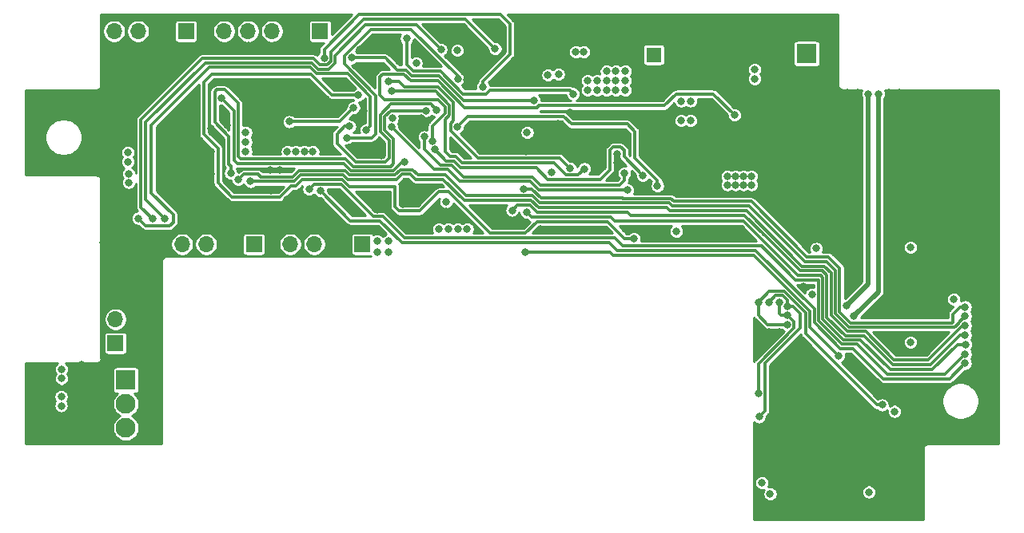
<source format=gbl>
G04 #@! TF.GenerationSoftware,KiCad,Pcbnew,(5.1.7)-1*
G04 #@! TF.CreationDate,2021-01-17T22:57:24+02:00*
G04 #@! TF.ProjectId,Smart104.ua_V3_rev2,536d6172-7431-4303-942e-75615f56335f,1.0*
G04 #@! TF.SameCoordinates,Original*
G04 #@! TF.FileFunction,Copper,L4,Bot*
G04 #@! TF.FilePolarity,Positive*
%FSLAX46Y46*%
G04 Gerber Fmt 4.6, Leading zero omitted, Abs format (unit mm)*
G04 Created by KiCad (PCBNEW (5.1.7)-1) date 2021-01-17 22:57:24*
%MOMM*%
%LPD*%
G01*
G04 APERTURE LIST*
G04 #@! TA.AperFunction,ComponentPad*
%ADD10C,2.100000*%
G04 #@! TD*
G04 #@! TA.AperFunction,ComponentPad*
%ADD11R,2.100000X2.100000*%
G04 #@! TD*
G04 #@! TA.AperFunction,ComponentPad*
%ADD12C,0.500000*%
G04 #@! TD*
G04 #@! TA.AperFunction,SMDPad,CuDef*
%ADD13R,2.380000X1.650000*%
G04 #@! TD*
G04 #@! TA.AperFunction,ComponentPad*
%ADD14O,1.700000X1.700000*%
G04 #@! TD*
G04 #@! TA.AperFunction,ComponentPad*
%ADD15R,1.700000X1.700000*%
G04 #@! TD*
G04 #@! TA.AperFunction,ComponentPad*
%ADD16R,1.600000X1.600000*%
G04 #@! TD*
G04 #@! TA.AperFunction,ComponentPad*
%ADD17C,1.600000*%
G04 #@! TD*
G04 #@! TA.AperFunction,ViaPad*
%ADD18C,0.800000*%
G04 #@! TD*
G04 #@! TA.AperFunction,Conductor*
%ADD19C,1.500000*%
G04 #@! TD*
G04 #@! TA.AperFunction,Conductor*
%ADD20C,0.300000*%
G04 #@! TD*
G04 #@! TA.AperFunction,Conductor*
%ADD21C,0.500000*%
G04 #@! TD*
G04 #@! TA.AperFunction,Conductor*
%ADD22C,0.600000*%
G04 #@! TD*
G04 #@! TA.AperFunction,Conductor*
%ADD23C,0.254000*%
G04 #@! TD*
G04 #@! TA.AperFunction,Conductor*
%ADD24C,0.100000*%
G04 #@! TD*
G04 APERTURE END LIST*
D10*
G04 #@! TO.P,J5,2*
G04 #@! TO.N,GND*
X183200000Y-95600000D03*
D11*
G04 #@! TO.P,J5,1*
G04 #@! TO.N,Net-(F1-Pad2)*
X183200000Y-98140000D03*
G04 #@! TD*
D10*
G04 #@! TO.P,J7,3*
G04 #@! TO.N,Net-(J7-Pad3)*
X111100000Y-137850000D03*
G04 #@! TO.P,J7,2*
G04 #@! TO.N,Net-(J7-Pad2)*
X111100000Y-135310000D03*
D11*
G04 #@! TO.P,J7,1*
G04 #@! TO.N,Net-(J7-Pad1)*
X111100000Y-132770000D03*
G04 #@! TD*
D12*
G04 #@! TO.P,U3,11*
G04 #@! TO.N,GND*
X166260000Y-108875000D03*
X166260000Y-107725000D03*
X167200000Y-108875000D03*
X167200000Y-107725000D03*
X168140000Y-108875000D03*
X168140000Y-107725000D03*
D13*
X167200000Y-108300000D03*
G04 #@! TD*
D14*
G04 #@! TO.P,J2,4*
G04 #@! TO.N,+BATT*
X109850000Y-95750000D03*
G04 #@! TO.P,J2,3*
G04 #@! TO.N,Net-(J2-Pad3)*
X112390000Y-95750000D03*
G04 #@! TO.P,J2,2*
G04 #@! TO.N,GND*
X114930000Y-95750000D03*
D15*
G04 #@! TO.P,J2,1*
G04 #@! TO.N,Net-(J2-Pad1)*
X117470000Y-95750000D03*
G04 #@! TD*
G04 #@! TO.P,J3,1*
G04 #@! TO.N,Net-(J3-Pad1)*
X124680000Y-118350000D03*
D14*
G04 #@! TO.P,J3,2*
G04 #@! TO.N,GND*
X122140000Y-118350000D03*
G04 #@! TO.P,J3,3*
G04 #@! TO.N,Net-(J3-Pad3)*
X119600000Y-118350000D03*
G04 #@! TO.P,J3,4*
G04 #@! TO.N,+BATT*
X117060000Y-118350000D03*
G04 #@! TD*
G04 #@! TO.P,J4,5*
G04 #@! TO.N,Net-(J4-Pad5)*
X121500000Y-95750000D03*
G04 #@! TO.P,J4,4*
G04 #@! TO.N,Net-(J4-Pad4)*
X124040000Y-95750000D03*
G04 #@! TO.P,J4,3*
G04 #@! TO.N,Net-(J4-Pad3)*
X126580000Y-95750000D03*
G04 #@! TO.P,J4,2*
G04 #@! TO.N,GND*
X129120000Y-95750000D03*
D15*
G04 #@! TO.P,J4,1*
G04 #@! TO.N,+BATT*
X131660000Y-95750000D03*
G04 #@! TD*
D14*
G04 #@! TO.P,J8,4*
G04 #@! TO.N,+BATT*
X128520000Y-118350000D03*
G04 #@! TO.P,J8,3*
G04 #@! TO.N,Net-(J8-Pad3)*
X131060000Y-118350000D03*
G04 #@! TO.P,J8,2*
G04 #@! TO.N,GND*
X133600000Y-118350000D03*
D15*
G04 #@! TO.P,J8,1*
G04 #@! TO.N,Net-(J8-Pad1)*
X136140000Y-118350000D03*
G04 #@! TD*
D14*
G04 #@! TO.P,J9,2*
G04 #@! TO.N,Net-(J9-Pad2)*
X110000000Y-126310000D03*
D15*
G04 #@! TO.P,J9,1*
G04 #@! TO.N,Net-(J9-Pad1)*
X110000000Y-128850000D03*
G04 #@! TD*
D16*
G04 #@! TO.P,C45,1*
G04 #@! TO.N,VCC*
X167000000Y-98250000D03*
D17*
G04 #@! TO.P,C45,2*
G04 #@! TO.N,GND*
X163500000Y-98250000D03*
G04 #@! TD*
D18*
G04 #@! TO.N,GND*
X138150000Y-108950000D03*
X126400000Y-110500000D03*
X127400000Y-110500000D03*
X130800000Y-107400000D03*
X126000000Y-105400000D03*
X127000000Y-105400000D03*
X125000000Y-105400000D03*
X126000000Y-106300000D03*
X126000000Y-107200000D03*
X135950000Y-99550000D03*
X134250000Y-101350000D03*
X142600000Y-97950000D03*
X120100000Y-110900000D03*
X120100000Y-108500000D03*
X120100000Y-106100000D03*
X118000000Y-103700000D03*
X116200000Y-107900000D03*
X116200000Y-111900000D03*
X116200000Y-105900000D03*
X153800000Y-97800000D03*
X110250000Y-122900000D03*
X114250000Y-122950000D03*
X112250000Y-122950000D03*
X106375000Y-131100000D03*
X106350000Y-134000000D03*
X107300000Y-135000000D03*
X128000000Y-97300000D03*
X115800000Y-100600000D03*
X113700000Y-97400000D03*
X112600000Y-97400000D03*
X138850000Y-114700000D03*
X137700000Y-114700000D03*
X137750000Y-113200000D03*
X138850000Y-113200000D03*
X192500000Y-141000000D03*
X196400000Y-137600000D03*
X180890000Y-144900000D03*
X188010000Y-143660000D03*
X182770000Y-143680000D03*
X174650000Y-105350000D03*
X179800000Y-102650000D03*
X178800000Y-102650000D03*
X184800000Y-99600000D03*
X199350000Y-115400000D03*
X198300000Y-103800000D03*
X199300000Y-103800000D03*
X202650000Y-104150000D03*
X201650000Y-104150000D03*
X202650000Y-109050000D03*
X201650000Y-109050000D03*
X178100000Y-127700000D03*
X180300000Y-127700000D03*
X161500000Y-107650000D03*
X161500000Y-106650000D03*
X177700000Y-102200000D03*
X173400000Y-106750000D03*
X173400000Y-105750000D03*
X173400000Y-103850000D03*
X171900000Y-109850000D03*
X171900000Y-108850000D03*
X171900000Y-107850000D03*
X163100000Y-108750000D03*
X187550000Y-102300000D03*
X191950000Y-106550000D03*
X193050000Y-102300000D03*
X188650000Y-106550000D03*
X198250000Y-115400000D03*
X187550000Y-106550000D03*
X198650000Y-107700000D03*
X194350000Y-107700000D03*
X188650000Y-102300000D03*
X191950000Y-102300000D03*
X193050000Y-106550000D03*
X178700000Y-106800000D03*
X192110000Y-139220000D03*
X191110000Y-140220000D03*
X191110000Y-138220000D03*
X179200000Y-127700000D03*
X182100000Y-131000000D03*
X195280000Y-128750000D03*
X194422891Y-125159953D03*
X182400000Y-128600000D03*
X174600000Y-98300000D03*
X175800000Y-98300000D03*
X173050000Y-98500006D03*
X173400000Y-104800000D03*
X171800000Y-98800000D03*
X198800000Y-123200000D03*
X124100001Y-97300597D03*
X126797165Y-97297157D03*
X121900000Y-97300000D03*
X173295715Y-101350011D03*
X120600000Y-116800000D03*
X132200000Y-116800000D03*
X131200000Y-116800000D03*
X134000000Y-113600000D03*
X128200000Y-113600000D03*
X128300000Y-114900000D03*
X140475699Y-114124301D03*
X107325000Y-132100000D03*
X154400000Y-97200000D03*
X157260000Y-99240000D03*
X152000000Y-99450000D03*
X182955338Y-118294662D03*
X168400000Y-117000000D03*
X168711684Y-111985475D03*
X164000000Y-116700000D03*
X166700000Y-117000000D03*
X155000000Y-116749990D03*
X158100000Y-104400000D03*
X163157290Y-109689170D03*
X162839635Y-111242211D03*
X160792885Y-108592885D03*
X160552526Y-109819872D03*
X145050000Y-114900000D03*
X125400000Y-116400000D03*
X117250010Y-116142783D03*
X185800000Y-99600000D03*
X194510475Y-114954825D03*
X152200000Y-116300000D03*
X153050000Y-116300000D03*
X146152068Y-108279717D03*
X135895263Y-97726307D03*
X182834430Y-122833004D03*
X183400000Y-116300000D03*
X124800000Y-101400008D03*
X127400000Y-101300008D03*
X126444982Y-112644982D03*
X112100000Y-117100008D03*
X172649902Y-113000000D03*
X173600000Y-113000000D03*
X173600000Y-111800000D03*
X108650074Y-118200000D03*
X114300000Y-117300000D03*
X111800000Y-105700000D03*
X111800000Y-106700000D03*
X116244982Y-109855018D03*
X117199982Y-113300000D03*
X109249990Y-99280000D03*
X109249990Y-100600000D03*
X153500000Y-108499990D03*
X147249999Y-100895147D03*
X140598601Y-111839922D03*
X186000000Y-100800000D03*
X121800000Y-105700000D03*
X176849986Y-103650000D03*
X177700000Y-103300000D03*
X181000000Y-99400000D03*
X140450000Y-116299990D03*
X122200000Y-101299936D03*
X132799957Y-104400079D03*
X145724528Y-96500000D03*
X136250018Y-104200000D03*
X131780553Y-107341549D03*
X140019977Y-98999979D03*
X136630000Y-108190000D03*
X130130000Y-103510000D03*
X151350000Y-116300000D03*
X150500000Y-116300000D03*
X101723164Y-103050000D03*
X101723164Y-105900000D03*
X101723164Y-108750000D03*
X101723164Y-132500000D03*
X101723164Y-135350000D03*
X101723164Y-138200000D03*
X103623164Y-104000000D03*
X103623164Y-109700000D03*
X103623164Y-137250000D03*
X105523164Y-103050000D03*
X105523164Y-138200000D03*
X106473164Y-109700000D03*
X107423164Y-104000000D03*
X107423164Y-106850000D03*
X107423164Y-137250000D03*
X108373164Y-108750000D03*
X109323164Y-102100000D03*
X109323164Y-104950000D03*
X109323164Y-110650000D03*
X109323164Y-113500000D03*
X109323164Y-116350000D03*
X110273164Y-106850000D03*
X111223164Y-103050000D03*
X114073164Y-138200000D03*
X119773164Y-97350000D03*
X178673164Y-146750000D03*
X179623164Y-95450000D03*
X179623164Y-132500000D03*
X180573164Y-134400000D03*
X181523164Y-141050000D03*
X181523164Y-146750000D03*
X182473164Y-132500000D03*
X182473164Y-135350000D03*
X183423164Y-107800000D03*
X183423164Y-110650000D03*
X183423164Y-113500000D03*
X183423164Y-139150000D03*
X183423164Y-145800000D03*
X185323164Y-95450000D03*
X185323164Y-117300000D03*
X185323164Y-138200000D03*
X185323164Y-144850000D03*
X186273164Y-110650000D03*
X186273164Y-113500000D03*
X186273164Y-140100000D03*
X186273164Y-146750000D03*
X187223164Y-116350000D03*
X187223164Y-119200000D03*
X188173164Y-112550000D03*
X188173164Y-145800000D03*
X189123164Y-138200000D03*
X189123164Y-141050000D03*
X190073164Y-146750000D03*
X191023164Y-142000000D03*
X191973164Y-108750000D03*
X191973164Y-119200000D03*
X192923164Y-117300000D03*
X192923164Y-146750000D03*
X193873164Y-109700000D03*
X193873164Y-112550000D03*
X194823164Y-103050000D03*
X194823164Y-145800000D03*
X195773164Y-104950000D03*
X195773164Y-134400000D03*
X196723164Y-123000000D03*
X198623164Y-138200000D03*
X200523164Y-123000000D03*
X201473164Y-124900000D03*
X201473164Y-127750000D03*
X201473164Y-130600000D03*
X201473164Y-137250000D03*
X202423164Y-114450000D03*
X202423164Y-117300000D03*
X202423164Y-120150000D03*
X202423164Y-132500000D03*
X202423164Y-135350000D03*
X142385134Y-104966017D03*
X156350000Y-102850000D03*
X131750000Y-104250000D03*
X157628125Y-107460910D03*
X156867980Y-105549936D03*
X150500000Y-95000000D03*
X144837480Y-96512530D03*
G04 #@! TO.N,VCC*
X169900000Y-105250000D03*
X169900000Y-103150000D03*
X170900000Y-105250000D03*
X170900000Y-103150000D03*
X174800000Y-111150000D03*
X175650000Y-111150000D03*
X176500000Y-111150000D03*
X177350000Y-111150000D03*
X177350000Y-112050000D03*
X176500000Y-112050000D03*
X175650000Y-112050000D03*
X174800000Y-112050000D03*
G04 #@! TO.N,+BATT*
X128200000Y-108500000D03*
X129100000Y-108500000D03*
X130000000Y-108500000D03*
X130900000Y-108500000D03*
X137700000Y-118000000D03*
X137700000Y-119200000D03*
X138950000Y-119200000D03*
X138950000Y-118000000D03*
X111300000Y-109600000D03*
X104275000Y-132600000D03*
X104275000Y-131625000D03*
X104250000Y-134525000D03*
X104250000Y-135500000D03*
X160000000Y-101000000D03*
X161000000Y-101000000D03*
X162000000Y-101000000D03*
X163000000Y-101000000D03*
X164000000Y-101000000D03*
X160000000Y-102000000D03*
X161000000Y-102000000D03*
X162000000Y-102000000D03*
X163000000Y-102000000D03*
X198800000Y-124200000D03*
X111300118Y-108600000D03*
X156164990Y-110699990D03*
X155800022Y-100400000D03*
X156913523Y-100336956D03*
X164000000Y-102000000D03*
X164000000Y-100000000D03*
X163000000Y-100000000D03*
X162000000Y-100000000D03*
G04 #@! TO.N,EXT_TXD*
X200000000Y-126000000D03*
X123000000Y-111500000D03*
G04 #@! TO.N,EXT_RXD*
X200000000Y-127000000D03*
X124300000Y-111700000D03*
G04 #@! TO.N,MCU_RESET*
X140600011Y-109599876D03*
X121200010Y-102825964D03*
G04 #@! TO.N,MCU_SWDIO*
X148900000Y-101650010D03*
X132100000Y-98600000D03*
G04 #@! TO.N,SIM_VDD*
X192500000Y-136100000D03*
X184230000Y-118800000D03*
X178470002Y-143670000D03*
X179335000Y-144844960D03*
X183750020Y-123684773D03*
G04 #@! TO.N,MCU_EM4WU5*
X115249992Y-115649998D03*
X144469983Y-97680019D03*
G04 #@! TO.N,+1V8*
X194200000Y-118700000D03*
X194200000Y-128740000D03*
G04 #@! TO.N,+3V3*
X177700000Y-99800000D03*
X158750000Y-97950000D03*
X189790000Y-144650000D03*
X169421242Y-116978758D03*
X141850000Y-99149992D03*
X177700000Y-100799934D03*
X159599990Y-97950000D03*
G04 #@! TO.N,MCU_EM4WU4*
X113900000Y-115650000D03*
X150205016Y-97605016D03*
G04 #@! TO.N,EXT_TXD_DBG*
X200000000Y-130000000D03*
X130500000Y-112500000D03*
G04 #@! TO.N,MCU_EM4WU6*
X112400000Y-115600000D03*
X136555017Y-106255019D03*
G04 #@! TO.N,EXT_RXD_DBG*
X200000000Y-131000000D03*
X131700000Y-112700032D03*
G04 #@! TO.N,Net-(Q7-Pad1)*
X164902792Y-117741687D03*
X135731198Y-102531198D03*
G04 #@! TO.N,BC66_ON_OFF*
X146199994Y-105900000D03*
X167400000Y-112150000D03*
G04 #@! TO.N,BC66_RST*
X186600000Y-130180002D03*
X153400000Y-119200000D03*
G04 #@! TO.N,BC66_PWR*
X164215664Y-112615664D03*
X139248743Y-105932754D03*
G04 #@! TO.N,SW_ENBL*
X143810313Y-108299723D03*
X165850000Y-111050050D03*
G04 #@! TO.N,V_SELECT*
X163900000Y-110799989D03*
X142701096Y-106952563D03*
G04 #@! TO.N,3V3_ENBL*
X175550000Y-104650000D03*
X143545814Y-107387274D03*
G04 #@! TO.N,SDA*
X154300000Y-103100010D03*
X135052957Y-98562993D03*
G04 #@! TO.N,SCL*
X158500000Y-102399989D03*
X140829423Y-96500010D03*
G04 #@! TO.N,BC66_RXD_DBG*
X190800000Y-102400000D03*
X188200000Y-126000000D03*
G04 #@! TO.N,BC66_TXD_DBG*
X189700000Y-102400000D03*
X187400080Y-124894982D03*
G04 #@! TO.N,MCU_RX1*
X200050000Y-129000000D03*
X153532841Y-114967159D03*
G04 #@! TO.N,MCU_TX1*
X200000000Y-128000000D03*
X151999968Y-114750000D03*
G04 #@! TO.N,MCU_RI*
X153225572Y-112467127D03*
X200000000Y-125000000D03*
G04 #@! TO.N,Net-(C14-Pad1)*
X178160000Y-136670000D03*
X179200000Y-124500000D03*
X181170080Y-124930000D03*
G04 #@! TO.N,ADC1*
X146249600Y-100850402D03*
X134490000Y-107050000D03*
G04 #@! TO.N,GPIO0*
X122200000Y-110800000D03*
X142904848Y-104170770D03*
G04 #@! TO.N,ADC0*
X134800024Y-105854904D03*
X144003677Y-104096319D03*
G04 #@! TO.N,Net-(C16-Pad1)*
X181170000Y-125880000D03*
X180300000Y-124500000D03*
X178099990Y-134170000D03*
G04 #@! TO.N,Net-(C19-Pad1)*
X181170000Y-126880000D03*
X178100000Y-124500000D03*
X191200000Y-135400000D03*
G04 #@! TO.N,+3.3VP*
X153600002Y-106500000D03*
X145000000Y-113849986D03*
X144250000Y-116750000D03*
X145250000Y-116750000D03*
X146250000Y-116750000D03*
X147250000Y-116750000D03*
X139305524Y-104984440D03*
X146200000Y-97800000D03*
G04 #@! TO.N,Net-(R49-Pad1)*
X138900000Y-101080000D03*
X158150006Y-110300000D03*
G04 #@! TO.N,Net-(R51-Pad1)*
X139280000Y-102120000D03*
X159665763Y-110350012D03*
G04 #@! TO.N,SENS_ENBL*
X135217930Y-103847173D03*
X128390012Y-105349988D03*
G04 #@! TO.N,VCCQ*
X111400000Y-110900000D03*
X111400000Y-111800000D03*
X123800000Y-106500000D03*
X123800000Y-107500000D03*
X123800000Y-108500000D03*
G04 #@! TD*
D19*
G04 #@! TO.N,+BATT*
X117060000Y-118330795D02*
X117060000Y-118350000D01*
D20*
G04 #@! TO.N,EXT_TXD*
X123600000Y-110900000D02*
X123000000Y-111500000D01*
X125100000Y-110900000D02*
X123600000Y-110900000D01*
X125400001Y-111200001D02*
X125100000Y-110900000D01*
X128763589Y-111200001D02*
X125400001Y-111200001D01*
X140147832Y-110449989D02*
X139597777Y-111000044D01*
X139597777Y-111000044D02*
X134790811Y-111000044D01*
X141474989Y-110449989D02*
X140147832Y-110449989D01*
X134315779Y-110525011D02*
X129438578Y-110525011D01*
X142029998Y-111004998D02*
X141474989Y-110449989D01*
X144954998Y-111004998D02*
X142029998Y-111004998D01*
X147149989Y-113199989D02*
X144954998Y-111004998D01*
X134790811Y-111000044D02*
X134315779Y-110525011D01*
X154163579Y-113199989D02*
X147149989Y-113199989D01*
X200000000Y-126000000D02*
X199240000Y-126760000D01*
X183017111Y-120179995D02*
X177137084Y-114299968D01*
X199240000Y-126760000D02*
X199240000Y-126782880D01*
X198872868Y-127150012D02*
X187677599Y-127150012D01*
X177137084Y-114299968D02*
X168931335Y-114299967D01*
X129438578Y-110525011D02*
X128763589Y-111200001D01*
X187677599Y-127150012D02*
X186250057Y-125722470D01*
X186250057Y-121122939D02*
X185307113Y-120179995D01*
X186250057Y-125722470D02*
X186250057Y-121122939D01*
X168931335Y-114299967D02*
X168597065Y-113965697D01*
X185307113Y-120179995D02*
X183017111Y-120179995D01*
X168597065Y-113965697D02*
X154929287Y-113965697D01*
X199240000Y-126782880D02*
X198872868Y-127150012D01*
X154929287Y-113965697D02*
X154163579Y-113199989D01*
G04 #@! TO.N,EXT_RXD*
X199730000Y-127000000D02*
X200000000Y-127000000D01*
X189436434Y-127600023D02*
X192466410Y-130630000D01*
X185800046Y-125908870D02*
X187491199Y-127600023D01*
X185100002Y-120680006D02*
X185800046Y-121380050D01*
X182720004Y-120680006D02*
X185100002Y-120680006D01*
X176839977Y-114799979D02*
X182720004Y-120680006D01*
X168724225Y-114799979D02*
X176839977Y-114799979D01*
X168389954Y-114465708D02*
X168724225Y-114799979D01*
X124300000Y-111700000D02*
X128900000Y-111700000D01*
X192466410Y-130630000D02*
X196100000Y-130630000D01*
X128900000Y-111700000D02*
X129624978Y-110975022D01*
X134129379Y-110975022D02*
X134604411Y-111450055D01*
X140334232Y-110900000D02*
X141200000Y-110900000D01*
X185800046Y-121380050D02*
X185800046Y-125908870D01*
X134604411Y-111450055D02*
X139784178Y-111450055D01*
X187491199Y-127600023D02*
X189436434Y-127600023D01*
X139784178Y-111450055D02*
X140334232Y-110900000D01*
X196100000Y-130630000D02*
X199730000Y-127000000D01*
X141200000Y-110900000D02*
X141755009Y-111455009D01*
X129624978Y-110975022D02*
X134129379Y-110975022D01*
X141755009Y-111455009D02*
X144705009Y-111455009D01*
X144705009Y-111455009D02*
X146950000Y-113700000D01*
X146950000Y-113700000D02*
X154027179Y-113700000D01*
X154027179Y-113700000D02*
X154792887Y-114465708D01*
X154792887Y-114465708D02*
X168389954Y-114465708D01*
G04 #@! TO.N,MCU_RESET*
X122549988Y-104175942D02*
X121200010Y-102825964D01*
X122549988Y-109449988D02*
X122549988Y-104175942D01*
X134213579Y-109786400D02*
X122886400Y-109786400D01*
X134977211Y-110550033D02*
X134213579Y-109786400D01*
X139411378Y-110550033D02*
X134977211Y-110550033D01*
X122886400Y-109786400D02*
X122549988Y-109449988D01*
X140361535Y-109599876D02*
X139411378Y-110550033D01*
X140600011Y-109599876D02*
X140361535Y-109599876D01*
G04 #@! TO.N,MCU_SWDIO*
X132100000Y-97650000D02*
X132100000Y-98600000D01*
X135799990Y-93950010D02*
X132100000Y-97650000D01*
X150740010Y-93950010D02*
X135799990Y-93950010D01*
X151800027Y-95010027D02*
X150740010Y-93950010D01*
X151800027Y-98184298D02*
X151800027Y-95010027D01*
X148900000Y-101084325D02*
X151800027Y-98184298D01*
X148900000Y-101650010D02*
X148900000Y-101084325D01*
G04 #@! TO.N,MCU_EM4WU5*
X130777561Y-99099978D02*
X131452602Y-99775019D01*
X133250013Y-98349987D02*
X136500000Y-95100000D01*
X119500022Y-99099978D02*
X130777561Y-99099978D01*
X133250013Y-99122402D02*
X133250013Y-98349987D01*
X132597396Y-99775019D02*
X133250013Y-99122402D01*
X141889964Y-95100000D02*
X144469983Y-97680019D01*
X131452602Y-99775019D02*
X132597396Y-99775019D01*
X136500000Y-95100000D02*
X141889964Y-95100000D01*
X113200000Y-105400000D02*
X119500022Y-99099978D01*
X113200000Y-113600006D02*
X113200000Y-105400000D01*
X115249992Y-115649998D02*
X113200000Y-113600006D01*
G04 #@! TO.N,MCU_EM4WU4*
X147050021Y-94450021D02*
X150205016Y-97605016D01*
X136299979Y-94450021D02*
X147050021Y-94450021D01*
X132800002Y-97949998D02*
X136299979Y-94450021D01*
X132800002Y-98936002D02*
X132800002Y-97949998D01*
X132410996Y-99325008D02*
X132800002Y-98936002D01*
X131639002Y-99325008D02*
X132410996Y-99325008D01*
X130963961Y-98649967D02*
X131639002Y-99325008D01*
X112700000Y-105100000D02*
X119150033Y-98649967D01*
X112700000Y-114450000D02*
X112700000Y-105100000D01*
X119150033Y-98649967D02*
X130963961Y-98649967D01*
X113900000Y-115650000D02*
X112700000Y-114450000D01*
G04 #@! TO.N,EXT_TXD_DBG*
X187297169Y-128950049D02*
X186931994Y-128950049D01*
X186931994Y-128950049D02*
X184449942Y-126467997D01*
X184431628Y-122132994D02*
X182051630Y-122132994D01*
X184450021Y-122151387D02*
X184431628Y-122132994D01*
X184449942Y-126467997D02*
X184450021Y-126467918D01*
X182051630Y-122132994D02*
X178568577Y-118649941D01*
X184450021Y-126467918D02*
X184450021Y-122151387D01*
X133881557Y-112000022D02*
X130999978Y-112000022D01*
X163700000Y-118500000D02*
X162900000Y-117700000D01*
X137281535Y-115400000D02*
X133881557Y-112000022D01*
X138300000Y-115400000D02*
X137281535Y-115400000D01*
X140600000Y-117700000D02*
X138300000Y-115400000D01*
X184450021Y-126467918D02*
X184450021Y-122151389D01*
X162900000Y-117700000D02*
X140600000Y-117700000D01*
X178418632Y-118500000D02*
X163700000Y-118500000D01*
X184450021Y-122151389D02*
X184431626Y-122132994D01*
X182051626Y-122132994D02*
X178418632Y-118500000D01*
X184431626Y-122132994D02*
X182051626Y-122132994D01*
X130999978Y-112000022D02*
X130500000Y-112500000D01*
X191750030Y-132150030D02*
X188550049Y-128950049D01*
X197849970Y-132150030D02*
X191750030Y-132150030D01*
X188550049Y-128950049D02*
X186931994Y-128950049D01*
X200000000Y-130000000D02*
X197849970Y-132150030D01*
G04 #@! TO.N,MCU_EM4WU6*
X113800000Y-105700000D02*
X119950011Y-99549989D01*
X113800000Y-112900000D02*
X113800000Y-105700000D01*
X119950011Y-99549989D02*
X130591161Y-99549989D01*
X134561028Y-100225026D02*
X137000013Y-102664011D01*
X112400000Y-115600000D02*
X113200000Y-116400000D01*
X131266198Y-100225026D02*
X134561028Y-100225026D01*
X115736002Y-116400000D02*
X116100000Y-116036002D01*
X113200000Y-116400000D02*
X115736002Y-116400000D01*
X137000013Y-105810023D02*
X136555017Y-106255019D01*
X137000013Y-102664011D02*
X137000013Y-105810023D01*
X116100000Y-116036002D02*
X116100000Y-115200000D01*
X116100000Y-115200000D02*
X113800000Y-112900000D01*
X130591161Y-99549989D02*
X131266198Y-100225026D01*
G04 #@! TO.N,EXT_RXD_DBG*
X134849977Y-115850009D02*
X131700000Y-112700032D01*
X140350000Y-118200000D02*
X138000009Y-115850009D01*
X163100000Y-119000000D02*
X162300000Y-118200000D01*
X177763998Y-119000000D02*
X163100000Y-119000000D01*
X183999932Y-125235934D02*
X177763998Y-119000000D01*
X183999932Y-126654398D02*
X183999932Y-125235934D01*
X188100059Y-129400059D02*
X186745593Y-129400059D01*
X191350041Y-132650041D02*
X188100059Y-129400059D01*
X138000009Y-115850009D02*
X134849977Y-115850009D01*
X186745593Y-129400059D02*
X183999932Y-126654398D01*
X198349959Y-132650041D02*
X191350041Y-132650041D01*
X162300000Y-118200000D02*
X140350000Y-118200000D01*
X200000000Y-131000000D02*
X198349959Y-132650041D01*
G04 #@! TO.N,Net-(Q7-Pad1)*
X126674492Y-100300000D02*
X126800000Y-100300000D01*
X124550001Y-113350001D02*
X124749999Y-113350001D01*
X124550001Y-113350001D02*
X122350001Y-113350001D01*
X132935960Y-102531198D02*
X135731198Y-102531198D01*
X120200000Y-100300000D02*
X130704762Y-100300000D01*
X120849989Y-108186400D02*
X119350001Y-106686412D01*
X122350001Y-113350001D02*
X120849989Y-111849989D01*
X119350001Y-106686412D02*
X119350001Y-101149999D01*
X130704762Y-100300000D02*
X132935960Y-102531198D01*
X120849989Y-111849989D02*
X120849989Y-108186400D01*
X119350001Y-101149999D02*
X120200000Y-100300000D01*
X127413997Y-113350001D02*
X124550001Y-113350001D01*
X128613987Y-112150011D02*
X127413997Y-113350001D01*
X129086400Y-112150011D02*
X128613987Y-112150011D01*
X134017946Y-111500000D02*
X129736411Y-111500000D01*
X162155737Y-115965739D02*
X154644261Y-115965739D01*
X139600001Y-114389999D02*
X139600001Y-112250001D01*
X153410000Y-117200000D02*
X149700000Y-117200000D01*
X149700000Y-117200000D02*
X145300000Y-112800000D01*
X154644261Y-115965739D02*
X153410000Y-117200000D01*
X139600001Y-112250001D02*
X134767947Y-112250001D01*
X129736411Y-111500000D02*
X129086400Y-112150011D01*
X145300000Y-112800000D02*
X144250000Y-112800000D01*
X144250000Y-112800000D02*
X142225698Y-114824302D01*
X164902792Y-117741687D02*
X163931685Y-117741687D01*
X142225698Y-114824302D02*
X140034304Y-114824302D01*
X163931685Y-117741687D02*
X162155737Y-115965739D01*
X134767947Y-112250001D02*
X134017946Y-111500000D01*
X140034304Y-114824302D02*
X139600001Y-114389999D01*
G04 #@! TO.N,BC66_ON_OFF*
X158265685Y-105600000D02*
X164200000Y-105600000D01*
X146199994Y-105900000D02*
X147299993Y-104800001D01*
X167400000Y-111584315D02*
X167400000Y-112150000D01*
X165000000Y-109184315D02*
X167400000Y-111584315D01*
X165000000Y-106400000D02*
X165000000Y-109184315D01*
X157465686Y-104800001D02*
X158265685Y-105600000D01*
X164200000Y-105600000D02*
X165000000Y-106400000D01*
X147299993Y-104800001D02*
X157465686Y-104800001D01*
G04 #@! TO.N,BC66_RST*
X183549921Y-125422334D02*
X183549921Y-127129923D01*
X183549921Y-127129923D02*
X186600000Y-130180002D01*
X177627587Y-119500000D02*
X183549921Y-125422334D01*
X162700000Y-119500000D02*
X177627587Y-119500000D01*
X162400000Y-119200000D02*
X162700000Y-119500000D01*
X153400000Y-119200000D02*
X162400000Y-119200000D01*
G04 #@! TO.N,BC66_PWR*
X143745738Y-110429749D02*
X139248743Y-105932754D01*
X145179749Y-110429749D02*
X143745738Y-110429749D01*
X146450010Y-111700010D02*
X145179749Y-110429749D01*
X153936420Y-111700010D02*
X146450010Y-111700010D01*
X154852074Y-112615664D02*
X153936420Y-111700010D01*
X164215664Y-112615664D02*
X154852074Y-112615664D01*
G04 #@! TO.N,SW_ENBL*
X143810313Y-108299723D02*
X145040319Y-109529729D01*
X155802746Y-111450012D02*
X161349988Y-111450012D01*
X163460001Y-107999999D02*
X163850001Y-108389999D01*
X162349999Y-110450001D02*
X162349999Y-108389999D01*
X145040319Y-109529729D02*
X145836851Y-109529729D01*
X161349988Y-111450012D02*
X162349999Y-110450001D01*
X146507122Y-110200000D02*
X154552734Y-110200000D01*
X154552734Y-110200000D02*
X155802746Y-111450012D01*
X163850001Y-108389999D02*
X163850001Y-109050051D01*
X162349999Y-108389999D02*
X162739999Y-107999999D01*
X162739999Y-107999999D02*
X163460001Y-107999999D01*
X145836851Y-109529729D02*
X146507122Y-110200000D01*
X163850001Y-109050051D02*
X165850000Y-111050050D01*
G04 #@! TO.N,V_SELECT*
X142701096Y-108264686D02*
X142701096Y-106952563D01*
X154122820Y-111249999D02*
X146849999Y-111249999D01*
X145579738Y-109979738D02*
X144416148Y-109979738D01*
X146849999Y-111249999D02*
X145579738Y-109979738D01*
X154972821Y-112100000D02*
X154122820Y-111249999D01*
X163365675Y-112100000D02*
X154972821Y-112100000D01*
X163900000Y-111565675D02*
X163365675Y-112100000D01*
X144416148Y-109979738D02*
X142701096Y-108264686D01*
X163900000Y-110799989D02*
X163900000Y-111565675D01*
G04 #@! TO.N,3V3_ENBL*
X144136411Y-101000000D02*
X146986423Y-103850012D01*
X173299999Y-102399999D02*
X175550000Y-104650000D01*
X146986423Y-103850012D02*
X154660002Y-103850012D01*
X143545814Y-107387274D02*
X143545814Y-105782826D01*
X138000000Y-100600000D02*
X138300000Y-100300000D01*
X138000000Y-102500000D02*
X138000000Y-100600000D01*
X138500000Y-103000000D02*
X138000000Y-102500000D01*
X144136002Y-103000000D02*
X138500000Y-103000000D01*
X143545814Y-105782826D02*
X144896320Y-104432320D01*
X138300000Y-100300000D02*
X140550000Y-100300000D01*
X140550000Y-100300000D02*
X141250000Y-101000000D01*
X169400001Y-102399999D02*
X173299999Y-102399999D01*
X141250000Y-101000000D02*
X144136411Y-101000000D01*
X168150001Y-103649999D02*
X169400001Y-102399999D01*
X144896320Y-103760318D02*
X144136002Y-103000000D01*
X154860015Y-103649999D02*
X168150001Y-103649999D01*
X154660002Y-103850012D02*
X154860015Y-103649999D01*
X144896320Y-104432320D02*
X144896320Y-103760318D01*
G04 #@! TO.N,SDA*
X135052957Y-98562993D02*
X138562993Y-98562993D01*
X139849989Y-99849989D02*
X140736400Y-99849989D01*
X140736400Y-99849989D02*
X141336420Y-100450010D01*
X144222832Y-100450010D02*
X146872832Y-103100010D01*
X138562993Y-98562993D02*
X139849989Y-99849989D01*
X146872832Y-103100010D02*
X154300000Y-103100010D01*
X141336420Y-100450010D02*
X144222832Y-100450010D01*
G04 #@! TO.N,SCL*
X141522820Y-99999999D02*
X140829423Y-99306602D01*
X158100001Y-101999990D02*
X149660022Y-101999990D01*
X149660022Y-101999990D02*
X149260035Y-102399977D01*
X149260035Y-102399977D02*
X146809209Y-102399977D01*
X146809209Y-102399977D02*
X144409232Y-99999999D01*
X144409232Y-99999999D02*
X141522820Y-99999999D01*
X158500000Y-102399989D02*
X158100001Y-101999990D01*
X140829423Y-99306602D02*
X140829423Y-96500010D01*
D21*
G04 #@! TO.N,BC66_RXD_DBG*
X190800000Y-102400000D02*
X190800000Y-123400000D01*
X190800000Y-123400000D02*
X188200000Y-126000000D01*
D22*
G04 #@! TO.N,BC66_TXD_DBG*
X189669989Y-102430011D02*
X189700000Y-102400000D01*
D21*
X189700000Y-122595062D02*
X187400080Y-124894982D01*
X189700000Y-102400000D02*
X189700000Y-122595062D01*
D20*
G04 #@! TO.N,MCU_RX1*
X154031411Y-115465729D02*
X153532841Y-114967159D01*
X200050000Y-129000000D02*
X199175756Y-129000000D01*
X192050019Y-131650019D02*
X188900045Y-128500045D01*
X162852600Y-115900000D02*
X162418329Y-115465729D01*
X188900045Y-128500045D02*
X187118399Y-128500045D01*
X199175756Y-129000000D02*
X196525737Y-131650019D01*
X184685778Y-121680024D02*
X182305777Y-121680023D01*
X162418329Y-115465729D02*
X154031411Y-115465729D01*
X187118399Y-128500045D02*
X184900024Y-126281670D01*
X196525737Y-131650019D02*
X192050019Y-131650019D01*
X182305777Y-121680023D02*
X176525754Y-115900000D01*
X184900024Y-126281670D02*
X184900024Y-121894270D01*
X184900024Y-121894270D02*
X184685778Y-121680024D01*
X176525754Y-115900000D02*
X162852600Y-115900000D01*
G04 #@! TO.N,MCU_TX1*
X178766438Y-117433562D02*
X178632876Y-117300000D01*
X154641403Y-114965719D02*
X153892842Y-114217158D01*
X164256965Y-114965719D02*
X154641403Y-114965719D01*
X176632866Y-115299990D02*
X164591236Y-115299990D01*
X164591236Y-115299990D02*
X164256965Y-114965719D01*
X153892842Y-114217158D02*
X152532810Y-114217158D01*
X178766438Y-117433562D02*
X176632866Y-115299990D01*
X152532810Y-114217158D02*
X151999968Y-114750000D01*
X182512889Y-121180013D02*
X178766438Y-117433562D01*
X184892890Y-121180014D02*
X182512889Y-121180013D01*
X185350035Y-121637159D02*
X184892890Y-121180014D01*
X187304799Y-128050034D02*
X185350035Y-126095270D01*
X192350008Y-131150008D02*
X189250034Y-128050034D01*
X185350035Y-126095270D02*
X185350035Y-121637159D01*
X196284307Y-131150008D02*
X192350008Y-131150008D01*
X199434315Y-128000000D02*
X196284307Y-131150008D01*
X200000000Y-128000000D02*
X199434315Y-128000000D01*
X189250034Y-128050034D02*
X187304799Y-128050034D01*
G04 #@! TO.N,MCU_RI*
X185514223Y-119679985D02*
X185514221Y-119679983D01*
X198672880Y-126642880D02*
X198615759Y-126700001D01*
X186700068Y-125536070D02*
X186700068Y-120865830D01*
X198672880Y-125761435D02*
X198672880Y-126642880D01*
X200000000Y-125000000D02*
X199434315Y-125000000D01*
X187863999Y-126700001D02*
X186700068Y-125536070D01*
X198615759Y-126700001D02*
X187863999Y-126700001D01*
X199434315Y-125000000D02*
X198672880Y-125761435D01*
X186700068Y-120865830D02*
X185514223Y-119679985D01*
X163729684Y-113465686D02*
X155065686Y-113465686D01*
X168838491Y-113500001D02*
X163763999Y-113500001D01*
X169138447Y-113799957D02*
X168838491Y-113500001D01*
X177344195Y-113799957D02*
X169138447Y-113799957D01*
X183224223Y-119679985D02*
X177344195Y-113799957D01*
X185514223Y-119679985D02*
X183224223Y-119679985D01*
X154067127Y-112467127D02*
X153225572Y-112467127D01*
X163763999Y-113500001D02*
X163729684Y-113465686D01*
X155065686Y-113465686D02*
X154067127Y-112467127D01*
G04 #@! TO.N,Net-(C14-Pad1)*
X181735765Y-124930000D02*
X181170080Y-124930000D01*
X178800000Y-136030000D02*
X178800000Y-130976014D01*
X178800000Y-130976014D02*
X182499991Y-127276023D01*
X180654765Y-123800000D02*
X179900000Y-123800000D01*
X179900000Y-123800000D02*
X179200000Y-124500000D01*
X181170080Y-124315315D02*
X180654765Y-123800000D01*
X178160000Y-136670000D02*
X178800000Y-136030000D01*
X182499991Y-127276023D02*
X182499991Y-125694226D01*
X182499991Y-125694226D02*
X181735765Y-124930000D01*
X181170080Y-124930000D02*
X181170080Y-124315315D01*
G04 #@! TO.N,ADC1*
X137133956Y-107050000D02*
X134490000Y-107050000D01*
X137549989Y-106633967D02*
X137133956Y-107050000D01*
X134221495Y-99249082D02*
X137549989Y-102577576D01*
X134221495Y-98358453D02*
X134221495Y-99249082D01*
X137549989Y-102577576D02*
X137549989Y-106633967D01*
X137029948Y-95550000D02*
X134221495Y-98358453D01*
X141314883Y-95550000D02*
X137029948Y-95550000D01*
X146249600Y-100484717D02*
X141314883Y-95550000D01*
X146249600Y-100850402D02*
X146249600Y-100484717D01*
G04 #@! TO.N,GPIO0*
X139129230Y-104170770D02*
X142904848Y-104170770D01*
X139450001Y-107150001D02*
X138500002Y-106200001D01*
X139450000Y-109825000D02*
X139450001Y-107150001D01*
X120500000Y-102163998D02*
X120714004Y-101949994D01*
X134363589Y-109299999D02*
X135163611Y-110100022D01*
X120500000Y-105431999D02*
X120500000Y-102163998D01*
X122000000Y-106931999D02*
X120500000Y-105431999D01*
X120714004Y-101949994D02*
X121549994Y-101949994D01*
X138500002Y-106200001D02*
X138500002Y-104799998D01*
X121549994Y-101949994D02*
X122999999Y-103399999D01*
X122999999Y-103399999D02*
X122999999Y-109049999D01*
X122999999Y-109049999D02*
X123249999Y-109299999D01*
X123249999Y-109299999D02*
X134363589Y-109299999D01*
X138500002Y-104799998D02*
X139129230Y-104170770D01*
X135163611Y-110100022D02*
X139174978Y-110100022D01*
X139174978Y-110100022D02*
X139450000Y-109825000D01*
X122200000Y-110800000D02*
X122200000Y-110050000D01*
X122000000Y-109850000D02*
X122000000Y-106931999D01*
X122200000Y-110050000D02*
X122000000Y-109850000D01*
G04 #@! TO.N,ADC0*
X133459094Y-107673094D02*
X135436011Y-109650011D01*
X133459094Y-106630149D02*
X133459094Y-107673094D01*
X138049991Y-104613598D02*
X139192829Y-103470760D01*
X134234339Y-105854904D02*
X133459094Y-106630149D01*
X134800024Y-105854904D02*
X134234339Y-105854904D01*
X135436011Y-109650011D02*
X138549989Y-109650011D01*
X138549989Y-109650011D02*
X138999990Y-109200010D01*
X138999990Y-107336400D02*
X138049991Y-106386401D01*
X138049991Y-106386401D02*
X138049991Y-104613598D01*
X143378118Y-103470760D02*
X144003677Y-104096319D01*
X139192829Y-103470760D02*
X143378118Y-103470760D01*
X138999990Y-109200010D02*
X138999990Y-107336400D01*
G04 #@! TO.N,Net-(C16-Pad1)*
X181870001Y-126580001D02*
X181870001Y-127269603D01*
X181170000Y-125880000D02*
X181870001Y-126580001D01*
X181870001Y-127269603D02*
X178099990Y-131039614D01*
X178099990Y-131039614D02*
X178099990Y-134170000D01*
X181170000Y-125880000D02*
X180480000Y-125880000D01*
X180300000Y-125700000D02*
X180300000Y-124500000D01*
X180480000Y-125880000D02*
X180300000Y-125700000D01*
G04 #@! TO.N,Net-(C19-Pad1)*
X181170000Y-126880000D02*
X179080000Y-126880000D01*
X178100000Y-125900000D02*
X178100000Y-124500000D01*
X179080000Y-126880000D02*
X178100000Y-125900000D01*
X178100000Y-124500000D02*
X179250011Y-123349989D01*
X179250011Y-123349989D02*
X180841165Y-123349989D01*
X183099910Y-125608734D02*
X183099910Y-127865595D01*
X180841165Y-123349989D02*
X183099910Y-125608734D01*
X190634315Y-135400000D02*
X191200000Y-135400000D01*
X183099910Y-127865595D02*
X190634315Y-135400000D01*
G04 #@! TO.N,Net-(R49-Pad1)*
X144150000Y-101650000D02*
X145800000Y-103300000D01*
X148384922Y-109200000D02*
X157050006Y-109200000D01*
X145499992Y-106315070D02*
X148384922Y-109200000D01*
X145800000Y-103300000D02*
X145800000Y-105263990D01*
X138900000Y-101080000D02*
X140050000Y-101080000D01*
X157050006Y-109200000D02*
X158150006Y-110300000D01*
X140620000Y-101650000D02*
X144150000Y-101650000D01*
X145800000Y-105263990D02*
X145499992Y-105563998D01*
X140050000Y-101080000D02*
X140620000Y-101650000D01*
X145499992Y-105563998D02*
X145499992Y-106315070D01*
G04 #@! TO.N,Net-(R51-Pad1)*
X145429718Y-109029718D02*
X146043962Y-109029718D01*
X145346331Y-104653669D02*
X144900000Y-105100000D01*
X156413986Y-109700000D02*
X157713998Y-111000012D01*
X157713998Y-111000012D02*
X159015763Y-111000012D01*
X159015763Y-111000012D02*
X159665763Y-110350012D01*
X143892413Y-102120000D02*
X145346331Y-103573918D01*
X144900000Y-105100000D02*
X144900000Y-108500000D01*
X145346331Y-103573918D02*
X145346331Y-104653669D01*
X146714244Y-109700000D02*
X156413986Y-109700000D01*
X146043962Y-109029718D02*
X146714244Y-109700000D01*
X139280000Y-102120000D02*
X143892413Y-102120000D01*
X144900000Y-108500000D02*
X145429718Y-109029718D01*
G04 #@! TO.N,SENS_ENBL*
X135217930Y-103847173D02*
X133715115Y-105349988D01*
X133715115Y-105349988D02*
X128390012Y-105349988D01*
G04 #@! TD*
D23*
G04 #@! TO.N,GND*
X203523001Y-139523000D02*
X196023422Y-139523000D01*
X196000000Y-139520693D01*
X195976577Y-139523000D01*
X195906492Y-139529903D01*
X195816577Y-139557178D01*
X195733711Y-139601471D01*
X195661079Y-139661079D01*
X195601471Y-139733711D01*
X195557178Y-139816577D01*
X195529903Y-139906492D01*
X195520693Y-140000000D01*
X195523000Y-140023422D01*
X195523001Y-147523000D01*
X177627000Y-147523000D01*
X177627000Y-143593472D01*
X177693002Y-143593472D01*
X177693002Y-143746528D01*
X177722861Y-143896643D01*
X177781433Y-144038048D01*
X177866466Y-144165309D01*
X177974693Y-144273536D01*
X178101954Y-144358569D01*
X178243359Y-144417141D01*
X178393474Y-144447000D01*
X178546530Y-144447000D01*
X178684794Y-144419498D01*
X178646431Y-144476912D01*
X178587859Y-144618317D01*
X178558000Y-144768432D01*
X178558000Y-144921488D01*
X178587859Y-145071603D01*
X178646431Y-145213008D01*
X178731464Y-145340269D01*
X178839691Y-145448496D01*
X178966952Y-145533529D01*
X179108357Y-145592101D01*
X179258472Y-145621960D01*
X179411528Y-145621960D01*
X179561643Y-145592101D01*
X179703048Y-145533529D01*
X179830309Y-145448496D01*
X179938536Y-145340269D01*
X180023569Y-145213008D01*
X180082141Y-145071603D01*
X180112000Y-144921488D01*
X180112000Y-144768432D01*
X180082141Y-144618317D01*
X180063566Y-144573472D01*
X189013000Y-144573472D01*
X189013000Y-144726528D01*
X189042859Y-144876643D01*
X189101431Y-145018048D01*
X189186464Y-145145309D01*
X189294691Y-145253536D01*
X189421952Y-145338569D01*
X189563357Y-145397141D01*
X189713472Y-145427000D01*
X189866528Y-145427000D01*
X190016643Y-145397141D01*
X190158048Y-145338569D01*
X190285309Y-145253536D01*
X190393536Y-145145309D01*
X190478569Y-145018048D01*
X190537141Y-144876643D01*
X190567000Y-144726528D01*
X190567000Y-144573472D01*
X190537141Y-144423357D01*
X190478569Y-144281952D01*
X190393536Y-144154691D01*
X190285309Y-144046464D01*
X190158048Y-143961431D01*
X190016643Y-143902859D01*
X189866528Y-143873000D01*
X189713472Y-143873000D01*
X189563357Y-143902859D01*
X189421952Y-143961431D01*
X189294691Y-144046464D01*
X189186464Y-144154691D01*
X189101431Y-144281952D01*
X189042859Y-144423357D01*
X189013000Y-144573472D01*
X180063566Y-144573472D01*
X180023569Y-144476912D01*
X179938536Y-144349651D01*
X179830309Y-144241424D01*
X179703048Y-144156391D01*
X179561643Y-144097819D01*
X179411528Y-144067960D01*
X179258472Y-144067960D01*
X179120208Y-144095462D01*
X179158571Y-144038048D01*
X179217143Y-143896643D01*
X179247002Y-143746528D01*
X179247002Y-143593472D01*
X179217143Y-143443357D01*
X179158571Y-143301952D01*
X179073538Y-143174691D01*
X178965311Y-143066464D01*
X178838050Y-142981431D01*
X178696645Y-142922859D01*
X178546530Y-142893000D01*
X178393474Y-142893000D01*
X178243359Y-142922859D01*
X178101954Y-142981431D01*
X177974693Y-143066464D01*
X177866466Y-143174691D01*
X177781433Y-143301952D01*
X177722861Y-143443357D01*
X177693002Y-143593472D01*
X177627000Y-143593472D01*
X177627000Y-137235845D01*
X177664691Y-137273536D01*
X177791952Y-137358569D01*
X177933357Y-137417141D01*
X178083472Y-137447000D01*
X178236528Y-137447000D01*
X178386643Y-137417141D01*
X178528048Y-137358569D01*
X178655309Y-137273536D01*
X178763536Y-137165309D01*
X178848569Y-137038048D01*
X178907141Y-136896643D01*
X178937000Y-136746528D01*
X178937000Y-136638290D01*
X179154344Y-136420947D01*
X179174448Y-136404448D01*
X179240304Y-136324202D01*
X179289239Y-136232650D01*
X179319374Y-136133310D01*
X179327000Y-136055881D01*
X179327000Y-136055880D01*
X179329549Y-136030000D01*
X179327000Y-136004119D01*
X179327000Y-131194303D01*
X182578013Y-127943291D01*
X182580536Y-127968904D01*
X182610671Y-128068244D01*
X182659606Y-128159796D01*
X182659607Y-128159797D01*
X182725463Y-128240043D01*
X182745572Y-128256546D01*
X190243369Y-135754345D01*
X190259867Y-135774448D01*
X190340113Y-135840304D01*
X190431665Y-135889239D01*
X190531005Y-135919374D01*
X190630309Y-135929154D01*
X190704691Y-136003536D01*
X190831952Y-136088569D01*
X190973357Y-136147141D01*
X191123472Y-136177000D01*
X191276528Y-136177000D01*
X191426643Y-136147141D01*
X191568048Y-136088569D01*
X191695309Y-136003536D01*
X191734826Y-135964019D01*
X191723000Y-136023472D01*
X191723000Y-136176528D01*
X191752859Y-136326643D01*
X191811431Y-136468048D01*
X191896464Y-136595309D01*
X192004691Y-136703536D01*
X192131952Y-136788569D01*
X192273357Y-136847141D01*
X192423472Y-136877000D01*
X192576528Y-136877000D01*
X192726643Y-136847141D01*
X192868048Y-136788569D01*
X192995309Y-136703536D01*
X193103536Y-136595309D01*
X193188569Y-136468048D01*
X193247141Y-136326643D01*
X193277000Y-136176528D01*
X193277000Y-136023472D01*
X193247141Y-135873357D01*
X193188569Y-135731952D01*
X193103536Y-135604691D01*
X192995309Y-135496464D01*
X192868048Y-135411431D01*
X192726643Y-135352859D01*
X192576528Y-135323000D01*
X192423472Y-135323000D01*
X192273357Y-135352859D01*
X192131952Y-135411431D01*
X192004691Y-135496464D01*
X191965174Y-135535981D01*
X191977000Y-135476528D01*
X191977000Y-135323472D01*
X191947141Y-135173357D01*
X191888569Y-135031952D01*
X191803536Y-134904691D01*
X191704127Y-134805282D01*
X197523000Y-134805282D01*
X197523000Y-135194718D01*
X197598975Y-135576670D01*
X197748005Y-135936461D01*
X197964364Y-136260264D01*
X198239736Y-136535636D01*
X198563539Y-136751995D01*
X198923330Y-136901025D01*
X199305282Y-136977000D01*
X199694718Y-136977000D01*
X200076670Y-136901025D01*
X200436461Y-136751995D01*
X200760264Y-136535636D01*
X201035636Y-136260264D01*
X201251995Y-135936461D01*
X201401025Y-135576670D01*
X201477000Y-135194718D01*
X201477000Y-134805282D01*
X201401025Y-134423330D01*
X201251995Y-134063539D01*
X201035636Y-133739736D01*
X200760264Y-133464364D01*
X200436461Y-133248005D01*
X200076670Y-133098975D01*
X199694718Y-133023000D01*
X199305282Y-133023000D01*
X198923330Y-133098975D01*
X198563539Y-133248005D01*
X198239736Y-133464364D01*
X197964364Y-133739736D01*
X197748005Y-134063539D01*
X197598975Y-134423330D01*
X197523000Y-134805282D01*
X191704127Y-134805282D01*
X191695309Y-134796464D01*
X191568048Y-134711431D01*
X191426643Y-134652859D01*
X191276528Y-134623000D01*
X191123472Y-134623000D01*
X190973357Y-134652859D01*
X190831952Y-134711431D01*
X190747480Y-134767874D01*
X186883286Y-130903681D01*
X186968048Y-130868571D01*
X187095309Y-130783538D01*
X187203536Y-130675311D01*
X187288569Y-130548050D01*
X187347141Y-130406645D01*
X187377000Y-130256530D01*
X187377000Y-130103474D01*
X187347141Y-129953359D01*
X187336247Y-129927059D01*
X187881770Y-129927059D01*
X190959095Y-133004386D01*
X190975593Y-133024489D01*
X191055839Y-133090345D01*
X191147391Y-133139280D01*
X191246731Y-133169415D01*
X191350041Y-133179590D01*
X191375922Y-133177041D01*
X198324078Y-133177041D01*
X198349959Y-133179590D01*
X198375840Y-133177041D01*
X198453269Y-133169415D01*
X198552609Y-133139280D01*
X198644161Y-133090345D01*
X198724407Y-133024489D01*
X198740914Y-133004375D01*
X199968290Y-131777000D01*
X200076528Y-131777000D01*
X200226643Y-131747141D01*
X200368048Y-131688569D01*
X200495309Y-131603536D01*
X200603536Y-131495309D01*
X200688569Y-131368048D01*
X200747141Y-131226643D01*
X200777000Y-131076528D01*
X200777000Y-130923472D01*
X200747141Y-130773357D01*
X200688569Y-130631952D01*
X200603536Y-130504691D01*
X200598845Y-130500000D01*
X200603536Y-130495309D01*
X200688569Y-130368048D01*
X200747141Y-130226643D01*
X200777000Y-130076528D01*
X200777000Y-129923472D01*
X200747141Y-129773357D01*
X200688569Y-129631952D01*
X200619805Y-129529040D01*
X200653536Y-129495309D01*
X200738569Y-129368048D01*
X200797141Y-129226643D01*
X200827000Y-129076528D01*
X200827000Y-128923472D01*
X200797141Y-128773357D01*
X200738569Y-128631952D01*
X200653536Y-128504691D01*
X200619805Y-128470960D01*
X200688569Y-128368048D01*
X200747141Y-128226643D01*
X200777000Y-128076528D01*
X200777000Y-127923472D01*
X200747141Y-127773357D01*
X200688569Y-127631952D01*
X200603536Y-127504691D01*
X200598845Y-127500000D01*
X200603536Y-127495309D01*
X200688569Y-127368048D01*
X200747141Y-127226643D01*
X200777000Y-127076528D01*
X200777000Y-126923472D01*
X200747141Y-126773357D01*
X200688569Y-126631952D01*
X200603536Y-126504691D01*
X200598845Y-126500000D01*
X200603536Y-126495309D01*
X200688569Y-126368048D01*
X200747141Y-126226643D01*
X200777000Y-126076528D01*
X200777000Y-125923472D01*
X200747141Y-125773357D01*
X200688569Y-125631952D01*
X200603536Y-125504691D01*
X200598845Y-125500000D01*
X200603536Y-125495309D01*
X200688569Y-125368048D01*
X200747141Y-125226643D01*
X200777000Y-125076528D01*
X200777000Y-124923472D01*
X200747141Y-124773357D01*
X200688569Y-124631952D01*
X200603536Y-124504691D01*
X200495309Y-124396464D01*
X200368048Y-124311431D01*
X200226643Y-124252859D01*
X200076528Y-124223000D01*
X199923472Y-124223000D01*
X199773357Y-124252859D01*
X199631952Y-124311431D01*
X199560571Y-124359127D01*
X199577000Y-124276528D01*
X199577000Y-124123472D01*
X199547141Y-123973357D01*
X199488569Y-123831952D01*
X199403536Y-123704691D01*
X199295309Y-123596464D01*
X199168048Y-123511431D01*
X199026643Y-123452859D01*
X198876528Y-123423000D01*
X198723472Y-123423000D01*
X198573357Y-123452859D01*
X198431952Y-123511431D01*
X198304691Y-123596464D01*
X198196464Y-123704691D01*
X198111431Y-123831952D01*
X198052859Y-123973357D01*
X198023000Y-124123472D01*
X198023000Y-124276528D01*
X198052859Y-124426643D01*
X198111431Y-124568048D01*
X198196464Y-124695309D01*
X198304691Y-124803536D01*
X198431952Y-124888569D01*
X198573357Y-124947141D01*
X198713924Y-124975101D01*
X198318546Y-125370480D01*
X198298432Y-125386987D01*
X198232576Y-125467233D01*
X198198955Y-125530135D01*
X198183641Y-125558786D01*
X198153506Y-125658126D01*
X198143331Y-125761435D01*
X198145880Y-125787316D01*
X198145880Y-126173001D01*
X188957811Y-126173001D01*
X188968761Y-126117950D01*
X191221578Y-123865134D01*
X191245501Y-123845501D01*
X191323853Y-123750028D01*
X191382075Y-123641103D01*
X191417927Y-123522913D01*
X191427000Y-123430794D01*
X191427000Y-123430793D01*
X191430033Y-123400001D01*
X191427000Y-123369209D01*
X191427000Y-118623472D01*
X193423000Y-118623472D01*
X193423000Y-118776528D01*
X193452859Y-118926643D01*
X193511431Y-119068048D01*
X193596464Y-119195309D01*
X193704691Y-119303536D01*
X193831952Y-119388569D01*
X193973357Y-119447141D01*
X194123472Y-119477000D01*
X194276528Y-119477000D01*
X194426643Y-119447141D01*
X194568048Y-119388569D01*
X194695309Y-119303536D01*
X194803536Y-119195309D01*
X194888569Y-119068048D01*
X194947141Y-118926643D01*
X194977000Y-118776528D01*
X194977000Y-118623472D01*
X194947141Y-118473357D01*
X194888569Y-118331952D01*
X194803536Y-118204691D01*
X194695309Y-118096464D01*
X194568048Y-118011431D01*
X194426643Y-117952859D01*
X194276528Y-117923000D01*
X194123472Y-117923000D01*
X193973357Y-117952859D01*
X193831952Y-118011431D01*
X193704691Y-118096464D01*
X193596464Y-118204691D01*
X193511431Y-118331952D01*
X193452859Y-118473357D01*
X193423000Y-118623472D01*
X191427000Y-118623472D01*
X191427000Y-102860193D01*
X191488569Y-102768048D01*
X191547141Y-102626643D01*
X191577000Y-102476528D01*
X191577000Y-102323472D01*
X191547141Y-102173357D01*
X191488569Y-102031952D01*
X191451851Y-101977000D01*
X203523000Y-101977000D01*
X203523001Y-139523000D01*
G04 #@! TA.AperFunction,Conductor*
D24*
G36*
X203523001Y-139523000D02*
G01*
X196023422Y-139523000D01*
X196000000Y-139520693D01*
X195976577Y-139523000D01*
X195906492Y-139529903D01*
X195816577Y-139557178D01*
X195733711Y-139601471D01*
X195661079Y-139661079D01*
X195601471Y-139733711D01*
X195557178Y-139816577D01*
X195529903Y-139906492D01*
X195520693Y-140000000D01*
X195523000Y-140023422D01*
X195523001Y-147523000D01*
X177627000Y-147523000D01*
X177627000Y-143593472D01*
X177693002Y-143593472D01*
X177693002Y-143746528D01*
X177722861Y-143896643D01*
X177781433Y-144038048D01*
X177866466Y-144165309D01*
X177974693Y-144273536D01*
X178101954Y-144358569D01*
X178243359Y-144417141D01*
X178393474Y-144447000D01*
X178546530Y-144447000D01*
X178684794Y-144419498D01*
X178646431Y-144476912D01*
X178587859Y-144618317D01*
X178558000Y-144768432D01*
X178558000Y-144921488D01*
X178587859Y-145071603D01*
X178646431Y-145213008D01*
X178731464Y-145340269D01*
X178839691Y-145448496D01*
X178966952Y-145533529D01*
X179108357Y-145592101D01*
X179258472Y-145621960D01*
X179411528Y-145621960D01*
X179561643Y-145592101D01*
X179703048Y-145533529D01*
X179830309Y-145448496D01*
X179938536Y-145340269D01*
X180023569Y-145213008D01*
X180082141Y-145071603D01*
X180112000Y-144921488D01*
X180112000Y-144768432D01*
X180082141Y-144618317D01*
X180063566Y-144573472D01*
X189013000Y-144573472D01*
X189013000Y-144726528D01*
X189042859Y-144876643D01*
X189101431Y-145018048D01*
X189186464Y-145145309D01*
X189294691Y-145253536D01*
X189421952Y-145338569D01*
X189563357Y-145397141D01*
X189713472Y-145427000D01*
X189866528Y-145427000D01*
X190016643Y-145397141D01*
X190158048Y-145338569D01*
X190285309Y-145253536D01*
X190393536Y-145145309D01*
X190478569Y-145018048D01*
X190537141Y-144876643D01*
X190567000Y-144726528D01*
X190567000Y-144573472D01*
X190537141Y-144423357D01*
X190478569Y-144281952D01*
X190393536Y-144154691D01*
X190285309Y-144046464D01*
X190158048Y-143961431D01*
X190016643Y-143902859D01*
X189866528Y-143873000D01*
X189713472Y-143873000D01*
X189563357Y-143902859D01*
X189421952Y-143961431D01*
X189294691Y-144046464D01*
X189186464Y-144154691D01*
X189101431Y-144281952D01*
X189042859Y-144423357D01*
X189013000Y-144573472D01*
X180063566Y-144573472D01*
X180023569Y-144476912D01*
X179938536Y-144349651D01*
X179830309Y-144241424D01*
X179703048Y-144156391D01*
X179561643Y-144097819D01*
X179411528Y-144067960D01*
X179258472Y-144067960D01*
X179120208Y-144095462D01*
X179158571Y-144038048D01*
X179217143Y-143896643D01*
X179247002Y-143746528D01*
X179247002Y-143593472D01*
X179217143Y-143443357D01*
X179158571Y-143301952D01*
X179073538Y-143174691D01*
X178965311Y-143066464D01*
X178838050Y-142981431D01*
X178696645Y-142922859D01*
X178546530Y-142893000D01*
X178393474Y-142893000D01*
X178243359Y-142922859D01*
X178101954Y-142981431D01*
X177974693Y-143066464D01*
X177866466Y-143174691D01*
X177781433Y-143301952D01*
X177722861Y-143443357D01*
X177693002Y-143593472D01*
X177627000Y-143593472D01*
X177627000Y-137235845D01*
X177664691Y-137273536D01*
X177791952Y-137358569D01*
X177933357Y-137417141D01*
X178083472Y-137447000D01*
X178236528Y-137447000D01*
X178386643Y-137417141D01*
X178528048Y-137358569D01*
X178655309Y-137273536D01*
X178763536Y-137165309D01*
X178848569Y-137038048D01*
X178907141Y-136896643D01*
X178937000Y-136746528D01*
X178937000Y-136638290D01*
X179154344Y-136420947D01*
X179174448Y-136404448D01*
X179240304Y-136324202D01*
X179289239Y-136232650D01*
X179319374Y-136133310D01*
X179327000Y-136055881D01*
X179327000Y-136055880D01*
X179329549Y-136030000D01*
X179327000Y-136004119D01*
X179327000Y-131194303D01*
X182578013Y-127943291D01*
X182580536Y-127968904D01*
X182610671Y-128068244D01*
X182659606Y-128159796D01*
X182659607Y-128159797D01*
X182725463Y-128240043D01*
X182745572Y-128256546D01*
X190243369Y-135754345D01*
X190259867Y-135774448D01*
X190340113Y-135840304D01*
X190431665Y-135889239D01*
X190531005Y-135919374D01*
X190630309Y-135929154D01*
X190704691Y-136003536D01*
X190831952Y-136088569D01*
X190973357Y-136147141D01*
X191123472Y-136177000D01*
X191276528Y-136177000D01*
X191426643Y-136147141D01*
X191568048Y-136088569D01*
X191695309Y-136003536D01*
X191734826Y-135964019D01*
X191723000Y-136023472D01*
X191723000Y-136176528D01*
X191752859Y-136326643D01*
X191811431Y-136468048D01*
X191896464Y-136595309D01*
X192004691Y-136703536D01*
X192131952Y-136788569D01*
X192273357Y-136847141D01*
X192423472Y-136877000D01*
X192576528Y-136877000D01*
X192726643Y-136847141D01*
X192868048Y-136788569D01*
X192995309Y-136703536D01*
X193103536Y-136595309D01*
X193188569Y-136468048D01*
X193247141Y-136326643D01*
X193277000Y-136176528D01*
X193277000Y-136023472D01*
X193247141Y-135873357D01*
X193188569Y-135731952D01*
X193103536Y-135604691D01*
X192995309Y-135496464D01*
X192868048Y-135411431D01*
X192726643Y-135352859D01*
X192576528Y-135323000D01*
X192423472Y-135323000D01*
X192273357Y-135352859D01*
X192131952Y-135411431D01*
X192004691Y-135496464D01*
X191965174Y-135535981D01*
X191977000Y-135476528D01*
X191977000Y-135323472D01*
X191947141Y-135173357D01*
X191888569Y-135031952D01*
X191803536Y-134904691D01*
X191704127Y-134805282D01*
X197523000Y-134805282D01*
X197523000Y-135194718D01*
X197598975Y-135576670D01*
X197748005Y-135936461D01*
X197964364Y-136260264D01*
X198239736Y-136535636D01*
X198563539Y-136751995D01*
X198923330Y-136901025D01*
X199305282Y-136977000D01*
X199694718Y-136977000D01*
X200076670Y-136901025D01*
X200436461Y-136751995D01*
X200760264Y-136535636D01*
X201035636Y-136260264D01*
X201251995Y-135936461D01*
X201401025Y-135576670D01*
X201477000Y-135194718D01*
X201477000Y-134805282D01*
X201401025Y-134423330D01*
X201251995Y-134063539D01*
X201035636Y-133739736D01*
X200760264Y-133464364D01*
X200436461Y-133248005D01*
X200076670Y-133098975D01*
X199694718Y-133023000D01*
X199305282Y-133023000D01*
X198923330Y-133098975D01*
X198563539Y-133248005D01*
X198239736Y-133464364D01*
X197964364Y-133739736D01*
X197748005Y-134063539D01*
X197598975Y-134423330D01*
X197523000Y-134805282D01*
X191704127Y-134805282D01*
X191695309Y-134796464D01*
X191568048Y-134711431D01*
X191426643Y-134652859D01*
X191276528Y-134623000D01*
X191123472Y-134623000D01*
X190973357Y-134652859D01*
X190831952Y-134711431D01*
X190747480Y-134767874D01*
X186883286Y-130903681D01*
X186968048Y-130868571D01*
X187095309Y-130783538D01*
X187203536Y-130675311D01*
X187288569Y-130548050D01*
X187347141Y-130406645D01*
X187377000Y-130256530D01*
X187377000Y-130103474D01*
X187347141Y-129953359D01*
X187336247Y-129927059D01*
X187881770Y-129927059D01*
X190959095Y-133004386D01*
X190975593Y-133024489D01*
X191055839Y-133090345D01*
X191147391Y-133139280D01*
X191246731Y-133169415D01*
X191350041Y-133179590D01*
X191375922Y-133177041D01*
X198324078Y-133177041D01*
X198349959Y-133179590D01*
X198375840Y-133177041D01*
X198453269Y-133169415D01*
X198552609Y-133139280D01*
X198644161Y-133090345D01*
X198724407Y-133024489D01*
X198740914Y-133004375D01*
X199968290Y-131777000D01*
X200076528Y-131777000D01*
X200226643Y-131747141D01*
X200368048Y-131688569D01*
X200495309Y-131603536D01*
X200603536Y-131495309D01*
X200688569Y-131368048D01*
X200747141Y-131226643D01*
X200777000Y-131076528D01*
X200777000Y-130923472D01*
X200747141Y-130773357D01*
X200688569Y-130631952D01*
X200603536Y-130504691D01*
X200598845Y-130500000D01*
X200603536Y-130495309D01*
X200688569Y-130368048D01*
X200747141Y-130226643D01*
X200777000Y-130076528D01*
X200777000Y-129923472D01*
X200747141Y-129773357D01*
X200688569Y-129631952D01*
X200619805Y-129529040D01*
X200653536Y-129495309D01*
X200738569Y-129368048D01*
X200797141Y-129226643D01*
X200827000Y-129076528D01*
X200827000Y-128923472D01*
X200797141Y-128773357D01*
X200738569Y-128631952D01*
X200653536Y-128504691D01*
X200619805Y-128470960D01*
X200688569Y-128368048D01*
X200747141Y-128226643D01*
X200777000Y-128076528D01*
X200777000Y-127923472D01*
X200747141Y-127773357D01*
X200688569Y-127631952D01*
X200603536Y-127504691D01*
X200598845Y-127500000D01*
X200603536Y-127495309D01*
X200688569Y-127368048D01*
X200747141Y-127226643D01*
X200777000Y-127076528D01*
X200777000Y-126923472D01*
X200747141Y-126773357D01*
X200688569Y-126631952D01*
X200603536Y-126504691D01*
X200598845Y-126500000D01*
X200603536Y-126495309D01*
X200688569Y-126368048D01*
X200747141Y-126226643D01*
X200777000Y-126076528D01*
X200777000Y-125923472D01*
X200747141Y-125773357D01*
X200688569Y-125631952D01*
X200603536Y-125504691D01*
X200598845Y-125500000D01*
X200603536Y-125495309D01*
X200688569Y-125368048D01*
X200747141Y-125226643D01*
X200777000Y-125076528D01*
X200777000Y-124923472D01*
X200747141Y-124773357D01*
X200688569Y-124631952D01*
X200603536Y-124504691D01*
X200495309Y-124396464D01*
X200368048Y-124311431D01*
X200226643Y-124252859D01*
X200076528Y-124223000D01*
X199923472Y-124223000D01*
X199773357Y-124252859D01*
X199631952Y-124311431D01*
X199560571Y-124359127D01*
X199577000Y-124276528D01*
X199577000Y-124123472D01*
X199547141Y-123973357D01*
X199488569Y-123831952D01*
X199403536Y-123704691D01*
X199295309Y-123596464D01*
X199168048Y-123511431D01*
X199026643Y-123452859D01*
X198876528Y-123423000D01*
X198723472Y-123423000D01*
X198573357Y-123452859D01*
X198431952Y-123511431D01*
X198304691Y-123596464D01*
X198196464Y-123704691D01*
X198111431Y-123831952D01*
X198052859Y-123973357D01*
X198023000Y-124123472D01*
X198023000Y-124276528D01*
X198052859Y-124426643D01*
X198111431Y-124568048D01*
X198196464Y-124695309D01*
X198304691Y-124803536D01*
X198431952Y-124888569D01*
X198573357Y-124947141D01*
X198713924Y-124975101D01*
X198318546Y-125370480D01*
X198298432Y-125386987D01*
X198232576Y-125467233D01*
X198198955Y-125530135D01*
X198183641Y-125558786D01*
X198153506Y-125658126D01*
X198143331Y-125761435D01*
X198145880Y-125787316D01*
X198145880Y-126173001D01*
X188957811Y-126173001D01*
X188968761Y-126117950D01*
X191221578Y-123865134D01*
X191245501Y-123845501D01*
X191323853Y-123750028D01*
X191382075Y-123641103D01*
X191417927Y-123522913D01*
X191427000Y-123430794D01*
X191427000Y-123430793D01*
X191430033Y-123400001D01*
X191427000Y-123369209D01*
X191427000Y-118623472D01*
X193423000Y-118623472D01*
X193423000Y-118776528D01*
X193452859Y-118926643D01*
X193511431Y-119068048D01*
X193596464Y-119195309D01*
X193704691Y-119303536D01*
X193831952Y-119388569D01*
X193973357Y-119447141D01*
X194123472Y-119477000D01*
X194276528Y-119477000D01*
X194426643Y-119447141D01*
X194568048Y-119388569D01*
X194695309Y-119303536D01*
X194803536Y-119195309D01*
X194888569Y-119068048D01*
X194947141Y-118926643D01*
X194977000Y-118776528D01*
X194977000Y-118623472D01*
X194947141Y-118473357D01*
X194888569Y-118331952D01*
X194803536Y-118204691D01*
X194695309Y-118096464D01*
X194568048Y-118011431D01*
X194426643Y-117952859D01*
X194276528Y-117923000D01*
X194123472Y-117923000D01*
X193973357Y-117952859D01*
X193831952Y-118011431D01*
X193704691Y-118096464D01*
X193596464Y-118204691D01*
X193511431Y-118331952D01*
X193452859Y-118473357D01*
X193423000Y-118623472D01*
X191427000Y-118623472D01*
X191427000Y-102860193D01*
X191488569Y-102768048D01*
X191547141Y-102626643D01*
X191577000Y-102476528D01*
X191577000Y-102323472D01*
X191547141Y-102173357D01*
X191488569Y-102031952D01*
X191451851Y-101977000D01*
X203523000Y-101977000D01*
X203523001Y-139523000D01*
G37*
G04 #@! TD.AperFunction*
D23*
X132888824Y-96115887D02*
X132888824Y-94900000D01*
X132881545Y-94826095D01*
X132859988Y-94755030D01*
X132824981Y-94689537D01*
X132777869Y-94632131D01*
X132720463Y-94585019D01*
X132654970Y-94550012D01*
X132583905Y-94528455D01*
X132510000Y-94521176D01*
X130810000Y-94521176D01*
X130736095Y-94528455D01*
X130665030Y-94550012D01*
X130599537Y-94585019D01*
X130542131Y-94632131D01*
X130495019Y-94689537D01*
X130460012Y-94755030D01*
X130438455Y-94826095D01*
X130431176Y-94900000D01*
X130431176Y-96600000D01*
X130438455Y-96673905D01*
X130460012Y-96744970D01*
X130495019Y-96810463D01*
X130542131Y-96867869D01*
X130599537Y-96914981D01*
X130665030Y-96949988D01*
X130736095Y-96971545D01*
X130810000Y-96978824D01*
X132025887Y-96978824D01*
X131745666Y-97259045D01*
X131725552Y-97275552D01*
X131659696Y-97355798D01*
X131647630Y-97378373D01*
X131610761Y-97447351D01*
X131580626Y-97546691D01*
X131570451Y-97650000D01*
X131573000Y-97675881D01*
X131573000Y-98028155D01*
X131496464Y-98104691D01*
X131411431Y-98231952D01*
X131376226Y-98316943D01*
X131354916Y-98295633D01*
X131338409Y-98275519D01*
X131258163Y-98209663D01*
X131166611Y-98160728D01*
X131067271Y-98130593D01*
X130989842Y-98122967D01*
X130963961Y-98120418D01*
X130938080Y-98122967D01*
X119175913Y-98122967D01*
X119150032Y-98120418D01*
X119046723Y-98130593D01*
X118947383Y-98160728D01*
X118855831Y-98209663D01*
X118775585Y-98275519D01*
X118759082Y-98295628D01*
X112345662Y-104709049D01*
X112325553Y-104725552D01*
X112275399Y-104786665D01*
X112259696Y-104805799D01*
X112210761Y-104897351D01*
X112180626Y-104996691D01*
X112170451Y-105100000D01*
X112173001Y-105125891D01*
X112173000Y-110803364D01*
X112147141Y-110673357D01*
X112088569Y-110531952D01*
X112003536Y-110404691D01*
X111895309Y-110296464D01*
X111775771Y-110216591D01*
X111795309Y-110203536D01*
X111903536Y-110095309D01*
X111988569Y-109968048D01*
X112047141Y-109826643D01*
X112077000Y-109676528D01*
X112077000Y-109523472D01*
X112047141Y-109373357D01*
X111988569Y-109231952D01*
X111903536Y-109104691D01*
X111898904Y-109100059D01*
X111903654Y-109095309D01*
X111988687Y-108968048D01*
X112047259Y-108826643D01*
X112077118Y-108676528D01*
X112077118Y-108523472D01*
X112047259Y-108373357D01*
X111988687Y-108231952D01*
X111903654Y-108104691D01*
X111795427Y-107996464D01*
X111668166Y-107911431D01*
X111526761Y-107852859D01*
X111376646Y-107823000D01*
X111223590Y-107823000D01*
X111073475Y-107852859D01*
X110932070Y-107911431D01*
X110804809Y-107996464D01*
X110696582Y-108104691D01*
X110611549Y-108231952D01*
X110552977Y-108373357D01*
X110523118Y-108523472D01*
X110523118Y-108676528D01*
X110552977Y-108826643D01*
X110611549Y-108968048D01*
X110696582Y-109095309D01*
X110701214Y-109099941D01*
X110696464Y-109104691D01*
X110611431Y-109231952D01*
X110552859Y-109373357D01*
X110523000Y-109523472D01*
X110523000Y-109676528D01*
X110552859Y-109826643D01*
X110611431Y-109968048D01*
X110696464Y-110095309D01*
X110804691Y-110203536D01*
X110924229Y-110283409D01*
X110904691Y-110296464D01*
X110796464Y-110404691D01*
X110711431Y-110531952D01*
X110652859Y-110673357D01*
X110623000Y-110823472D01*
X110623000Y-110976528D01*
X110652859Y-111126643D01*
X110711431Y-111268048D01*
X110766190Y-111350000D01*
X110711431Y-111431952D01*
X110652859Y-111573357D01*
X110623000Y-111723472D01*
X110623000Y-111876528D01*
X110652859Y-112026643D01*
X110711431Y-112168048D01*
X110796464Y-112295309D01*
X110904691Y-112403536D01*
X111031952Y-112488569D01*
X111173357Y-112547141D01*
X111323472Y-112577000D01*
X111476528Y-112577000D01*
X111626643Y-112547141D01*
X111768048Y-112488569D01*
X111895309Y-112403536D01*
X112003536Y-112295309D01*
X112088569Y-112168048D01*
X112147141Y-112026643D01*
X112173000Y-111896636D01*
X112173000Y-114424119D01*
X112170451Y-114450000D01*
X112173000Y-114475880D01*
X112180626Y-114553309D01*
X112210761Y-114652649D01*
X112259696Y-114744202D01*
X112324364Y-114823000D01*
X112323472Y-114823000D01*
X112173357Y-114852859D01*
X112031952Y-114911431D01*
X111904691Y-114996464D01*
X111796464Y-115104691D01*
X111711431Y-115231952D01*
X111652859Y-115373357D01*
X111623000Y-115523472D01*
X111623000Y-115676528D01*
X111652859Y-115826643D01*
X111711431Y-115968048D01*
X111796464Y-116095309D01*
X111904691Y-116203536D01*
X112031952Y-116288569D01*
X112173357Y-116347141D01*
X112323472Y-116377000D01*
X112431710Y-116377000D01*
X112809053Y-116754344D01*
X112825552Y-116774448D01*
X112905798Y-116840304D01*
X112997350Y-116889239D01*
X113096690Y-116919374D01*
X113200000Y-116929549D01*
X113225881Y-116927000D01*
X115710121Y-116927000D01*
X115736002Y-116929549D01*
X115761883Y-116927000D01*
X115839312Y-116919374D01*
X115938652Y-116889239D01*
X116030204Y-116840304D01*
X116110450Y-116774448D01*
X116126957Y-116754334D01*
X116454339Y-116426953D01*
X116474448Y-116410450D01*
X116540304Y-116330204D01*
X116589239Y-116238652D01*
X116619374Y-116139312D01*
X116627000Y-116061883D01*
X116627000Y-116061882D01*
X116629549Y-116036002D01*
X116627000Y-116010121D01*
X116627000Y-115225880D01*
X116629549Y-115199999D01*
X116619374Y-115096690D01*
X116589239Y-114997350D01*
X116578089Y-114976490D01*
X116540304Y-114905798D01*
X116474448Y-114825552D01*
X116454339Y-114809049D01*
X114327000Y-112681711D01*
X114327000Y-105918289D01*
X118823002Y-101422288D01*
X118823001Y-106660531D01*
X118820452Y-106686412D01*
X118823001Y-106712292D01*
X118830627Y-106789721D01*
X118860762Y-106889061D01*
X118909697Y-106980614D01*
X118975553Y-107060860D01*
X118995667Y-107077367D01*
X120322990Y-108404691D01*
X120322989Y-111824108D01*
X120320440Y-111849989D01*
X120329236Y-111939293D01*
X120330615Y-111953298D01*
X120360750Y-112052638D01*
X120409685Y-112144191D01*
X120475541Y-112224437D01*
X120495655Y-112240944D01*
X121959050Y-113704340D01*
X121975553Y-113724449D01*
X122055799Y-113790305D01*
X122147351Y-113839240D01*
X122246691Y-113869375D01*
X122324120Y-113877001D01*
X122324122Y-113877001D01*
X122350000Y-113879550D01*
X122375878Y-113877001D01*
X127388116Y-113877001D01*
X127413997Y-113879550D01*
X127439878Y-113877001D01*
X127517307Y-113869375D01*
X127616647Y-113839240D01*
X127708199Y-113790305D01*
X127788445Y-113724449D01*
X127804952Y-113704335D01*
X128832277Y-112677011D01*
X129060519Y-112677011D01*
X129086400Y-112679560D01*
X129112281Y-112677011D01*
X129189710Y-112669385D01*
X129289050Y-112639250D01*
X129380602Y-112590315D01*
X129460848Y-112524459D01*
X129477355Y-112504345D01*
X129784336Y-112197364D01*
X129752859Y-112273357D01*
X129723000Y-112423472D01*
X129723000Y-112576528D01*
X129752859Y-112726643D01*
X129811431Y-112868048D01*
X129896464Y-112995309D01*
X130004691Y-113103536D01*
X130131952Y-113188569D01*
X130273357Y-113247141D01*
X130423472Y-113277000D01*
X130576528Y-113277000D01*
X130726643Y-113247141D01*
X130868048Y-113188569D01*
X130995309Y-113103536D01*
X131019175Y-113079670D01*
X131096464Y-113195341D01*
X131204691Y-113303568D01*
X131331952Y-113388601D01*
X131473357Y-113447173D01*
X131623472Y-113477032D01*
X131731711Y-113477032D01*
X134459026Y-116204348D01*
X134475529Y-116224457D01*
X134555775Y-116290313D01*
X134630407Y-116330204D01*
X134647327Y-116339248D01*
X134746667Y-116369383D01*
X134849976Y-116379558D01*
X134875857Y-116377009D01*
X137781720Y-116377009D01*
X138676838Y-117272128D01*
X138581952Y-117311431D01*
X138454691Y-117396464D01*
X138346464Y-117504691D01*
X138325000Y-117536814D01*
X138303536Y-117504691D01*
X138195309Y-117396464D01*
X138068048Y-117311431D01*
X137926643Y-117252859D01*
X137776528Y-117223000D01*
X137623472Y-117223000D01*
X137473357Y-117252859D01*
X137331952Y-117311431D01*
X137320702Y-117318948D01*
X137304981Y-117289537D01*
X137257869Y-117232131D01*
X137200463Y-117185019D01*
X137134970Y-117150012D01*
X137063905Y-117128455D01*
X136990000Y-117121176D01*
X135290000Y-117121176D01*
X135216095Y-117128455D01*
X135145030Y-117150012D01*
X135079537Y-117185019D01*
X135022131Y-117232131D01*
X134975019Y-117289537D01*
X134940012Y-117355030D01*
X134918455Y-117426095D01*
X134911176Y-117500000D01*
X134911176Y-119200000D01*
X134918455Y-119273905D01*
X134940012Y-119344970D01*
X134975019Y-119410463D01*
X135022131Y-119467869D01*
X135079537Y-119514981D01*
X135145030Y-119549988D01*
X135216095Y-119571545D01*
X135290000Y-119578824D01*
X136990000Y-119578824D01*
X137016863Y-119576178D01*
X137048149Y-119623000D01*
X115373422Y-119623000D01*
X115350000Y-119620693D01*
X115326577Y-119623000D01*
X115256492Y-119629903D01*
X115166577Y-119657178D01*
X115083711Y-119701471D01*
X115011079Y-119761079D01*
X114951471Y-119833711D01*
X114907178Y-119916577D01*
X114879903Y-120006492D01*
X114870693Y-120100000D01*
X114873000Y-120123423D01*
X114873001Y-139523000D01*
X100477000Y-139523000D01*
X100477000Y-134448472D01*
X103473000Y-134448472D01*
X103473000Y-134601528D01*
X103502859Y-134751643D01*
X103561431Y-134893048D01*
X103641246Y-135012500D01*
X103561431Y-135131952D01*
X103502859Y-135273357D01*
X103473000Y-135423472D01*
X103473000Y-135576528D01*
X103502859Y-135726643D01*
X103561431Y-135868048D01*
X103646464Y-135995309D01*
X103754691Y-136103536D01*
X103881952Y-136188569D01*
X104023357Y-136247141D01*
X104173472Y-136277000D01*
X104326528Y-136277000D01*
X104476643Y-136247141D01*
X104618048Y-136188569D01*
X104745309Y-136103536D01*
X104853536Y-135995309D01*
X104938569Y-135868048D01*
X104997141Y-135726643D01*
X105027000Y-135576528D01*
X105027000Y-135423472D01*
X104997141Y-135273357D01*
X104938569Y-135131952D01*
X104858754Y-135012500D01*
X104938569Y-134893048D01*
X104997141Y-134751643D01*
X105027000Y-134601528D01*
X105027000Y-134448472D01*
X104997141Y-134298357D01*
X104938569Y-134156952D01*
X104853536Y-134029691D01*
X104745309Y-133921464D01*
X104618048Y-133836431D01*
X104476643Y-133777859D01*
X104326528Y-133748000D01*
X104173472Y-133748000D01*
X104023357Y-133777859D01*
X103881952Y-133836431D01*
X103754691Y-133921464D01*
X103646464Y-134029691D01*
X103561431Y-134156952D01*
X103502859Y-134298357D01*
X103473000Y-134448472D01*
X100477000Y-134448472D01*
X100477000Y-130977000D01*
X103846236Y-130977000D01*
X103779691Y-131021464D01*
X103671464Y-131129691D01*
X103586431Y-131256952D01*
X103527859Y-131398357D01*
X103498000Y-131548472D01*
X103498000Y-131701528D01*
X103527859Y-131851643D01*
X103586431Y-131993048D01*
X103666246Y-132112500D01*
X103586431Y-132231952D01*
X103527859Y-132373357D01*
X103498000Y-132523472D01*
X103498000Y-132676528D01*
X103527859Y-132826643D01*
X103586431Y-132968048D01*
X103671464Y-133095309D01*
X103779691Y-133203536D01*
X103906952Y-133288569D01*
X104048357Y-133347141D01*
X104198472Y-133377000D01*
X104351528Y-133377000D01*
X104501643Y-133347141D01*
X104643048Y-133288569D01*
X104770309Y-133203536D01*
X104878536Y-133095309D01*
X104963569Y-132968048D01*
X105022141Y-132826643D01*
X105052000Y-132676528D01*
X105052000Y-132523472D01*
X105022141Y-132373357D01*
X104963569Y-132231952D01*
X104883754Y-132112500D01*
X104963569Y-131993048D01*
X105022141Y-131851643D01*
X105048325Y-131720000D01*
X109671176Y-131720000D01*
X109671176Y-133820000D01*
X109678455Y-133893905D01*
X109700012Y-133964970D01*
X109735019Y-134030463D01*
X109782131Y-134087869D01*
X109839537Y-134134981D01*
X109905030Y-134169988D01*
X109976095Y-134191545D01*
X110050000Y-134198824D01*
X110194459Y-134198824D01*
X110190340Y-134201576D01*
X109991576Y-134400340D01*
X109835409Y-134634062D01*
X109727838Y-134893759D01*
X109673000Y-135169453D01*
X109673000Y-135450547D01*
X109727838Y-135726241D01*
X109835409Y-135985938D01*
X109991576Y-136219660D01*
X110190340Y-136418424D01*
X110424062Y-136574591D01*
X110437120Y-136580000D01*
X110424062Y-136585409D01*
X110190340Y-136741576D01*
X109991576Y-136940340D01*
X109835409Y-137174062D01*
X109727838Y-137433759D01*
X109673000Y-137709453D01*
X109673000Y-137990547D01*
X109727838Y-138266241D01*
X109835409Y-138525938D01*
X109991576Y-138759660D01*
X110190340Y-138958424D01*
X110424062Y-139114591D01*
X110683759Y-139222162D01*
X110959453Y-139277000D01*
X111240547Y-139277000D01*
X111516241Y-139222162D01*
X111775938Y-139114591D01*
X112009660Y-138958424D01*
X112208424Y-138759660D01*
X112364591Y-138525938D01*
X112472162Y-138266241D01*
X112527000Y-137990547D01*
X112527000Y-137709453D01*
X112472162Y-137433759D01*
X112364591Y-137174062D01*
X112208424Y-136940340D01*
X112009660Y-136741576D01*
X111775938Y-136585409D01*
X111762880Y-136580000D01*
X111775938Y-136574591D01*
X112009660Y-136418424D01*
X112208424Y-136219660D01*
X112364591Y-135985938D01*
X112472162Y-135726241D01*
X112527000Y-135450547D01*
X112527000Y-135169453D01*
X112472162Y-134893759D01*
X112364591Y-134634062D01*
X112208424Y-134400340D01*
X112009660Y-134201576D01*
X112005541Y-134198824D01*
X112150000Y-134198824D01*
X112223905Y-134191545D01*
X112294970Y-134169988D01*
X112360463Y-134134981D01*
X112417869Y-134087869D01*
X112464981Y-134030463D01*
X112499988Y-133964970D01*
X112521545Y-133893905D01*
X112528824Y-133820000D01*
X112528824Y-131720000D01*
X112521545Y-131646095D01*
X112499988Y-131575030D01*
X112464981Y-131509537D01*
X112417869Y-131452131D01*
X112360463Y-131405019D01*
X112294970Y-131370012D01*
X112223905Y-131348455D01*
X112150000Y-131341176D01*
X110050000Y-131341176D01*
X109976095Y-131348455D01*
X109905030Y-131370012D01*
X109839537Y-131405019D01*
X109782131Y-131452131D01*
X109735019Y-131509537D01*
X109700012Y-131575030D01*
X109678455Y-131646095D01*
X109671176Y-131720000D01*
X105048325Y-131720000D01*
X105052000Y-131701528D01*
X105052000Y-131548472D01*
X105022141Y-131398357D01*
X104963569Y-131256952D01*
X104878536Y-131129691D01*
X104770309Y-131021464D01*
X104703764Y-130977000D01*
X107976577Y-130977000D01*
X108000000Y-130979307D01*
X108023422Y-130977000D01*
X108023423Y-130977000D01*
X108093508Y-130970097D01*
X108183423Y-130942822D01*
X108266289Y-130898529D01*
X108338921Y-130838921D01*
X108398529Y-130766289D01*
X108442822Y-130683423D01*
X108470097Y-130593508D01*
X108479307Y-130500000D01*
X108477000Y-130476577D01*
X108477000Y-128000000D01*
X108771176Y-128000000D01*
X108771176Y-129700000D01*
X108778455Y-129773905D01*
X108800012Y-129844970D01*
X108835019Y-129910463D01*
X108882131Y-129967869D01*
X108939537Y-130014981D01*
X109005030Y-130049988D01*
X109076095Y-130071545D01*
X109150000Y-130078824D01*
X110850000Y-130078824D01*
X110923905Y-130071545D01*
X110994970Y-130049988D01*
X111060463Y-130014981D01*
X111117869Y-129967869D01*
X111164981Y-129910463D01*
X111199988Y-129844970D01*
X111221545Y-129773905D01*
X111228824Y-129700000D01*
X111228824Y-128000000D01*
X111221545Y-127926095D01*
X111199988Y-127855030D01*
X111164981Y-127789537D01*
X111117869Y-127732131D01*
X111060463Y-127685019D01*
X110994970Y-127650012D01*
X110923905Y-127628455D01*
X110850000Y-127621176D01*
X109150000Y-127621176D01*
X109076095Y-127628455D01*
X109005030Y-127650012D01*
X108939537Y-127685019D01*
X108882131Y-127732131D01*
X108835019Y-127789537D01*
X108800012Y-127855030D01*
X108778455Y-127926095D01*
X108771176Y-128000000D01*
X108477000Y-128000000D01*
X108477000Y-126189151D01*
X108773000Y-126189151D01*
X108773000Y-126430849D01*
X108820153Y-126667903D01*
X108912647Y-126891202D01*
X109046927Y-127092167D01*
X109217833Y-127263073D01*
X109418798Y-127397353D01*
X109642097Y-127489847D01*
X109879151Y-127537000D01*
X110120849Y-127537000D01*
X110357903Y-127489847D01*
X110581202Y-127397353D01*
X110782167Y-127263073D01*
X110953073Y-127092167D01*
X111087353Y-126891202D01*
X111179847Y-126667903D01*
X111227000Y-126430849D01*
X111227000Y-126189151D01*
X111179847Y-125952097D01*
X111087353Y-125728798D01*
X110953073Y-125527833D01*
X110782167Y-125356927D01*
X110581202Y-125222647D01*
X110357903Y-125130153D01*
X110120849Y-125083000D01*
X109879151Y-125083000D01*
X109642097Y-125130153D01*
X109418798Y-125222647D01*
X109217833Y-125356927D01*
X109046927Y-125527833D01*
X108912647Y-125728798D01*
X108820153Y-125952097D01*
X108773000Y-126189151D01*
X108477000Y-126189151D01*
X108477000Y-118229151D01*
X115833000Y-118229151D01*
X115833000Y-118470849D01*
X115880153Y-118707903D01*
X115972647Y-118931202D01*
X116106927Y-119132167D01*
X116277833Y-119303073D01*
X116478798Y-119437353D01*
X116702097Y-119529847D01*
X116939151Y-119577000D01*
X117180849Y-119577000D01*
X117417903Y-119529847D01*
X117641202Y-119437353D01*
X117842167Y-119303073D01*
X118013073Y-119132167D01*
X118147353Y-118931202D01*
X118239847Y-118707903D01*
X118287000Y-118470849D01*
X118287000Y-118229151D01*
X118373000Y-118229151D01*
X118373000Y-118470849D01*
X118420153Y-118707903D01*
X118512647Y-118931202D01*
X118646927Y-119132167D01*
X118817833Y-119303073D01*
X119018798Y-119437353D01*
X119242097Y-119529847D01*
X119479151Y-119577000D01*
X119720849Y-119577000D01*
X119957903Y-119529847D01*
X120181202Y-119437353D01*
X120382167Y-119303073D01*
X120553073Y-119132167D01*
X120687353Y-118931202D01*
X120779847Y-118707903D01*
X120827000Y-118470849D01*
X120827000Y-118229151D01*
X120779847Y-117992097D01*
X120687353Y-117768798D01*
X120553073Y-117567833D01*
X120485240Y-117500000D01*
X123451176Y-117500000D01*
X123451176Y-119200000D01*
X123458455Y-119273905D01*
X123480012Y-119344970D01*
X123515019Y-119410463D01*
X123562131Y-119467869D01*
X123619537Y-119514981D01*
X123685030Y-119549988D01*
X123756095Y-119571545D01*
X123830000Y-119578824D01*
X125530000Y-119578824D01*
X125603905Y-119571545D01*
X125674970Y-119549988D01*
X125740463Y-119514981D01*
X125797869Y-119467869D01*
X125844981Y-119410463D01*
X125879988Y-119344970D01*
X125901545Y-119273905D01*
X125908824Y-119200000D01*
X125908824Y-118229151D01*
X127293000Y-118229151D01*
X127293000Y-118470849D01*
X127340153Y-118707903D01*
X127432647Y-118931202D01*
X127566927Y-119132167D01*
X127737833Y-119303073D01*
X127938798Y-119437353D01*
X128162097Y-119529847D01*
X128399151Y-119577000D01*
X128640849Y-119577000D01*
X128877903Y-119529847D01*
X129101202Y-119437353D01*
X129302167Y-119303073D01*
X129473073Y-119132167D01*
X129607353Y-118931202D01*
X129699847Y-118707903D01*
X129747000Y-118470849D01*
X129747000Y-118229151D01*
X129833000Y-118229151D01*
X129833000Y-118470849D01*
X129880153Y-118707903D01*
X129972647Y-118931202D01*
X130106927Y-119132167D01*
X130277833Y-119303073D01*
X130478798Y-119437353D01*
X130702097Y-119529847D01*
X130939151Y-119577000D01*
X131180849Y-119577000D01*
X131417903Y-119529847D01*
X131641202Y-119437353D01*
X131842167Y-119303073D01*
X132013073Y-119132167D01*
X132147353Y-118931202D01*
X132239847Y-118707903D01*
X132287000Y-118470849D01*
X132287000Y-118229151D01*
X132239847Y-117992097D01*
X132147353Y-117768798D01*
X132013073Y-117567833D01*
X131842167Y-117396927D01*
X131641202Y-117262647D01*
X131417903Y-117170153D01*
X131180849Y-117123000D01*
X130939151Y-117123000D01*
X130702097Y-117170153D01*
X130478798Y-117262647D01*
X130277833Y-117396927D01*
X130106927Y-117567833D01*
X129972647Y-117768798D01*
X129880153Y-117992097D01*
X129833000Y-118229151D01*
X129747000Y-118229151D01*
X129699847Y-117992097D01*
X129607353Y-117768798D01*
X129473073Y-117567833D01*
X129302167Y-117396927D01*
X129101202Y-117262647D01*
X128877903Y-117170153D01*
X128640849Y-117123000D01*
X128399151Y-117123000D01*
X128162097Y-117170153D01*
X127938798Y-117262647D01*
X127737833Y-117396927D01*
X127566927Y-117567833D01*
X127432647Y-117768798D01*
X127340153Y-117992097D01*
X127293000Y-118229151D01*
X125908824Y-118229151D01*
X125908824Y-117500000D01*
X125901545Y-117426095D01*
X125879988Y-117355030D01*
X125844981Y-117289537D01*
X125797869Y-117232131D01*
X125740463Y-117185019D01*
X125674970Y-117150012D01*
X125603905Y-117128455D01*
X125530000Y-117121176D01*
X123830000Y-117121176D01*
X123756095Y-117128455D01*
X123685030Y-117150012D01*
X123619537Y-117185019D01*
X123562131Y-117232131D01*
X123515019Y-117289537D01*
X123480012Y-117355030D01*
X123458455Y-117426095D01*
X123451176Y-117500000D01*
X120485240Y-117500000D01*
X120382167Y-117396927D01*
X120181202Y-117262647D01*
X119957903Y-117170153D01*
X119720849Y-117123000D01*
X119479151Y-117123000D01*
X119242097Y-117170153D01*
X119018798Y-117262647D01*
X118817833Y-117396927D01*
X118646927Y-117567833D01*
X118512647Y-117768798D01*
X118420153Y-117992097D01*
X118373000Y-118229151D01*
X118287000Y-118229151D01*
X118239847Y-117992097D01*
X118147353Y-117768798D01*
X118013073Y-117567833D01*
X117842167Y-117396927D01*
X117641202Y-117262647D01*
X117417903Y-117170153D01*
X117180849Y-117123000D01*
X116939151Y-117123000D01*
X116702097Y-117170153D01*
X116478798Y-117262647D01*
X116277833Y-117396927D01*
X116106927Y-117567833D01*
X115972647Y-117768798D01*
X115880153Y-117992097D01*
X115833000Y-118229151D01*
X108477000Y-118229151D01*
X108477000Y-111523422D01*
X108479307Y-111500000D01*
X108470097Y-111406492D01*
X108442822Y-111316577D01*
X108398529Y-111233711D01*
X108338921Y-111161079D01*
X108266289Y-111101471D01*
X108183423Y-111057178D01*
X108093508Y-111029903D01*
X108023423Y-111023000D01*
X108000000Y-111020693D01*
X107976578Y-111023000D01*
X100477000Y-111023000D01*
X100477000Y-106805282D01*
X102523000Y-106805282D01*
X102523000Y-107194718D01*
X102598975Y-107576670D01*
X102748005Y-107936461D01*
X102964364Y-108260264D01*
X103239736Y-108535636D01*
X103563539Y-108751995D01*
X103923330Y-108901025D01*
X104305282Y-108977000D01*
X104694718Y-108977000D01*
X105076670Y-108901025D01*
X105436461Y-108751995D01*
X105760264Y-108535636D01*
X106035636Y-108260264D01*
X106251995Y-107936461D01*
X106401025Y-107576670D01*
X106477000Y-107194718D01*
X106477000Y-106805282D01*
X106401025Y-106423330D01*
X106251995Y-106063539D01*
X106035636Y-105739736D01*
X105760264Y-105464364D01*
X105436461Y-105248005D01*
X105076670Y-105098975D01*
X104694718Y-105023000D01*
X104305282Y-105023000D01*
X103923330Y-105098975D01*
X103563539Y-105248005D01*
X103239736Y-105464364D01*
X102964364Y-105739736D01*
X102748005Y-106063539D01*
X102598975Y-106423330D01*
X102523000Y-106805282D01*
X100477000Y-106805282D01*
X100477000Y-101977000D01*
X107976577Y-101977000D01*
X108000000Y-101979307D01*
X108023422Y-101977000D01*
X108023423Y-101977000D01*
X108093508Y-101970097D01*
X108183423Y-101942822D01*
X108266289Y-101898529D01*
X108338921Y-101838921D01*
X108398529Y-101766289D01*
X108442822Y-101683423D01*
X108470097Y-101593508D01*
X108471866Y-101575546D01*
X108477000Y-101523423D01*
X108477000Y-101523422D01*
X108479307Y-101500000D01*
X108477000Y-101476577D01*
X108477000Y-95629151D01*
X108623000Y-95629151D01*
X108623000Y-95870849D01*
X108670153Y-96107903D01*
X108762647Y-96331202D01*
X108896927Y-96532167D01*
X109067833Y-96703073D01*
X109268798Y-96837353D01*
X109492097Y-96929847D01*
X109729151Y-96977000D01*
X109970849Y-96977000D01*
X110207903Y-96929847D01*
X110431202Y-96837353D01*
X110632167Y-96703073D01*
X110803073Y-96532167D01*
X110937353Y-96331202D01*
X111029847Y-96107903D01*
X111077000Y-95870849D01*
X111077000Y-95629151D01*
X111163000Y-95629151D01*
X111163000Y-95870849D01*
X111210153Y-96107903D01*
X111302647Y-96331202D01*
X111436927Y-96532167D01*
X111607833Y-96703073D01*
X111808798Y-96837353D01*
X112032097Y-96929847D01*
X112269151Y-96977000D01*
X112510849Y-96977000D01*
X112747903Y-96929847D01*
X112971202Y-96837353D01*
X113172167Y-96703073D01*
X113343073Y-96532167D01*
X113477353Y-96331202D01*
X113569847Y-96107903D01*
X113617000Y-95870849D01*
X113617000Y-95629151D01*
X113569847Y-95392097D01*
X113477353Y-95168798D01*
X113343073Y-94967833D01*
X113275240Y-94900000D01*
X116241176Y-94900000D01*
X116241176Y-96600000D01*
X116248455Y-96673905D01*
X116270012Y-96744970D01*
X116305019Y-96810463D01*
X116352131Y-96867869D01*
X116409537Y-96914981D01*
X116475030Y-96949988D01*
X116546095Y-96971545D01*
X116620000Y-96978824D01*
X118320000Y-96978824D01*
X118393905Y-96971545D01*
X118464970Y-96949988D01*
X118530463Y-96914981D01*
X118587869Y-96867869D01*
X118634981Y-96810463D01*
X118669988Y-96744970D01*
X118691545Y-96673905D01*
X118698824Y-96600000D01*
X118698824Y-95629151D01*
X120273000Y-95629151D01*
X120273000Y-95870849D01*
X120320153Y-96107903D01*
X120412647Y-96331202D01*
X120546927Y-96532167D01*
X120717833Y-96703073D01*
X120918798Y-96837353D01*
X121142097Y-96929847D01*
X121379151Y-96977000D01*
X121620849Y-96977000D01*
X121857903Y-96929847D01*
X122081202Y-96837353D01*
X122282167Y-96703073D01*
X122453073Y-96532167D01*
X122587353Y-96331202D01*
X122679847Y-96107903D01*
X122727000Y-95870849D01*
X122727000Y-95629151D01*
X122813000Y-95629151D01*
X122813000Y-95870849D01*
X122860153Y-96107903D01*
X122952647Y-96331202D01*
X123086927Y-96532167D01*
X123257833Y-96703073D01*
X123458798Y-96837353D01*
X123682097Y-96929847D01*
X123919151Y-96977000D01*
X124160849Y-96977000D01*
X124397903Y-96929847D01*
X124621202Y-96837353D01*
X124822167Y-96703073D01*
X124993073Y-96532167D01*
X125127353Y-96331202D01*
X125219847Y-96107903D01*
X125267000Y-95870849D01*
X125267000Y-95629151D01*
X125353000Y-95629151D01*
X125353000Y-95870849D01*
X125400153Y-96107903D01*
X125492647Y-96331202D01*
X125626927Y-96532167D01*
X125797833Y-96703073D01*
X125998798Y-96837353D01*
X126222097Y-96929847D01*
X126459151Y-96977000D01*
X126700849Y-96977000D01*
X126937903Y-96929847D01*
X127161202Y-96837353D01*
X127362167Y-96703073D01*
X127533073Y-96532167D01*
X127667353Y-96331202D01*
X127759847Y-96107903D01*
X127807000Y-95870849D01*
X127807000Y-95629151D01*
X127759847Y-95392097D01*
X127667353Y-95168798D01*
X127533073Y-94967833D01*
X127362167Y-94796927D01*
X127161202Y-94662647D01*
X126937903Y-94570153D01*
X126700849Y-94523000D01*
X126459151Y-94523000D01*
X126222097Y-94570153D01*
X125998798Y-94662647D01*
X125797833Y-94796927D01*
X125626927Y-94967833D01*
X125492647Y-95168798D01*
X125400153Y-95392097D01*
X125353000Y-95629151D01*
X125267000Y-95629151D01*
X125219847Y-95392097D01*
X125127353Y-95168798D01*
X124993073Y-94967833D01*
X124822167Y-94796927D01*
X124621202Y-94662647D01*
X124397903Y-94570153D01*
X124160849Y-94523000D01*
X123919151Y-94523000D01*
X123682097Y-94570153D01*
X123458798Y-94662647D01*
X123257833Y-94796927D01*
X123086927Y-94967833D01*
X122952647Y-95168798D01*
X122860153Y-95392097D01*
X122813000Y-95629151D01*
X122727000Y-95629151D01*
X122679847Y-95392097D01*
X122587353Y-95168798D01*
X122453073Y-94967833D01*
X122282167Y-94796927D01*
X122081202Y-94662647D01*
X121857903Y-94570153D01*
X121620849Y-94523000D01*
X121379151Y-94523000D01*
X121142097Y-94570153D01*
X120918798Y-94662647D01*
X120717833Y-94796927D01*
X120546927Y-94967833D01*
X120412647Y-95168798D01*
X120320153Y-95392097D01*
X120273000Y-95629151D01*
X118698824Y-95629151D01*
X118698824Y-94900000D01*
X118691545Y-94826095D01*
X118669988Y-94755030D01*
X118634981Y-94689537D01*
X118587869Y-94632131D01*
X118530463Y-94585019D01*
X118464970Y-94550012D01*
X118393905Y-94528455D01*
X118320000Y-94521176D01*
X116620000Y-94521176D01*
X116546095Y-94528455D01*
X116475030Y-94550012D01*
X116409537Y-94585019D01*
X116352131Y-94632131D01*
X116305019Y-94689537D01*
X116270012Y-94755030D01*
X116248455Y-94826095D01*
X116241176Y-94900000D01*
X113275240Y-94900000D01*
X113172167Y-94796927D01*
X112971202Y-94662647D01*
X112747903Y-94570153D01*
X112510849Y-94523000D01*
X112269151Y-94523000D01*
X112032097Y-94570153D01*
X111808798Y-94662647D01*
X111607833Y-94796927D01*
X111436927Y-94967833D01*
X111302647Y-95168798D01*
X111210153Y-95392097D01*
X111163000Y-95629151D01*
X111077000Y-95629151D01*
X111029847Y-95392097D01*
X110937353Y-95168798D01*
X110803073Y-94967833D01*
X110632167Y-94796927D01*
X110431202Y-94662647D01*
X110207903Y-94570153D01*
X109970849Y-94523000D01*
X109729151Y-94523000D01*
X109492097Y-94570153D01*
X109268798Y-94662647D01*
X109067833Y-94796927D01*
X108896927Y-94967833D01*
X108762647Y-95168798D01*
X108670153Y-95392097D01*
X108623000Y-95629151D01*
X108477000Y-95629151D01*
X108477000Y-93977000D01*
X135027710Y-93977000D01*
X132888824Y-96115887D01*
G04 #@! TA.AperFunction,Conductor*
D24*
G36*
X132888824Y-96115887D02*
G01*
X132888824Y-94900000D01*
X132881545Y-94826095D01*
X132859988Y-94755030D01*
X132824981Y-94689537D01*
X132777869Y-94632131D01*
X132720463Y-94585019D01*
X132654970Y-94550012D01*
X132583905Y-94528455D01*
X132510000Y-94521176D01*
X130810000Y-94521176D01*
X130736095Y-94528455D01*
X130665030Y-94550012D01*
X130599537Y-94585019D01*
X130542131Y-94632131D01*
X130495019Y-94689537D01*
X130460012Y-94755030D01*
X130438455Y-94826095D01*
X130431176Y-94900000D01*
X130431176Y-96600000D01*
X130438455Y-96673905D01*
X130460012Y-96744970D01*
X130495019Y-96810463D01*
X130542131Y-96867869D01*
X130599537Y-96914981D01*
X130665030Y-96949988D01*
X130736095Y-96971545D01*
X130810000Y-96978824D01*
X132025887Y-96978824D01*
X131745666Y-97259045D01*
X131725552Y-97275552D01*
X131659696Y-97355798D01*
X131647630Y-97378373D01*
X131610761Y-97447351D01*
X131580626Y-97546691D01*
X131570451Y-97650000D01*
X131573000Y-97675881D01*
X131573000Y-98028155D01*
X131496464Y-98104691D01*
X131411431Y-98231952D01*
X131376226Y-98316943D01*
X131354916Y-98295633D01*
X131338409Y-98275519D01*
X131258163Y-98209663D01*
X131166611Y-98160728D01*
X131067271Y-98130593D01*
X130989842Y-98122967D01*
X130963961Y-98120418D01*
X130938080Y-98122967D01*
X119175913Y-98122967D01*
X119150032Y-98120418D01*
X119046723Y-98130593D01*
X118947383Y-98160728D01*
X118855831Y-98209663D01*
X118775585Y-98275519D01*
X118759082Y-98295628D01*
X112345662Y-104709049D01*
X112325553Y-104725552D01*
X112275399Y-104786665D01*
X112259696Y-104805799D01*
X112210761Y-104897351D01*
X112180626Y-104996691D01*
X112170451Y-105100000D01*
X112173001Y-105125891D01*
X112173000Y-110803364D01*
X112147141Y-110673357D01*
X112088569Y-110531952D01*
X112003536Y-110404691D01*
X111895309Y-110296464D01*
X111775771Y-110216591D01*
X111795309Y-110203536D01*
X111903536Y-110095309D01*
X111988569Y-109968048D01*
X112047141Y-109826643D01*
X112077000Y-109676528D01*
X112077000Y-109523472D01*
X112047141Y-109373357D01*
X111988569Y-109231952D01*
X111903536Y-109104691D01*
X111898904Y-109100059D01*
X111903654Y-109095309D01*
X111988687Y-108968048D01*
X112047259Y-108826643D01*
X112077118Y-108676528D01*
X112077118Y-108523472D01*
X112047259Y-108373357D01*
X111988687Y-108231952D01*
X111903654Y-108104691D01*
X111795427Y-107996464D01*
X111668166Y-107911431D01*
X111526761Y-107852859D01*
X111376646Y-107823000D01*
X111223590Y-107823000D01*
X111073475Y-107852859D01*
X110932070Y-107911431D01*
X110804809Y-107996464D01*
X110696582Y-108104691D01*
X110611549Y-108231952D01*
X110552977Y-108373357D01*
X110523118Y-108523472D01*
X110523118Y-108676528D01*
X110552977Y-108826643D01*
X110611549Y-108968048D01*
X110696582Y-109095309D01*
X110701214Y-109099941D01*
X110696464Y-109104691D01*
X110611431Y-109231952D01*
X110552859Y-109373357D01*
X110523000Y-109523472D01*
X110523000Y-109676528D01*
X110552859Y-109826643D01*
X110611431Y-109968048D01*
X110696464Y-110095309D01*
X110804691Y-110203536D01*
X110924229Y-110283409D01*
X110904691Y-110296464D01*
X110796464Y-110404691D01*
X110711431Y-110531952D01*
X110652859Y-110673357D01*
X110623000Y-110823472D01*
X110623000Y-110976528D01*
X110652859Y-111126643D01*
X110711431Y-111268048D01*
X110766190Y-111350000D01*
X110711431Y-111431952D01*
X110652859Y-111573357D01*
X110623000Y-111723472D01*
X110623000Y-111876528D01*
X110652859Y-112026643D01*
X110711431Y-112168048D01*
X110796464Y-112295309D01*
X110904691Y-112403536D01*
X111031952Y-112488569D01*
X111173357Y-112547141D01*
X111323472Y-112577000D01*
X111476528Y-112577000D01*
X111626643Y-112547141D01*
X111768048Y-112488569D01*
X111895309Y-112403536D01*
X112003536Y-112295309D01*
X112088569Y-112168048D01*
X112147141Y-112026643D01*
X112173000Y-111896636D01*
X112173000Y-114424119D01*
X112170451Y-114450000D01*
X112173000Y-114475880D01*
X112180626Y-114553309D01*
X112210761Y-114652649D01*
X112259696Y-114744202D01*
X112324364Y-114823000D01*
X112323472Y-114823000D01*
X112173357Y-114852859D01*
X112031952Y-114911431D01*
X111904691Y-114996464D01*
X111796464Y-115104691D01*
X111711431Y-115231952D01*
X111652859Y-115373357D01*
X111623000Y-115523472D01*
X111623000Y-115676528D01*
X111652859Y-115826643D01*
X111711431Y-115968048D01*
X111796464Y-116095309D01*
X111904691Y-116203536D01*
X112031952Y-116288569D01*
X112173357Y-116347141D01*
X112323472Y-116377000D01*
X112431710Y-116377000D01*
X112809053Y-116754344D01*
X112825552Y-116774448D01*
X112905798Y-116840304D01*
X112997350Y-116889239D01*
X113096690Y-116919374D01*
X113200000Y-116929549D01*
X113225881Y-116927000D01*
X115710121Y-116927000D01*
X115736002Y-116929549D01*
X115761883Y-116927000D01*
X115839312Y-116919374D01*
X115938652Y-116889239D01*
X116030204Y-116840304D01*
X116110450Y-116774448D01*
X116126957Y-116754334D01*
X116454339Y-116426953D01*
X116474448Y-116410450D01*
X116540304Y-116330204D01*
X116589239Y-116238652D01*
X116619374Y-116139312D01*
X116627000Y-116061883D01*
X116627000Y-116061882D01*
X116629549Y-116036002D01*
X116627000Y-116010121D01*
X116627000Y-115225880D01*
X116629549Y-115199999D01*
X116619374Y-115096690D01*
X116589239Y-114997350D01*
X116578089Y-114976490D01*
X116540304Y-114905798D01*
X116474448Y-114825552D01*
X116454339Y-114809049D01*
X114327000Y-112681711D01*
X114327000Y-105918289D01*
X118823002Y-101422288D01*
X118823001Y-106660531D01*
X118820452Y-106686412D01*
X118823001Y-106712292D01*
X118830627Y-106789721D01*
X118860762Y-106889061D01*
X118909697Y-106980614D01*
X118975553Y-107060860D01*
X118995667Y-107077367D01*
X120322990Y-108404691D01*
X120322989Y-111824108D01*
X120320440Y-111849989D01*
X120329236Y-111939293D01*
X120330615Y-111953298D01*
X120360750Y-112052638D01*
X120409685Y-112144191D01*
X120475541Y-112224437D01*
X120495655Y-112240944D01*
X121959050Y-113704340D01*
X121975553Y-113724449D01*
X122055799Y-113790305D01*
X122147351Y-113839240D01*
X122246691Y-113869375D01*
X122324120Y-113877001D01*
X122324122Y-113877001D01*
X122350000Y-113879550D01*
X122375878Y-113877001D01*
X127388116Y-113877001D01*
X127413997Y-113879550D01*
X127439878Y-113877001D01*
X127517307Y-113869375D01*
X127616647Y-113839240D01*
X127708199Y-113790305D01*
X127788445Y-113724449D01*
X127804952Y-113704335D01*
X128832277Y-112677011D01*
X129060519Y-112677011D01*
X129086400Y-112679560D01*
X129112281Y-112677011D01*
X129189710Y-112669385D01*
X129289050Y-112639250D01*
X129380602Y-112590315D01*
X129460848Y-112524459D01*
X129477355Y-112504345D01*
X129784336Y-112197364D01*
X129752859Y-112273357D01*
X129723000Y-112423472D01*
X129723000Y-112576528D01*
X129752859Y-112726643D01*
X129811431Y-112868048D01*
X129896464Y-112995309D01*
X130004691Y-113103536D01*
X130131952Y-113188569D01*
X130273357Y-113247141D01*
X130423472Y-113277000D01*
X130576528Y-113277000D01*
X130726643Y-113247141D01*
X130868048Y-113188569D01*
X130995309Y-113103536D01*
X131019175Y-113079670D01*
X131096464Y-113195341D01*
X131204691Y-113303568D01*
X131331952Y-113388601D01*
X131473357Y-113447173D01*
X131623472Y-113477032D01*
X131731711Y-113477032D01*
X134459026Y-116204348D01*
X134475529Y-116224457D01*
X134555775Y-116290313D01*
X134630407Y-116330204D01*
X134647327Y-116339248D01*
X134746667Y-116369383D01*
X134849976Y-116379558D01*
X134875857Y-116377009D01*
X137781720Y-116377009D01*
X138676838Y-117272128D01*
X138581952Y-117311431D01*
X138454691Y-117396464D01*
X138346464Y-117504691D01*
X138325000Y-117536814D01*
X138303536Y-117504691D01*
X138195309Y-117396464D01*
X138068048Y-117311431D01*
X137926643Y-117252859D01*
X137776528Y-117223000D01*
X137623472Y-117223000D01*
X137473357Y-117252859D01*
X137331952Y-117311431D01*
X137320702Y-117318948D01*
X137304981Y-117289537D01*
X137257869Y-117232131D01*
X137200463Y-117185019D01*
X137134970Y-117150012D01*
X137063905Y-117128455D01*
X136990000Y-117121176D01*
X135290000Y-117121176D01*
X135216095Y-117128455D01*
X135145030Y-117150012D01*
X135079537Y-117185019D01*
X135022131Y-117232131D01*
X134975019Y-117289537D01*
X134940012Y-117355030D01*
X134918455Y-117426095D01*
X134911176Y-117500000D01*
X134911176Y-119200000D01*
X134918455Y-119273905D01*
X134940012Y-119344970D01*
X134975019Y-119410463D01*
X135022131Y-119467869D01*
X135079537Y-119514981D01*
X135145030Y-119549988D01*
X135216095Y-119571545D01*
X135290000Y-119578824D01*
X136990000Y-119578824D01*
X137016863Y-119576178D01*
X137048149Y-119623000D01*
X115373422Y-119623000D01*
X115350000Y-119620693D01*
X115326577Y-119623000D01*
X115256492Y-119629903D01*
X115166577Y-119657178D01*
X115083711Y-119701471D01*
X115011079Y-119761079D01*
X114951471Y-119833711D01*
X114907178Y-119916577D01*
X114879903Y-120006492D01*
X114870693Y-120100000D01*
X114873000Y-120123423D01*
X114873001Y-139523000D01*
X100477000Y-139523000D01*
X100477000Y-134448472D01*
X103473000Y-134448472D01*
X103473000Y-134601528D01*
X103502859Y-134751643D01*
X103561431Y-134893048D01*
X103641246Y-135012500D01*
X103561431Y-135131952D01*
X103502859Y-135273357D01*
X103473000Y-135423472D01*
X103473000Y-135576528D01*
X103502859Y-135726643D01*
X103561431Y-135868048D01*
X103646464Y-135995309D01*
X103754691Y-136103536D01*
X103881952Y-136188569D01*
X104023357Y-136247141D01*
X104173472Y-136277000D01*
X104326528Y-136277000D01*
X104476643Y-136247141D01*
X104618048Y-136188569D01*
X104745309Y-136103536D01*
X104853536Y-135995309D01*
X104938569Y-135868048D01*
X104997141Y-135726643D01*
X105027000Y-135576528D01*
X105027000Y-135423472D01*
X104997141Y-135273357D01*
X104938569Y-135131952D01*
X104858754Y-135012500D01*
X104938569Y-134893048D01*
X104997141Y-134751643D01*
X105027000Y-134601528D01*
X105027000Y-134448472D01*
X104997141Y-134298357D01*
X104938569Y-134156952D01*
X104853536Y-134029691D01*
X104745309Y-133921464D01*
X104618048Y-133836431D01*
X104476643Y-133777859D01*
X104326528Y-133748000D01*
X104173472Y-133748000D01*
X104023357Y-133777859D01*
X103881952Y-133836431D01*
X103754691Y-133921464D01*
X103646464Y-134029691D01*
X103561431Y-134156952D01*
X103502859Y-134298357D01*
X103473000Y-134448472D01*
X100477000Y-134448472D01*
X100477000Y-130977000D01*
X103846236Y-130977000D01*
X103779691Y-131021464D01*
X103671464Y-131129691D01*
X103586431Y-131256952D01*
X103527859Y-131398357D01*
X103498000Y-131548472D01*
X103498000Y-131701528D01*
X103527859Y-131851643D01*
X103586431Y-131993048D01*
X103666246Y-132112500D01*
X103586431Y-132231952D01*
X103527859Y-132373357D01*
X103498000Y-132523472D01*
X103498000Y-132676528D01*
X103527859Y-132826643D01*
X103586431Y-132968048D01*
X103671464Y-133095309D01*
X103779691Y-133203536D01*
X103906952Y-133288569D01*
X104048357Y-133347141D01*
X104198472Y-133377000D01*
X104351528Y-133377000D01*
X104501643Y-133347141D01*
X104643048Y-133288569D01*
X104770309Y-133203536D01*
X104878536Y-133095309D01*
X104963569Y-132968048D01*
X105022141Y-132826643D01*
X105052000Y-132676528D01*
X105052000Y-132523472D01*
X105022141Y-132373357D01*
X104963569Y-132231952D01*
X104883754Y-132112500D01*
X104963569Y-131993048D01*
X105022141Y-131851643D01*
X105048325Y-131720000D01*
X109671176Y-131720000D01*
X109671176Y-133820000D01*
X109678455Y-133893905D01*
X109700012Y-133964970D01*
X109735019Y-134030463D01*
X109782131Y-134087869D01*
X109839537Y-134134981D01*
X109905030Y-134169988D01*
X109976095Y-134191545D01*
X110050000Y-134198824D01*
X110194459Y-134198824D01*
X110190340Y-134201576D01*
X109991576Y-134400340D01*
X109835409Y-134634062D01*
X109727838Y-134893759D01*
X109673000Y-135169453D01*
X109673000Y-135450547D01*
X109727838Y-135726241D01*
X109835409Y-135985938D01*
X109991576Y-136219660D01*
X110190340Y-136418424D01*
X110424062Y-136574591D01*
X110437120Y-136580000D01*
X110424062Y-136585409D01*
X110190340Y-136741576D01*
X109991576Y-136940340D01*
X109835409Y-137174062D01*
X109727838Y-137433759D01*
X109673000Y-137709453D01*
X109673000Y-137990547D01*
X109727838Y-138266241D01*
X109835409Y-138525938D01*
X109991576Y-138759660D01*
X110190340Y-138958424D01*
X110424062Y-139114591D01*
X110683759Y-139222162D01*
X110959453Y-139277000D01*
X111240547Y-139277000D01*
X111516241Y-139222162D01*
X111775938Y-139114591D01*
X112009660Y-138958424D01*
X112208424Y-138759660D01*
X112364591Y-138525938D01*
X112472162Y-138266241D01*
X112527000Y-137990547D01*
X112527000Y-137709453D01*
X112472162Y-137433759D01*
X112364591Y-137174062D01*
X112208424Y-136940340D01*
X112009660Y-136741576D01*
X111775938Y-136585409D01*
X111762880Y-136580000D01*
X111775938Y-136574591D01*
X112009660Y-136418424D01*
X112208424Y-136219660D01*
X112364591Y-135985938D01*
X112472162Y-135726241D01*
X112527000Y-135450547D01*
X112527000Y-135169453D01*
X112472162Y-134893759D01*
X112364591Y-134634062D01*
X112208424Y-134400340D01*
X112009660Y-134201576D01*
X112005541Y-134198824D01*
X112150000Y-134198824D01*
X112223905Y-134191545D01*
X112294970Y-134169988D01*
X112360463Y-134134981D01*
X112417869Y-134087869D01*
X112464981Y-134030463D01*
X112499988Y-133964970D01*
X112521545Y-133893905D01*
X112528824Y-133820000D01*
X112528824Y-131720000D01*
X112521545Y-131646095D01*
X112499988Y-131575030D01*
X112464981Y-131509537D01*
X112417869Y-131452131D01*
X112360463Y-131405019D01*
X112294970Y-131370012D01*
X112223905Y-131348455D01*
X112150000Y-131341176D01*
X110050000Y-131341176D01*
X109976095Y-131348455D01*
X109905030Y-131370012D01*
X109839537Y-131405019D01*
X109782131Y-131452131D01*
X109735019Y-131509537D01*
X109700012Y-131575030D01*
X109678455Y-131646095D01*
X109671176Y-131720000D01*
X105048325Y-131720000D01*
X105052000Y-131701528D01*
X105052000Y-131548472D01*
X105022141Y-131398357D01*
X104963569Y-131256952D01*
X104878536Y-131129691D01*
X104770309Y-131021464D01*
X104703764Y-130977000D01*
X107976577Y-130977000D01*
X108000000Y-130979307D01*
X108023422Y-130977000D01*
X108023423Y-130977000D01*
X108093508Y-130970097D01*
X108183423Y-130942822D01*
X108266289Y-130898529D01*
X108338921Y-130838921D01*
X108398529Y-130766289D01*
X108442822Y-130683423D01*
X108470097Y-130593508D01*
X108479307Y-130500000D01*
X108477000Y-130476577D01*
X108477000Y-128000000D01*
X108771176Y-128000000D01*
X108771176Y-129700000D01*
X108778455Y-129773905D01*
X108800012Y-129844970D01*
X108835019Y-129910463D01*
X108882131Y-129967869D01*
X108939537Y-130014981D01*
X109005030Y-130049988D01*
X109076095Y-130071545D01*
X109150000Y-130078824D01*
X110850000Y-130078824D01*
X110923905Y-130071545D01*
X110994970Y-130049988D01*
X111060463Y-130014981D01*
X111117869Y-129967869D01*
X111164981Y-129910463D01*
X111199988Y-129844970D01*
X111221545Y-129773905D01*
X111228824Y-129700000D01*
X111228824Y-128000000D01*
X111221545Y-127926095D01*
X111199988Y-127855030D01*
X111164981Y-127789537D01*
X111117869Y-127732131D01*
X111060463Y-127685019D01*
X110994970Y-127650012D01*
X110923905Y-127628455D01*
X110850000Y-127621176D01*
X109150000Y-127621176D01*
X109076095Y-127628455D01*
X109005030Y-127650012D01*
X108939537Y-127685019D01*
X108882131Y-127732131D01*
X108835019Y-127789537D01*
X108800012Y-127855030D01*
X108778455Y-127926095D01*
X108771176Y-128000000D01*
X108477000Y-128000000D01*
X108477000Y-126189151D01*
X108773000Y-126189151D01*
X108773000Y-126430849D01*
X108820153Y-126667903D01*
X108912647Y-126891202D01*
X109046927Y-127092167D01*
X109217833Y-127263073D01*
X109418798Y-127397353D01*
X109642097Y-127489847D01*
X109879151Y-127537000D01*
X110120849Y-127537000D01*
X110357903Y-127489847D01*
X110581202Y-127397353D01*
X110782167Y-127263073D01*
X110953073Y-127092167D01*
X111087353Y-126891202D01*
X111179847Y-126667903D01*
X111227000Y-126430849D01*
X111227000Y-126189151D01*
X111179847Y-125952097D01*
X111087353Y-125728798D01*
X110953073Y-125527833D01*
X110782167Y-125356927D01*
X110581202Y-125222647D01*
X110357903Y-125130153D01*
X110120849Y-125083000D01*
X109879151Y-125083000D01*
X109642097Y-125130153D01*
X109418798Y-125222647D01*
X109217833Y-125356927D01*
X109046927Y-125527833D01*
X108912647Y-125728798D01*
X108820153Y-125952097D01*
X108773000Y-126189151D01*
X108477000Y-126189151D01*
X108477000Y-118229151D01*
X115833000Y-118229151D01*
X115833000Y-118470849D01*
X115880153Y-118707903D01*
X115972647Y-118931202D01*
X116106927Y-119132167D01*
X116277833Y-119303073D01*
X116478798Y-119437353D01*
X116702097Y-119529847D01*
X116939151Y-119577000D01*
X117180849Y-119577000D01*
X117417903Y-119529847D01*
X117641202Y-119437353D01*
X117842167Y-119303073D01*
X118013073Y-119132167D01*
X118147353Y-118931202D01*
X118239847Y-118707903D01*
X118287000Y-118470849D01*
X118287000Y-118229151D01*
X118373000Y-118229151D01*
X118373000Y-118470849D01*
X118420153Y-118707903D01*
X118512647Y-118931202D01*
X118646927Y-119132167D01*
X118817833Y-119303073D01*
X119018798Y-119437353D01*
X119242097Y-119529847D01*
X119479151Y-119577000D01*
X119720849Y-119577000D01*
X119957903Y-119529847D01*
X120181202Y-119437353D01*
X120382167Y-119303073D01*
X120553073Y-119132167D01*
X120687353Y-118931202D01*
X120779847Y-118707903D01*
X120827000Y-118470849D01*
X120827000Y-118229151D01*
X120779847Y-117992097D01*
X120687353Y-117768798D01*
X120553073Y-117567833D01*
X120485240Y-117500000D01*
X123451176Y-117500000D01*
X123451176Y-119200000D01*
X123458455Y-119273905D01*
X123480012Y-119344970D01*
X123515019Y-119410463D01*
X123562131Y-119467869D01*
X123619537Y-119514981D01*
X123685030Y-119549988D01*
X123756095Y-119571545D01*
X123830000Y-119578824D01*
X125530000Y-119578824D01*
X125603905Y-119571545D01*
X125674970Y-119549988D01*
X125740463Y-119514981D01*
X125797869Y-119467869D01*
X125844981Y-119410463D01*
X125879988Y-119344970D01*
X125901545Y-119273905D01*
X125908824Y-119200000D01*
X125908824Y-118229151D01*
X127293000Y-118229151D01*
X127293000Y-118470849D01*
X127340153Y-118707903D01*
X127432647Y-118931202D01*
X127566927Y-119132167D01*
X127737833Y-119303073D01*
X127938798Y-119437353D01*
X128162097Y-119529847D01*
X128399151Y-119577000D01*
X128640849Y-119577000D01*
X128877903Y-119529847D01*
X129101202Y-119437353D01*
X129302167Y-119303073D01*
X129473073Y-119132167D01*
X129607353Y-118931202D01*
X129699847Y-118707903D01*
X129747000Y-118470849D01*
X129747000Y-118229151D01*
X129833000Y-118229151D01*
X129833000Y-118470849D01*
X129880153Y-118707903D01*
X129972647Y-118931202D01*
X130106927Y-119132167D01*
X130277833Y-119303073D01*
X130478798Y-119437353D01*
X130702097Y-119529847D01*
X130939151Y-119577000D01*
X131180849Y-119577000D01*
X131417903Y-119529847D01*
X131641202Y-119437353D01*
X131842167Y-119303073D01*
X132013073Y-119132167D01*
X132147353Y-118931202D01*
X132239847Y-118707903D01*
X132287000Y-118470849D01*
X132287000Y-118229151D01*
X132239847Y-117992097D01*
X132147353Y-117768798D01*
X132013073Y-117567833D01*
X131842167Y-117396927D01*
X131641202Y-117262647D01*
X131417903Y-117170153D01*
X131180849Y-117123000D01*
X130939151Y-117123000D01*
X130702097Y-117170153D01*
X130478798Y-117262647D01*
X130277833Y-117396927D01*
X130106927Y-117567833D01*
X129972647Y-117768798D01*
X129880153Y-117992097D01*
X129833000Y-118229151D01*
X129747000Y-118229151D01*
X129699847Y-117992097D01*
X129607353Y-117768798D01*
X129473073Y-117567833D01*
X129302167Y-117396927D01*
X129101202Y-117262647D01*
X128877903Y-117170153D01*
X128640849Y-117123000D01*
X128399151Y-117123000D01*
X128162097Y-117170153D01*
X127938798Y-117262647D01*
X127737833Y-117396927D01*
X127566927Y-117567833D01*
X127432647Y-117768798D01*
X127340153Y-117992097D01*
X127293000Y-118229151D01*
X125908824Y-118229151D01*
X125908824Y-117500000D01*
X125901545Y-117426095D01*
X125879988Y-117355030D01*
X125844981Y-117289537D01*
X125797869Y-117232131D01*
X125740463Y-117185019D01*
X125674970Y-117150012D01*
X125603905Y-117128455D01*
X125530000Y-117121176D01*
X123830000Y-117121176D01*
X123756095Y-117128455D01*
X123685030Y-117150012D01*
X123619537Y-117185019D01*
X123562131Y-117232131D01*
X123515019Y-117289537D01*
X123480012Y-117355030D01*
X123458455Y-117426095D01*
X123451176Y-117500000D01*
X120485240Y-117500000D01*
X120382167Y-117396927D01*
X120181202Y-117262647D01*
X119957903Y-117170153D01*
X119720849Y-117123000D01*
X119479151Y-117123000D01*
X119242097Y-117170153D01*
X119018798Y-117262647D01*
X118817833Y-117396927D01*
X118646927Y-117567833D01*
X118512647Y-117768798D01*
X118420153Y-117992097D01*
X118373000Y-118229151D01*
X118287000Y-118229151D01*
X118239847Y-117992097D01*
X118147353Y-117768798D01*
X118013073Y-117567833D01*
X117842167Y-117396927D01*
X117641202Y-117262647D01*
X117417903Y-117170153D01*
X117180849Y-117123000D01*
X116939151Y-117123000D01*
X116702097Y-117170153D01*
X116478798Y-117262647D01*
X116277833Y-117396927D01*
X116106927Y-117567833D01*
X115972647Y-117768798D01*
X115880153Y-117992097D01*
X115833000Y-118229151D01*
X108477000Y-118229151D01*
X108477000Y-111523422D01*
X108479307Y-111500000D01*
X108470097Y-111406492D01*
X108442822Y-111316577D01*
X108398529Y-111233711D01*
X108338921Y-111161079D01*
X108266289Y-111101471D01*
X108183423Y-111057178D01*
X108093508Y-111029903D01*
X108023423Y-111023000D01*
X108000000Y-111020693D01*
X107976578Y-111023000D01*
X100477000Y-111023000D01*
X100477000Y-106805282D01*
X102523000Y-106805282D01*
X102523000Y-107194718D01*
X102598975Y-107576670D01*
X102748005Y-107936461D01*
X102964364Y-108260264D01*
X103239736Y-108535636D01*
X103563539Y-108751995D01*
X103923330Y-108901025D01*
X104305282Y-108977000D01*
X104694718Y-108977000D01*
X105076670Y-108901025D01*
X105436461Y-108751995D01*
X105760264Y-108535636D01*
X106035636Y-108260264D01*
X106251995Y-107936461D01*
X106401025Y-107576670D01*
X106477000Y-107194718D01*
X106477000Y-106805282D01*
X106401025Y-106423330D01*
X106251995Y-106063539D01*
X106035636Y-105739736D01*
X105760264Y-105464364D01*
X105436461Y-105248005D01*
X105076670Y-105098975D01*
X104694718Y-105023000D01*
X104305282Y-105023000D01*
X103923330Y-105098975D01*
X103563539Y-105248005D01*
X103239736Y-105464364D01*
X102964364Y-105739736D01*
X102748005Y-106063539D01*
X102598975Y-106423330D01*
X102523000Y-106805282D01*
X100477000Y-106805282D01*
X100477000Y-101977000D01*
X107976577Y-101977000D01*
X108000000Y-101979307D01*
X108023422Y-101977000D01*
X108023423Y-101977000D01*
X108093508Y-101970097D01*
X108183423Y-101942822D01*
X108266289Y-101898529D01*
X108338921Y-101838921D01*
X108398529Y-101766289D01*
X108442822Y-101683423D01*
X108470097Y-101593508D01*
X108471866Y-101575546D01*
X108477000Y-101523423D01*
X108477000Y-101523422D01*
X108479307Y-101500000D01*
X108477000Y-101476577D01*
X108477000Y-95629151D01*
X108623000Y-95629151D01*
X108623000Y-95870849D01*
X108670153Y-96107903D01*
X108762647Y-96331202D01*
X108896927Y-96532167D01*
X109067833Y-96703073D01*
X109268798Y-96837353D01*
X109492097Y-96929847D01*
X109729151Y-96977000D01*
X109970849Y-96977000D01*
X110207903Y-96929847D01*
X110431202Y-96837353D01*
X110632167Y-96703073D01*
X110803073Y-96532167D01*
X110937353Y-96331202D01*
X111029847Y-96107903D01*
X111077000Y-95870849D01*
X111077000Y-95629151D01*
X111163000Y-95629151D01*
X111163000Y-95870849D01*
X111210153Y-96107903D01*
X111302647Y-96331202D01*
X111436927Y-96532167D01*
X111607833Y-96703073D01*
X111808798Y-96837353D01*
X112032097Y-96929847D01*
X112269151Y-96977000D01*
X112510849Y-96977000D01*
X112747903Y-96929847D01*
X112971202Y-96837353D01*
X113172167Y-96703073D01*
X113343073Y-96532167D01*
X113477353Y-96331202D01*
X113569847Y-96107903D01*
X113617000Y-95870849D01*
X113617000Y-95629151D01*
X113569847Y-95392097D01*
X113477353Y-95168798D01*
X113343073Y-94967833D01*
X113275240Y-94900000D01*
X116241176Y-94900000D01*
X116241176Y-96600000D01*
X116248455Y-96673905D01*
X116270012Y-96744970D01*
X116305019Y-96810463D01*
X116352131Y-96867869D01*
X116409537Y-96914981D01*
X116475030Y-96949988D01*
X116546095Y-96971545D01*
X116620000Y-96978824D01*
X118320000Y-96978824D01*
X118393905Y-96971545D01*
X118464970Y-96949988D01*
X118530463Y-96914981D01*
X118587869Y-96867869D01*
X118634981Y-96810463D01*
X118669988Y-96744970D01*
X118691545Y-96673905D01*
X118698824Y-96600000D01*
X118698824Y-95629151D01*
X120273000Y-95629151D01*
X120273000Y-95870849D01*
X120320153Y-96107903D01*
X120412647Y-96331202D01*
X120546927Y-96532167D01*
X120717833Y-96703073D01*
X120918798Y-96837353D01*
X121142097Y-96929847D01*
X121379151Y-96977000D01*
X121620849Y-96977000D01*
X121857903Y-96929847D01*
X122081202Y-96837353D01*
X122282167Y-96703073D01*
X122453073Y-96532167D01*
X122587353Y-96331202D01*
X122679847Y-96107903D01*
X122727000Y-95870849D01*
X122727000Y-95629151D01*
X122813000Y-95629151D01*
X122813000Y-95870849D01*
X122860153Y-96107903D01*
X122952647Y-96331202D01*
X123086927Y-96532167D01*
X123257833Y-96703073D01*
X123458798Y-96837353D01*
X123682097Y-96929847D01*
X123919151Y-96977000D01*
X124160849Y-96977000D01*
X124397903Y-96929847D01*
X124621202Y-96837353D01*
X124822167Y-96703073D01*
X124993073Y-96532167D01*
X125127353Y-96331202D01*
X125219847Y-96107903D01*
X125267000Y-95870849D01*
X125267000Y-95629151D01*
X125353000Y-95629151D01*
X125353000Y-95870849D01*
X125400153Y-96107903D01*
X125492647Y-96331202D01*
X125626927Y-96532167D01*
X125797833Y-96703073D01*
X125998798Y-96837353D01*
X126222097Y-96929847D01*
X126459151Y-96977000D01*
X126700849Y-96977000D01*
X126937903Y-96929847D01*
X127161202Y-96837353D01*
X127362167Y-96703073D01*
X127533073Y-96532167D01*
X127667353Y-96331202D01*
X127759847Y-96107903D01*
X127807000Y-95870849D01*
X127807000Y-95629151D01*
X127759847Y-95392097D01*
X127667353Y-95168798D01*
X127533073Y-94967833D01*
X127362167Y-94796927D01*
X127161202Y-94662647D01*
X126937903Y-94570153D01*
X126700849Y-94523000D01*
X126459151Y-94523000D01*
X126222097Y-94570153D01*
X125998798Y-94662647D01*
X125797833Y-94796927D01*
X125626927Y-94967833D01*
X125492647Y-95168798D01*
X125400153Y-95392097D01*
X125353000Y-95629151D01*
X125267000Y-95629151D01*
X125219847Y-95392097D01*
X125127353Y-95168798D01*
X124993073Y-94967833D01*
X124822167Y-94796927D01*
X124621202Y-94662647D01*
X124397903Y-94570153D01*
X124160849Y-94523000D01*
X123919151Y-94523000D01*
X123682097Y-94570153D01*
X123458798Y-94662647D01*
X123257833Y-94796927D01*
X123086927Y-94967833D01*
X122952647Y-95168798D01*
X122860153Y-95392097D01*
X122813000Y-95629151D01*
X122727000Y-95629151D01*
X122679847Y-95392097D01*
X122587353Y-95168798D01*
X122453073Y-94967833D01*
X122282167Y-94796927D01*
X122081202Y-94662647D01*
X121857903Y-94570153D01*
X121620849Y-94523000D01*
X121379151Y-94523000D01*
X121142097Y-94570153D01*
X120918798Y-94662647D01*
X120717833Y-94796927D01*
X120546927Y-94967833D01*
X120412647Y-95168798D01*
X120320153Y-95392097D01*
X120273000Y-95629151D01*
X118698824Y-95629151D01*
X118698824Y-94900000D01*
X118691545Y-94826095D01*
X118669988Y-94755030D01*
X118634981Y-94689537D01*
X118587869Y-94632131D01*
X118530463Y-94585019D01*
X118464970Y-94550012D01*
X118393905Y-94528455D01*
X118320000Y-94521176D01*
X116620000Y-94521176D01*
X116546095Y-94528455D01*
X116475030Y-94550012D01*
X116409537Y-94585019D01*
X116352131Y-94632131D01*
X116305019Y-94689537D01*
X116270012Y-94755030D01*
X116248455Y-94826095D01*
X116241176Y-94900000D01*
X113275240Y-94900000D01*
X113172167Y-94796927D01*
X112971202Y-94662647D01*
X112747903Y-94570153D01*
X112510849Y-94523000D01*
X112269151Y-94523000D01*
X112032097Y-94570153D01*
X111808798Y-94662647D01*
X111607833Y-94796927D01*
X111436927Y-94967833D01*
X111302647Y-95168798D01*
X111210153Y-95392097D01*
X111163000Y-95629151D01*
X111077000Y-95629151D01*
X111029847Y-95392097D01*
X110937353Y-95168798D01*
X110803073Y-94967833D01*
X110632167Y-94796927D01*
X110431202Y-94662647D01*
X110207903Y-94570153D01*
X109970849Y-94523000D01*
X109729151Y-94523000D01*
X109492097Y-94570153D01*
X109268798Y-94662647D01*
X109067833Y-94796927D01*
X108896927Y-94967833D01*
X108762647Y-95168798D01*
X108670153Y-95392097D01*
X108623000Y-95629151D01*
X108477000Y-95629151D01*
X108477000Y-93977000D01*
X135027710Y-93977000D01*
X132888824Y-96115887D01*
G37*
G04 #@! TD.AperFunction*
D23*
X177659696Y-126194202D02*
X177725552Y-126274448D01*
X177745666Y-126290955D01*
X178689049Y-127234339D01*
X178705552Y-127254448D01*
X178785798Y-127320304D01*
X178877350Y-127369239D01*
X178976690Y-127399374D01*
X179054119Y-127407000D01*
X179054121Y-127407000D01*
X179079999Y-127409549D01*
X179105877Y-127407000D01*
X180598155Y-127407000D01*
X180674691Y-127483536D01*
X180801952Y-127568569D01*
X180818776Y-127575538D01*
X177745656Y-130648659D01*
X177725542Y-130665166D01*
X177659686Y-130745412D01*
X177631924Y-130797352D01*
X177627000Y-130806565D01*
X177627000Y-126133031D01*
X177659696Y-126194202D01*
G04 #@! TA.AperFunction,Conductor*
D24*
G36*
X177659696Y-126194202D02*
G01*
X177725552Y-126274448D01*
X177745666Y-126290955D01*
X178689049Y-127234339D01*
X178705552Y-127254448D01*
X178785798Y-127320304D01*
X178877350Y-127369239D01*
X178976690Y-127399374D01*
X179054119Y-127407000D01*
X179054121Y-127407000D01*
X179079999Y-127409549D01*
X179105877Y-127407000D01*
X180598155Y-127407000D01*
X180674691Y-127483536D01*
X180801952Y-127568569D01*
X180818776Y-127575538D01*
X177745656Y-130648659D01*
X177725542Y-130665166D01*
X177659686Y-130745412D01*
X177631924Y-130797352D01*
X177627000Y-130806565D01*
X177627000Y-126133031D01*
X177659696Y-126194202D01*
G37*
G04 #@! TD.AperFunction*
D23*
X195881711Y-130103000D02*
X192684701Y-130103000D01*
X191245173Y-128663472D01*
X193423000Y-128663472D01*
X193423000Y-128816528D01*
X193452859Y-128966643D01*
X193511431Y-129108048D01*
X193596464Y-129235309D01*
X193704691Y-129343536D01*
X193831952Y-129428569D01*
X193973357Y-129487141D01*
X194123472Y-129517000D01*
X194276528Y-129517000D01*
X194426643Y-129487141D01*
X194568048Y-129428569D01*
X194695309Y-129343536D01*
X194803536Y-129235309D01*
X194888569Y-129108048D01*
X194947141Y-128966643D01*
X194977000Y-128816528D01*
X194977000Y-128663472D01*
X194947141Y-128513357D01*
X194888569Y-128371952D01*
X194803536Y-128244691D01*
X194695309Y-128136464D01*
X194568048Y-128051431D01*
X194426643Y-127992859D01*
X194276528Y-127963000D01*
X194123472Y-127963000D01*
X193973357Y-127992859D01*
X193831952Y-128051431D01*
X193704691Y-128136464D01*
X193596464Y-128244691D01*
X193511431Y-128371952D01*
X193452859Y-128513357D01*
X193423000Y-128663472D01*
X191245173Y-128663472D01*
X190258712Y-127677012D01*
X198307698Y-127677012D01*
X195881711Y-130103000D01*
G04 #@! TA.AperFunction,Conductor*
D24*
G36*
X195881711Y-130103000D02*
G01*
X192684701Y-130103000D01*
X191245173Y-128663472D01*
X193423000Y-128663472D01*
X193423000Y-128816528D01*
X193452859Y-128966643D01*
X193511431Y-129108048D01*
X193596464Y-129235309D01*
X193704691Y-129343536D01*
X193831952Y-129428569D01*
X193973357Y-129487141D01*
X194123472Y-129517000D01*
X194276528Y-129517000D01*
X194426643Y-129487141D01*
X194568048Y-129428569D01*
X194695309Y-129343536D01*
X194803536Y-129235309D01*
X194888569Y-129108048D01*
X194947141Y-128966643D01*
X194977000Y-128816528D01*
X194977000Y-128663472D01*
X194947141Y-128513357D01*
X194888569Y-128371952D01*
X194803536Y-128244691D01*
X194695309Y-128136464D01*
X194568048Y-128051431D01*
X194426643Y-127992859D01*
X194276528Y-127963000D01*
X194123472Y-127963000D01*
X193973357Y-127992859D01*
X193831952Y-128051431D01*
X193704691Y-128136464D01*
X193596464Y-128244691D01*
X193511431Y-128371952D01*
X193452859Y-128513357D01*
X193423000Y-128663472D01*
X191245173Y-128663472D01*
X190258712Y-127677012D01*
X198307698Y-127677012D01*
X195881711Y-130103000D01*
G37*
G04 #@! TD.AperFunction*
D23*
X186523001Y-101476567D02*
X186520693Y-101500000D01*
X186529903Y-101593508D01*
X186557178Y-101683423D01*
X186601471Y-101766289D01*
X186661079Y-101838921D01*
X186733711Y-101898529D01*
X186816577Y-101942822D01*
X186906492Y-101970097D01*
X186976577Y-101977000D01*
X186976578Y-101977000D01*
X187000000Y-101979307D01*
X187023423Y-101977000D01*
X189048149Y-101977000D01*
X189011431Y-102031952D01*
X188952859Y-102173357D01*
X188923000Y-102323472D01*
X188923000Y-102476528D01*
X188952859Y-102626643D01*
X189011431Y-102768048D01*
X189073000Y-102860193D01*
X189073001Y-122335349D01*
X187282130Y-124126221D01*
X187227068Y-124137173D01*
X187227068Y-120891710D01*
X187229617Y-120865829D01*
X187219442Y-120762520D01*
X187189307Y-120663180D01*
X187140372Y-120571628D01*
X187139116Y-120570097D01*
X187074516Y-120491382D01*
X187054407Y-120474879D01*
X185905178Y-119325651D01*
X185888671Y-119305537D01*
X185808425Y-119239681D01*
X185808423Y-119239680D01*
X185808422Y-119239679D01*
X185716870Y-119190744D01*
X185617530Y-119160609D01*
X185514221Y-119150434D01*
X185488320Y-119152985D01*
X184924808Y-119152985D01*
X184977141Y-119026643D01*
X185007000Y-118876528D01*
X185007000Y-118723472D01*
X184977141Y-118573357D01*
X184918569Y-118431952D01*
X184833536Y-118304691D01*
X184725309Y-118196464D01*
X184598048Y-118111431D01*
X184456643Y-118052859D01*
X184306528Y-118023000D01*
X184153472Y-118023000D01*
X184003357Y-118052859D01*
X183861952Y-118111431D01*
X183734691Y-118196464D01*
X183626464Y-118304691D01*
X183541431Y-118431952D01*
X183482859Y-118573357D01*
X183453000Y-118723472D01*
X183453000Y-118876528D01*
X183482859Y-119026643D01*
X183535192Y-119152985D01*
X183442513Y-119152985D01*
X177735150Y-113445623D01*
X177718643Y-113425509D01*
X177638397Y-113359653D01*
X177546845Y-113310718D01*
X177447505Y-113280583D01*
X177370076Y-113272957D01*
X177344195Y-113270408D01*
X177318314Y-113272957D01*
X169356736Y-113272957D01*
X169229446Y-113145667D01*
X169212939Y-113125553D01*
X169132693Y-113059697D01*
X169041141Y-113010762D01*
X168941801Y-112980627D01*
X168864372Y-112973001D01*
X168838491Y-112970452D01*
X168812610Y-112973001D01*
X164908670Y-112973001D01*
X164962805Y-112842307D01*
X164992664Y-112692192D01*
X164992664Y-112539136D01*
X164962805Y-112389021D01*
X164904233Y-112247616D01*
X164819200Y-112120355D01*
X164710973Y-112012128D01*
X164583712Y-111927095D01*
X164442307Y-111868523D01*
X164345929Y-111849353D01*
X164389239Y-111768325D01*
X164419374Y-111668985D01*
X164427000Y-111591556D01*
X164429549Y-111565675D01*
X164427000Y-111539794D01*
X164427000Y-111371834D01*
X164503536Y-111295298D01*
X164588569Y-111168037D01*
X164647141Y-111026632D01*
X164677000Y-110876517D01*
X164677000Y-110723461D01*
X164651892Y-110597232D01*
X165073000Y-111018341D01*
X165073000Y-111126578D01*
X165102859Y-111276693D01*
X165161431Y-111418098D01*
X165246464Y-111545359D01*
X165354691Y-111653586D01*
X165481952Y-111738619D01*
X165623357Y-111797191D01*
X165773472Y-111827050D01*
X165926528Y-111827050D01*
X166076643Y-111797191D01*
X166218048Y-111738619D01*
X166345309Y-111653586D01*
X166453536Y-111545359D01*
X166518511Y-111448117D01*
X166767874Y-111697479D01*
X166711431Y-111781952D01*
X166652859Y-111923357D01*
X166623000Y-112073472D01*
X166623000Y-112226528D01*
X166652859Y-112376643D01*
X166711431Y-112518048D01*
X166796464Y-112645309D01*
X166904691Y-112753536D01*
X167031952Y-112838569D01*
X167173357Y-112897141D01*
X167323472Y-112927000D01*
X167476528Y-112927000D01*
X167626643Y-112897141D01*
X167768048Y-112838569D01*
X167895309Y-112753536D01*
X168003536Y-112645309D01*
X168088569Y-112518048D01*
X168147141Y-112376643D01*
X168177000Y-112226528D01*
X168177000Y-112073472D01*
X168147141Y-111923357D01*
X168088569Y-111781952D01*
X168003536Y-111654691D01*
X167929154Y-111580309D01*
X167926497Y-111553322D01*
X167919374Y-111481005D01*
X167889239Y-111381665D01*
X167840304Y-111290113D01*
X167774448Y-111209867D01*
X167754345Y-111193369D01*
X167634448Y-111073472D01*
X174023000Y-111073472D01*
X174023000Y-111226528D01*
X174052859Y-111376643D01*
X174111431Y-111518048D01*
X174166190Y-111600000D01*
X174111431Y-111681952D01*
X174052859Y-111823357D01*
X174023000Y-111973472D01*
X174023000Y-112126528D01*
X174052859Y-112276643D01*
X174111431Y-112418048D01*
X174196464Y-112545309D01*
X174304691Y-112653536D01*
X174431952Y-112738569D01*
X174573357Y-112797141D01*
X174723472Y-112827000D01*
X174876528Y-112827000D01*
X175026643Y-112797141D01*
X175168048Y-112738569D01*
X175225000Y-112700515D01*
X175281952Y-112738569D01*
X175423357Y-112797141D01*
X175573472Y-112827000D01*
X175726528Y-112827000D01*
X175876643Y-112797141D01*
X176018048Y-112738569D01*
X176075000Y-112700515D01*
X176131952Y-112738569D01*
X176273357Y-112797141D01*
X176423472Y-112827000D01*
X176576528Y-112827000D01*
X176726643Y-112797141D01*
X176868048Y-112738569D01*
X176925000Y-112700515D01*
X176981952Y-112738569D01*
X177123357Y-112797141D01*
X177273472Y-112827000D01*
X177426528Y-112827000D01*
X177576643Y-112797141D01*
X177718048Y-112738569D01*
X177845309Y-112653536D01*
X177953536Y-112545309D01*
X178038569Y-112418048D01*
X178097141Y-112276643D01*
X178127000Y-112126528D01*
X178127000Y-111973472D01*
X178097141Y-111823357D01*
X178038569Y-111681952D01*
X177983810Y-111600000D01*
X178038569Y-111518048D01*
X178097141Y-111376643D01*
X178127000Y-111226528D01*
X178127000Y-111073472D01*
X178097141Y-110923357D01*
X178038569Y-110781952D01*
X177953536Y-110654691D01*
X177845309Y-110546464D01*
X177718048Y-110461431D01*
X177576643Y-110402859D01*
X177426528Y-110373000D01*
X177273472Y-110373000D01*
X177123357Y-110402859D01*
X176981952Y-110461431D01*
X176925000Y-110499485D01*
X176868048Y-110461431D01*
X176726643Y-110402859D01*
X176576528Y-110373000D01*
X176423472Y-110373000D01*
X176273357Y-110402859D01*
X176131952Y-110461431D01*
X176075000Y-110499485D01*
X176018048Y-110461431D01*
X175876643Y-110402859D01*
X175726528Y-110373000D01*
X175573472Y-110373000D01*
X175423357Y-110402859D01*
X175281952Y-110461431D01*
X175225000Y-110499485D01*
X175168048Y-110461431D01*
X175026643Y-110402859D01*
X174876528Y-110373000D01*
X174723472Y-110373000D01*
X174573357Y-110402859D01*
X174431952Y-110461431D01*
X174304691Y-110546464D01*
X174196464Y-110654691D01*
X174111431Y-110781952D01*
X174052859Y-110923357D01*
X174023000Y-111073472D01*
X167634448Y-111073472D01*
X165527000Y-108966026D01*
X165527000Y-106425881D01*
X165529549Y-106400000D01*
X165519374Y-106296690D01*
X165513038Y-106275805D01*
X165489239Y-106197350D01*
X165440304Y-106105798D01*
X165374448Y-106025552D01*
X165354344Y-106009053D01*
X164590955Y-105245666D01*
X164574448Y-105225552D01*
X164510989Y-105173472D01*
X169123000Y-105173472D01*
X169123000Y-105326528D01*
X169152859Y-105476643D01*
X169211431Y-105618048D01*
X169296464Y-105745309D01*
X169404691Y-105853536D01*
X169531952Y-105938569D01*
X169673357Y-105997141D01*
X169823472Y-106027000D01*
X169976528Y-106027000D01*
X170126643Y-105997141D01*
X170268048Y-105938569D01*
X170395309Y-105853536D01*
X170400000Y-105848845D01*
X170404691Y-105853536D01*
X170531952Y-105938569D01*
X170673357Y-105997141D01*
X170823472Y-106027000D01*
X170976528Y-106027000D01*
X171126643Y-105997141D01*
X171268048Y-105938569D01*
X171395309Y-105853536D01*
X171503536Y-105745309D01*
X171588569Y-105618048D01*
X171647141Y-105476643D01*
X171677000Y-105326528D01*
X171677000Y-105173472D01*
X171647141Y-105023357D01*
X171588569Y-104881952D01*
X171503536Y-104754691D01*
X171395309Y-104646464D01*
X171268048Y-104561431D01*
X171126643Y-104502859D01*
X170976528Y-104473000D01*
X170823472Y-104473000D01*
X170673357Y-104502859D01*
X170531952Y-104561431D01*
X170404691Y-104646464D01*
X170400000Y-104651155D01*
X170395309Y-104646464D01*
X170268048Y-104561431D01*
X170126643Y-104502859D01*
X169976528Y-104473000D01*
X169823472Y-104473000D01*
X169673357Y-104502859D01*
X169531952Y-104561431D01*
X169404691Y-104646464D01*
X169296464Y-104754691D01*
X169211431Y-104881952D01*
X169152859Y-105023357D01*
X169123000Y-105173472D01*
X164510989Y-105173472D01*
X164494202Y-105159696D01*
X164402650Y-105110761D01*
X164303310Y-105080626D01*
X164225881Y-105073000D01*
X164200000Y-105070451D01*
X164174119Y-105073000D01*
X158483975Y-105073000D01*
X157856641Y-104445667D01*
X157840134Y-104425553D01*
X157759888Y-104359697D01*
X157668336Y-104310762D01*
X157568996Y-104280627D01*
X157491567Y-104273001D01*
X157465686Y-104270452D01*
X157439805Y-104273001D01*
X154975302Y-104273001D01*
X155034450Y-104224460D01*
X155050957Y-104204346D01*
X155078304Y-104176999D01*
X168124120Y-104176999D01*
X168150001Y-104179548D01*
X168175882Y-104176999D01*
X168253311Y-104169373D01*
X168352651Y-104139238D01*
X168444203Y-104090303D01*
X168524449Y-104024447D01*
X168540956Y-104004333D01*
X169157483Y-103387806D01*
X169211431Y-103518048D01*
X169296464Y-103645309D01*
X169404691Y-103753536D01*
X169531952Y-103838569D01*
X169673357Y-103897141D01*
X169823472Y-103927000D01*
X169976528Y-103927000D01*
X170126643Y-103897141D01*
X170268048Y-103838569D01*
X170395309Y-103753536D01*
X170400000Y-103748845D01*
X170404691Y-103753536D01*
X170531952Y-103838569D01*
X170673357Y-103897141D01*
X170823472Y-103927000D01*
X170976528Y-103927000D01*
X171126643Y-103897141D01*
X171268048Y-103838569D01*
X171395309Y-103753536D01*
X171503536Y-103645309D01*
X171588569Y-103518048D01*
X171647141Y-103376643D01*
X171677000Y-103226528D01*
X171677000Y-103073472D01*
X171647865Y-102926999D01*
X173081710Y-102926999D01*
X174773000Y-104618290D01*
X174773000Y-104726528D01*
X174802859Y-104876643D01*
X174861431Y-105018048D01*
X174946464Y-105145309D01*
X175054691Y-105253536D01*
X175181952Y-105338569D01*
X175323357Y-105397141D01*
X175473472Y-105427000D01*
X175626528Y-105427000D01*
X175776643Y-105397141D01*
X175918048Y-105338569D01*
X176045309Y-105253536D01*
X176153536Y-105145309D01*
X176238569Y-105018048D01*
X176297141Y-104876643D01*
X176327000Y-104726528D01*
X176327000Y-104573472D01*
X176297141Y-104423357D01*
X176238569Y-104281952D01*
X176153536Y-104154691D01*
X176045309Y-104046464D01*
X175918048Y-103961431D01*
X175776643Y-103902859D01*
X175626528Y-103873000D01*
X175518290Y-103873000D01*
X173690954Y-102045665D01*
X173674447Y-102025551D01*
X173594201Y-101959695D01*
X173502649Y-101910760D01*
X173403309Y-101880625D01*
X173325880Y-101872999D01*
X173299999Y-101870450D01*
X173274118Y-101872999D01*
X169425882Y-101872999D01*
X169400001Y-101870450D01*
X169374120Y-101872999D01*
X169296691Y-101880625D01*
X169197351Y-101910760D01*
X169105799Y-101959695D01*
X169025553Y-102025551D01*
X169009050Y-102045660D01*
X167931712Y-103122999D01*
X158784900Y-103122999D01*
X158868048Y-103088558D01*
X158995309Y-103003525D01*
X159103536Y-102895298D01*
X159188569Y-102768037D01*
X159247141Y-102626632D01*
X159277000Y-102476517D01*
X159277000Y-102323461D01*
X159262253Y-102249323D01*
X159311431Y-102368048D01*
X159396464Y-102495309D01*
X159504691Y-102603536D01*
X159631952Y-102688569D01*
X159773357Y-102747141D01*
X159923472Y-102777000D01*
X160076528Y-102777000D01*
X160226643Y-102747141D01*
X160368048Y-102688569D01*
X160495309Y-102603536D01*
X160500000Y-102598845D01*
X160504691Y-102603536D01*
X160631952Y-102688569D01*
X160773357Y-102747141D01*
X160923472Y-102777000D01*
X161076528Y-102777000D01*
X161226643Y-102747141D01*
X161368048Y-102688569D01*
X161495309Y-102603536D01*
X161500000Y-102598845D01*
X161504691Y-102603536D01*
X161631952Y-102688569D01*
X161773357Y-102747141D01*
X161923472Y-102777000D01*
X162076528Y-102777000D01*
X162226643Y-102747141D01*
X162368048Y-102688569D01*
X162495309Y-102603536D01*
X162500000Y-102598845D01*
X162504691Y-102603536D01*
X162631952Y-102688569D01*
X162773357Y-102747141D01*
X162923472Y-102777000D01*
X163076528Y-102777000D01*
X163226643Y-102747141D01*
X163368048Y-102688569D01*
X163495309Y-102603536D01*
X163500000Y-102598845D01*
X163504691Y-102603536D01*
X163631952Y-102688569D01*
X163773357Y-102747141D01*
X163923472Y-102777000D01*
X164076528Y-102777000D01*
X164226643Y-102747141D01*
X164368048Y-102688569D01*
X164495309Y-102603536D01*
X164603536Y-102495309D01*
X164688569Y-102368048D01*
X164747141Y-102226643D01*
X164777000Y-102076528D01*
X164777000Y-101923472D01*
X164747141Y-101773357D01*
X164688569Y-101631952D01*
X164603536Y-101504691D01*
X164598845Y-101500000D01*
X164603536Y-101495309D01*
X164688569Y-101368048D01*
X164747141Y-101226643D01*
X164777000Y-101076528D01*
X164777000Y-100923472D01*
X164747141Y-100773357D01*
X164688569Y-100631952D01*
X164603536Y-100504691D01*
X164598845Y-100500000D01*
X164603536Y-100495309D01*
X164688569Y-100368048D01*
X164747141Y-100226643D01*
X164777000Y-100076528D01*
X164777000Y-99923472D01*
X164747141Y-99773357D01*
X164726478Y-99723472D01*
X176923000Y-99723472D01*
X176923000Y-99876528D01*
X176952859Y-100026643D01*
X177011431Y-100168048D01*
X177096464Y-100295309D01*
X177101122Y-100299967D01*
X177096464Y-100304625D01*
X177011431Y-100431886D01*
X176952859Y-100573291D01*
X176923000Y-100723406D01*
X176923000Y-100876462D01*
X176952859Y-101026577D01*
X177011431Y-101167982D01*
X177096464Y-101295243D01*
X177204691Y-101403470D01*
X177331952Y-101488503D01*
X177473357Y-101547075D01*
X177623472Y-101576934D01*
X177776528Y-101576934D01*
X177926643Y-101547075D01*
X178068048Y-101488503D01*
X178195309Y-101403470D01*
X178303536Y-101295243D01*
X178388569Y-101167982D01*
X178447141Y-101026577D01*
X178477000Y-100876462D01*
X178477000Y-100723406D01*
X178447141Y-100573291D01*
X178388569Y-100431886D01*
X178303536Y-100304625D01*
X178298878Y-100299967D01*
X178303536Y-100295309D01*
X178388569Y-100168048D01*
X178447141Y-100026643D01*
X178477000Y-99876528D01*
X178477000Y-99723472D01*
X178447141Y-99573357D01*
X178388569Y-99431952D01*
X178303536Y-99304691D01*
X178195309Y-99196464D01*
X178068048Y-99111431D01*
X177926643Y-99052859D01*
X177776528Y-99023000D01*
X177623472Y-99023000D01*
X177473357Y-99052859D01*
X177331952Y-99111431D01*
X177204691Y-99196464D01*
X177096464Y-99304691D01*
X177011431Y-99431952D01*
X176952859Y-99573357D01*
X176923000Y-99723472D01*
X164726478Y-99723472D01*
X164688569Y-99631952D01*
X164603536Y-99504691D01*
X164495309Y-99396464D01*
X164368048Y-99311431D01*
X164226643Y-99252859D01*
X164076528Y-99223000D01*
X163923472Y-99223000D01*
X163773357Y-99252859D01*
X163631952Y-99311431D01*
X163504691Y-99396464D01*
X163500000Y-99401155D01*
X163495309Y-99396464D01*
X163368048Y-99311431D01*
X163226643Y-99252859D01*
X163076528Y-99223000D01*
X162923472Y-99223000D01*
X162773357Y-99252859D01*
X162631952Y-99311431D01*
X162504691Y-99396464D01*
X162500000Y-99401155D01*
X162495309Y-99396464D01*
X162368048Y-99311431D01*
X162226643Y-99252859D01*
X162076528Y-99223000D01*
X161923472Y-99223000D01*
X161773357Y-99252859D01*
X161631952Y-99311431D01*
X161504691Y-99396464D01*
X161396464Y-99504691D01*
X161311431Y-99631952D01*
X161252859Y-99773357D01*
X161223000Y-99923472D01*
X161223000Y-100076528D01*
X161252859Y-100226643D01*
X161271397Y-100271397D01*
X161226643Y-100252859D01*
X161076528Y-100223000D01*
X160923472Y-100223000D01*
X160773357Y-100252859D01*
X160631952Y-100311431D01*
X160504691Y-100396464D01*
X160500000Y-100401155D01*
X160495309Y-100396464D01*
X160368048Y-100311431D01*
X160226643Y-100252859D01*
X160076528Y-100223000D01*
X159923472Y-100223000D01*
X159773357Y-100252859D01*
X159631952Y-100311431D01*
X159504691Y-100396464D01*
X159396464Y-100504691D01*
X159311431Y-100631952D01*
X159252859Y-100773357D01*
X159223000Y-100923472D01*
X159223000Y-101076528D01*
X159252859Y-101226643D01*
X159311431Y-101368048D01*
X159396464Y-101495309D01*
X159401155Y-101500000D01*
X159396464Y-101504691D01*
X159311431Y-101631952D01*
X159252859Y-101773357D01*
X159223000Y-101923472D01*
X159223000Y-102076528D01*
X159237747Y-102150666D01*
X159188569Y-102031941D01*
X159103536Y-101904680D01*
X158995309Y-101796453D01*
X158868048Y-101711420D01*
X158726643Y-101652848D01*
X158576528Y-101622989D01*
X158471338Y-101622989D01*
X158394203Y-101559686D01*
X158302651Y-101510751D01*
X158203311Y-101480616D01*
X158125882Y-101472990D01*
X158100001Y-101470441D01*
X158074120Y-101472990D01*
X149685902Y-101472990D01*
X149660021Y-101470441D01*
X149656572Y-101470781D01*
X149647141Y-101423367D01*
X149588569Y-101281962D01*
X149532126Y-101197489D01*
X150406143Y-100323472D01*
X155023022Y-100323472D01*
X155023022Y-100476528D01*
X155052881Y-100626643D01*
X155111453Y-100768048D01*
X155196486Y-100895309D01*
X155304713Y-101003536D01*
X155431974Y-101088569D01*
X155573379Y-101147141D01*
X155723494Y-101177000D01*
X155876550Y-101177000D01*
X156026665Y-101147141D01*
X156168070Y-101088569D01*
X156295331Y-101003536D01*
X156388295Y-100910573D01*
X156418214Y-100940492D01*
X156545475Y-101025525D01*
X156686880Y-101084097D01*
X156836995Y-101113956D01*
X156990051Y-101113956D01*
X157140166Y-101084097D01*
X157281571Y-101025525D01*
X157408832Y-100940492D01*
X157517059Y-100832265D01*
X157602092Y-100705004D01*
X157660664Y-100563599D01*
X157690523Y-100413484D01*
X157690523Y-100260428D01*
X157660664Y-100110313D01*
X157602092Y-99968908D01*
X157517059Y-99841647D01*
X157408832Y-99733420D01*
X157281571Y-99648387D01*
X157140166Y-99589815D01*
X156990051Y-99559956D01*
X156836995Y-99559956D01*
X156686880Y-99589815D01*
X156545475Y-99648387D01*
X156418214Y-99733420D01*
X156325251Y-99826384D01*
X156295331Y-99796464D01*
X156168070Y-99711431D01*
X156026665Y-99652859D01*
X155876550Y-99623000D01*
X155723494Y-99623000D01*
X155573379Y-99652859D01*
X155431974Y-99711431D01*
X155304713Y-99796464D01*
X155196486Y-99904691D01*
X155111453Y-100031952D01*
X155052881Y-100173357D01*
X155023022Y-100323472D01*
X150406143Y-100323472D01*
X152154372Y-98575244D01*
X152174475Y-98558746D01*
X152240331Y-98478500D01*
X152289266Y-98386948D01*
X152319401Y-98287608D01*
X152327027Y-98210179D01*
X152327027Y-98210178D01*
X152329576Y-98184298D01*
X152327027Y-98158417D01*
X152327027Y-97873472D01*
X157973000Y-97873472D01*
X157973000Y-98026528D01*
X158002859Y-98176643D01*
X158061431Y-98318048D01*
X158146464Y-98445309D01*
X158254691Y-98553536D01*
X158381952Y-98638569D01*
X158523357Y-98697141D01*
X158673472Y-98727000D01*
X158826528Y-98727000D01*
X158976643Y-98697141D01*
X159118048Y-98638569D01*
X159174995Y-98600518D01*
X159231942Y-98638569D01*
X159373347Y-98697141D01*
X159523462Y-98727000D01*
X159676518Y-98727000D01*
X159826633Y-98697141D01*
X159968038Y-98638569D01*
X160095299Y-98553536D01*
X160203526Y-98445309D01*
X160288559Y-98318048D01*
X160347131Y-98176643D01*
X160376990Y-98026528D01*
X160376990Y-97873472D01*
X160347131Y-97723357D01*
X160288559Y-97581952D01*
X160203526Y-97454691D01*
X160198835Y-97450000D01*
X165821176Y-97450000D01*
X165821176Y-99050000D01*
X165828455Y-99123905D01*
X165850012Y-99194970D01*
X165885019Y-99260463D01*
X165932131Y-99317869D01*
X165989537Y-99364981D01*
X166055030Y-99399988D01*
X166126095Y-99421545D01*
X166200000Y-99428824D01*
X167800000Y-99428824D01*
X167873905Y-99421545D01*
X167944970Y-99399988D01*
X168010463Y-99364981D01*
X168067869Y-99317869D01*
X168114981Y-99260463D01*
X168149988Y-99194970D01*
X168171545Y-99123905D01*
X168178824Y-99050000D01*
X168178824Y-97450000D01*
X168171545Y-97376095D01*
X168149988Y-97305030D01*
X168114981Y-97239537D01*
X168067869Y-97182131D01*
X168010463Y-97135019D01*
X167944970Y-97100012D01*
X167911965Y-97090000D01*
X181771176Y-97090000D01*
X181771176Y-99190000D01*
X181778455Y-99263905D01*
X181800012Y-99334970D01*
X181835019Y-99400463D01*
X181882131Y-99457869D01*
X181939537Y-99504981D01*
X182005030Y-99539988D01*
X182076095Y-99561545D01*
X182150000Y-99568824D01*
X184250000Y-99568824D01*
X184323905Y-99561545D01*
X184394970Y-99539988D01*
X184460463Y-99504981D01*
X184517869Y-99457869D01*
X184564981Y-99400463D01*
X184599988Y-99334970D01*
X184621545Y-99263905D01*
X184628824Y-99190000D01*
X184628824Y-97090000D01*
X184621545Y-97016095D01*
X184599988Y-96945030D01*
X184564981Y-96879537D01*
X184517869Y-96822131D01*
X184460463Y-96775019D01*
X184394970Y-96740012D01*
X184323905Y-96718455D01*
X184250000Y-96711176D01*
X182150000Y-96711176D01*
X182076095Y-96718455D01*
X182005030Y-96740012D01*
X181939537Y-96775019D01*
X181882131Y-96822131D01*
X181835019Y-96879537D01*
X181800012Y-96945030D01*
X181778455Y-97016095D01*
X181771176Y-97090000D01*
X167911965Y-97090000D01*
X167873905Y-97078455D01*
X167800000Y-97071176D01*
X166200000Y-97071176D01*
X166126095Y-97078455D01*
X166055030Y-97100012D01*
X165989537Y-97135019D01*
X165932131Y-97182131D01*
X165885019Y-97239537D01*
X165850012Y-97305030D01*
X165828455Y-97376095D01*
X165821176Y-97450000D01*
X160198835Y-97450000D01*
X160095299Y-97346464D01*
X159968038Y-97261431D01*
X159826633Y-97202859D01*
X159676518Y-97173000D01*
X159523462Y-97173000D01*
X159373347Y-97202859D01*
X159231942Y-97261431D01*
X159174995Y-97299482D01*
X159118048Y-97261431D01*
X158976643Y-97202859D01*
X158826528Y-97173000D01*
X158673472Y-97173000D01*
X158523357Y-97202859D01*
X158381952Y-97261431D01*
X158254691Y-97346464D01*
X158146464Y-97454691D01*
X158061431Y-97581952D01*
X158002859Y-97723357D01*
X157973000Y-97873472D01*
X152327027Y-97873472D01*
X152327027Y-95035904D01*
X152329576Y-95010026D01*
X152322606Y-94939260D01*
X152319401Y-94906717D01*
X152289266Y-94807377D01*
X152240331Y-94715825D01*
X152174475Y-94635579D01*
X152154366Y-94619076D01*
X151512289Y-93977000D01*
X186523000Y-93977000D01*
X186523001Y-101476567D01*
G04 #@! TA.AperFunction,Conductor*
D24*
G36*
X186523001Y-101476567D02*
G01*
X186520693Y-101500000D01*
X186529903Y-101593508D01*
X186557178Y-101683423D01*
X186601471Y-101766289D01*
X186661079Y-101838921D01*
X186733711Y-101898529D01*
X186816577Y-101942822D01*
X186906492Y-101970097D01*
X186976577Y-101977000D01*
X186976578Y-101977000D01*
X187000000Y-101979307D01*
X187023423Y-101977000D01*
X189048149Y-101977000D01*
X189011431Y-102031952D01*
X188952859Y-102173357D01*
X188923000Y-102323472D01*
X188923000Y-102476528D01*
X188952859Y-102626643D01*
X189011431Y-102768048D01*
X189073000Y-102860193D01*
X189073001Y-122335349D01*
X187282130Y-124126221D01*
X187227068Y-124137173D01*
X187227068Y-120891710D01*
X187229617Y-120865829D01*
X187219442Y-120762520D01*
X187189307Y-120663180D01*
X187140372Y-120571628D01*
X187139116Y-120570097D01*
X187074516Y-120491382D01*
X187054407Y-120474879D01*
X185905178Y-119325651D01*
X185888671Y-119305537D01*
X185808425Y-119239681D01*
X185808423Y-119239680D01*
X185808422Y-119239679D01*
X185716870Y-119190744D01*
X185617530Y-119160609D01*
X185514221Y-119150434D01*
X185488320Y-119152985D01*
X184924808Y-119152985D01*
X184977141Y-119026643D01*
X185007000Y-118876528D01*
X185007000Y-118723472D01*
X184977141Y-118573357D01*
X184918569Y-118431952D01*
X184833536Y-118304691D01*
X184725309Y-118196464D01*
X184598048Y-118111431D01*
X184456643Y-118052859D01*
X184306528Y-118023000D01*
X184153472Y-118023000D01*
X184003357Y-118052859D01*
X183861952Y-118111431D01*
X183734691Y-118196464D01*
X183626464Y-118304691D01*
X183541431Y-118431952D01*
X183482859Y-118573357D01*
X183453000Y-118723472D01*
X183453000Y-118876528D01*
X183482859Y-119026643D01*
X183535192Y-119152985D01*
X183442513Y-119152985D01*
X177735150Y-113445623D01*
X177718643Y-113425509D01*
X177638397Y-113359653D01*
X177546845Y-113310718D01*
X177447505Y-113280583D01*
X177370076Y-113272957D01*
X177344195Y-113270408D01*
X177318314Y-113272957D01*
X169356736Y-113272957D01*
X169229446Y-113145667D01*
X169212939Y-113125553D01*
X169132693Y-113059697D01*
X169041141Y-113010762D01*
X168941801Y-112980627D01*
X168864372Y-112973001D01*
X168838491Y-112970452D01*
X168812610Y-112973001D01*
X164908670Y-112973001D01*
X164962805Y-112842307D01*
X164992664Y-112692192D01*
X164992664Y-112539136D01*
X164962805Y-112389021D01*
X164904233Y-112247616D01*
X164819200Y-112120355D01*
X164710973Y-112012128D01*
X164583712Y-111927095D01*
X164442307Y-111868523D01*
X164345929Y-111849353D01*
X164389239Y-111768325D01*
X164419374Y-111668985D01*
X164427000Y-111591556D01*
X164429549Y-111565675D01*
X164427000Y-111539794D01*
X164427000Y-111371834D01*
X164503536Y-111295298D01*
X164588569Y-111168037D01*
X164647141Y-111026632D01*
X164677000Y-110876517D01*
X164677000Y-110723461D01*
X164651892Y-110597232D01*
X165073000Y-111018341D01*
X165073000Y-111126578D01*
X165102859Y-111276693D01*
X165161431Y-111418098D01*
X165246464Y-111545359D01*
X165354691Y-111653586D01*
X165481952Y-111738619D01*
X165623357Y-111797191D01*
X165773472Y-111827050D01*
X165926528Y-111827050D01*
X166076643Y-111797191D01*
X166218048Y-111738619D01*
X166345309Y-111653586D01*
X166453536Y-111545359D01*
X166518511Y-111448117D01*
X166767874Y-111697479D01*
X166711431Y-111781952D01*
X166652859Y-111923357D01*
X166623000Y-112073472D01*
X166623000Y-112226528D01*
X166652859Y-112376643D01*
X166711431Y-112518048D01*
X166796464Y-112645309D01*
X166904691Y-112753536D01*
X167031952Y-112838569D01*
X167173357Y-112897141D01*
X167323472Y-112927000D01*
X167476528Y-112927000D01*
X167626643Y-112897141D01*
X167768048Y-112838569D01*
X167895309Y-112753536D01*
X168003536Y-112645309D01*
X168088569Y-112518048D01*
X168147141Y-112376643D01*
X168177000Y-112226528D01*
X168177000Y-112073472D01*
X168147141Y-111923357D01*
X168088569Y-111781952D01*
X168003536Y-111654691D01*
X167929154Y-111580309D01*
X167926497Y-111553322D01*
X167919374Y-111481005D01*
X167889239Y-111381665D01*
X167840304Y-111290113D01*
X167774448Y-111209867D01*
X167754345Y-111193369D01*
X167634448Y-111073472D01*
X174023000Y-111073472D01*
X174023000Y-111226528D01*
X174052859Y-111376643D01*
X174111431Y-111518048D01*
X174166190Y-111600000D01*
X174111431Y-111681952D01*
X174052859Y-111823357D01*
X174023000Y-111973472D01*
X174023000Y-112126528D01*
X174052859Y-112276643D01*
X174111431Y-112418048D01*
X174196464Y-112545309D01*
X174304691Y-112653536D01*
X174431952Y-112738569D01*
X174573357Y-112797141D01*
X174723472Y-112827000D01*
X174876528Y-112827000D01*
X175026643Y-112797141D01*
X175168048Y-112738569D01*
X175225000Y-112700515D01*
X175281952Y-112738569D01*
X175423357Y-112797141D01*
X175573472Y-112827000D01*
X175726528Y-112827000D01*
X175876643Y-112797141D01*
X176018048Y-112738569D01*
X176075000Y-112700515D01*
X176131952Y-112738569D01*
X176273357Y-112797141D01*
X176423472Y-112827000D01*
X176576528Y-112827000D01*
X176726643Y-112797141D01*
X176868048Y-112738569D01*
X176925000Y-112700515D01*
X176981952Y-112738569D01*
X177123357Y-112797141D01*
X177273472Y-112827000D01*
X177426528Y-112827000D01*
X177576643Y-112797141D01*
X177718048Y-112738569D01*
X177845309Y-112653536D01*
X177953536Y-112545309D01*
X178038569Y-112418048D01*
X178097141Y-112276643D01*
X178127000Y-112126528D01*
X178127000Y-111973472D01*
X178097141Y-111823357D01*
X178038569Y-111681952D01*
X177983810Y-111600000D01*
X178038569Y-111518048D01*
X178097141Y-111376643D01*
X178127000Y-111226528D01*
X178127000Y-111073472D01*
X178097141Y-110923357D01*
X178038569Y-110781952D01*
X177953536Y-110654691D01*
X177845309Y-110546464D01*
X177718048Y-110461431D01*
X177576643Y-110402859D01*
X177426528Y-110373000D01*
X177273472Y-110373000D01*
X177123357Y-110402859D01*
X176981952Y-110461431D01*
X176925000Y-110499485D01*
X176868048Y-110461431D01*
X176726643Y-110402859D01*
X176576528Y-110373000D01*
X176423472Y-110373000D01*
X176273357Y-110402859D01*
X176131952Y-110461431D01*
X176075000Y-110499485D01*
X176018048Y-110461431D01*
X175876643Y-110402859D01*
X175726528Y-110373000D01*
X175573472Y-110373000D01*
X175423357Y-110402859D01*
X175281952Y-110461431D01*
X175225000Y-110499485D01*
X175168048Y-110461431D01*
X175026643Y-110402859D01*
X174876528Y-110373000D01*
X174723472Y-110373000D01*
X174573357Y-110402859D01*
X174431952Y-110461431D01*
X174304691Y-110546464D01*
X174196464Y-110654691D01*
X174111431Y-110781952D01*
X174052859Y-110923357D01*
X174023000Y-111073472D01*
X167634448Y-111073472D01*
X165527000Y-108966026D01*
X165527000Y-106425881D01*
X165529549Y-106400000D01*
X165519374Y-106296690D01*
X165513038Y-106275805D01*
X165489239Y-106197350D01*
X165440304Y-106105798D01*
X165374448Y-106025552D01*
X165354344Y-106009053D01*
X164590955Y-105245666D01*
X164574448Y-105225552D01*
X164510989Y-105173472D01*
X169123000Y-105173472D01*
X169123000Y-105326528D01*
X169152859Y-105476643D01*
X169211431Y-105618048D01*
X169296464Y-105745309D01*
X169404691Y-105853536D01*
X169531952Y-105938569D01*
X169673357Y-105997141D01*
X169823472Y-106027000D01*
X169976528Y-106027000D01*
X170126643Y-105997141D01*
X170268048Y-105938569D01*
X170395309Y-105853536D01*
X170400000Y-105848845D01*
X170404691Y-105853536D01*
X170531952Y-105938569D01*
X170673357Y-105997141D01*
X170823472Y-106027000D01*
X170976528Y-106027000D01*
X171126643Y-105997141D01*
X171268048Y-105938569D01*
X171395309Y-105853536D01*
X171503536Y-105745309D01*
X171588569Y-105618048D01*
X171647141Y-105476643D01*
X171677000Y-105326528D01*
X171677000Y-105173472D01*
X171647141Y-105023357D01*
X171588569Y-104881952D01*
X171503536Y-104754691D01*
X171395309Y-104646464D01*
X171268048Y-104561431D01*
X171126643Y-104502859D01*
X170976528Y-104473000D01*
X170823472Y-104473000D01*
X170673357Y-104502859D01*
X170531952Y-104561431D01*
X170404691Y-104646464D01*
X170400000Y-104651155D01*
X170395309Y-104646464D01*
X170268048Y-104561431D01*
X170126643Y-104502859D01*
X169976528Y-104473000D01*
X169823472Y-104473000D01*
X169673357Y-104502859D01*
X169531952Y-104561431D01*
X169404691Y-104646464D01*
X169296464Y-104754691D01*
X169211431Y-104881952D01*
X169152859Y-105023357D01*
X169123000Y-105173472D01*
X164510989Y-105173472D01*
X164494202Y-105159696D01*
X164402650Y-105110761D01*
X164303310Y-105080626D01*
X164225881Y-105073000D01*
X164200000Y-105070451D01*
X164174119Y-105073000D01*
X158483975Y-105073000D01*
X157856641Y-104445667D01*
X157840134Y-104425553D01*
X157759888Y-104359697D01*
X157668336Y-104310762D01*
X157568996Y-104280627D01*
X157491567Y-104273001D01*
X157465686Y-104270452D01*
X157439805Y-104273001D01*
X154975302Y-104273001D01*
X155034450Y-104224460D01*
X155050957Y-104204346D01*
X155078304Y-104176999D01*
X168124120Y-104176999D01*
X168150001Y-104179548D01*
X168175882Y-104176999D01*
X168253311Y-104169373D01*
X168352651Y-104139238D01*
X168444203Y-104090303D01*
X168524449Y-104024447D01*
X168540956Y-104004333D01*
X169157483Y-103387806D01*
X169211431Y-103518048D01*
X169296464Y-103645309D01*
X169404691Y-103753536D01*
X169531952Y-103838569D01*
X169673357Y-103897141D01*
X169823472Y-103927000D01*
X169976528Y-103927000D01*
X170126643Y-103897141D01*
X170268048Y-103838569D01*
X170395309Y-103753536D01*
X170400000Y-103748845D01*
X170404691Y-103753536D01*
X170531952Y-103838569D01*
X170673357Y-103897141D01*
X170823472Y-103927000D01*
X170976528Y-103927000D01*
X171126643Y-103897141D01*
X171268048Y-103838569D01*
X171395309Y-103753536D01*
X171503536Y-103645309D01*
X171588569Y-103518048D01*
X171647141Y-103376643D01*
X171677000Y-103226528D01*
X171677000Y-103073472D01*
X171647865Y-102926999D01*
X173081710Y-102926999D01*
X174773000Y-104618290D01*
X174773000Y-104726528D01*
X174802859Y-104876643D01*
X174861431Y-105018048D01*
X174946464Y-105145309D01*
X175054691Y-105253536D01*
X175181952Y-105338569D01*
X175323357Y-105397141D01*
X175473472Y-105427000D01*
X175626528Y-105427000D01*
X175776643Y-105397141D01*
X175918048Y-105338569D01*
X176045309Y-105253536D01*
X176153536Y-105145309D01*
X176238569Y-105018048D01*
X176297141Y-104876643D01*
X176327000Y-104726528D01*
X176327000Y-104573472D01*
X176297141Y-104423357D01*
X176238569Y-104281952D01*
X176153536Y-104154691D01*
X176045309Y-104046464D01*
X175918048Y-103961431D01*
X175776643Y-103902859D01*
X175626528Y-103873000D01*
X175518290Y-103873000D01*
X173690954Y-102045665D01*
X173674447Y-102025551D01*
X173594201Y-101959695D01*
X173502649Y-101910760D01*
X173403309Y-101880625D01*
X173325880Y-101872999D01*
X173299999Y-101870450D01*
X173274118Y-101872999D01*
X169425882Y-101872999D01*
X169400001Y-101870450D01*
X169374120Y-101872999D01*
X169296691Y-101880625D01*
X169197351Y-101910760D01*
X169105799Y-101959695D01*
X169025553Y-102025551D01*
X169009050Y-102045660D01*
X167931712Y-103122999D01*
X158784900Y-103122999D01*
X158868048Y-103088558D01*
X158995309Y-103003525D01*
X159103536Y-102895298D01*
X159188569Y-102768037D01*
X159247141Y-102626632D01*
X159277000Y-102476517D01*
X159277000Y-102323461D01*
X159262253Y-102249323D01*
X159311431Y-102368048D01*
X159396464Y-102495309D01*
X159504691Y-102603536D01*
X159631952Y-102688569D01*
X159773357Y-102747141D01*
X159923472Y-102777000D01*
X160076528Y-102777000D01*
X160226643Y-102747141D01*
X160368048Y-102688569D01*
X160495309Y-102603536D01*
X160500000Y-102598845D01*
X160504691Y-102603536D01*
X160631952Y-102688569D01*
X160773357Y-102747141D01*
X160923472Y-102777000D01*
X161076528Y-102777000D01*
X161226643Y-102747141D01*
X161368048Y-102688569D01*
X161495309Y-102603536D01*
X161500000Y-102598845D01*
X161504691Y-102603536D01*
X161631952Y-102688569D01*
X161773357Y-102747141D01*
X161923472Y-102777000D01*
X162076528Y-102777000D01*
X162226643Y-102747141D01*
X162368048Y-102688569D01*
X162495309Y-102603536D01*
X162500000Y-102598845D01*
X162504691Y-102603536D01*
X162631952Y-102688569D01*
X162773357Y-102747141D01*
X162923472Y-102777000D01*
X163076528Y-102777000D01*
X163226643Y-102747141D01*
X163368048Y-102688569D01*
X163495309Y-102603536D01*
X163500000Y-102598845D01*
X163504691Y-102603536D01*
X163631952Y-102688569D01*
X163773357Y-102747141D01*
X163923472Y-102777000D01*
X164076528Y-102777000D01*
X164226643Y-102747141D01*
X164368048Y-102688569D01*
X164495309Y-102603536D01*
X164603536Y-102495309D01*
X164688569Y-102368048D01*
X164747141Y-102226643D01*
X164777000Y-102076528D01*
X164777000Y-101923472D01*
X164747141Y-101773357D01*
X164688569Y-101631952D01*
X164603536Y-101504691D01*
X164598845Y-101500000D01*
X164603536Y-101495309D01*
X164688569Y-101368048D01*
X164747141Y-101226643D01*
X164777000Y-101076528D01*
X164777000Y-100923472D01*
X164747141Y-100773357D01*
X164688569Y-100631952D01*
X164603536Y-100504691D01*
X164598845Y-100500000D01*
X164603536Y-100495309D01*
X164688569Y-100368048D01*
X164747141Y-100226643D01*
X164777000Y-100076528D01*
X164777000Y-99923472D01*
X164747141Y-99773357D01*
X164726478Y-99723472D01*
X176923000Y-99723472D01*
X176923000Y-99876528D01*
X176952859Y-100026643D01*
X177011431Y-100168048D01*
X177096464Y-100295309D01*
X177101122Y-100299967D01*
X177096464Y-100304625D01*
X177011431Y-100431886D01*
X176952859Y-100573291D01*
X176923000Y-100723406D01*
X176923000Y-100876462D01*
X176952859Y-101026577D01*
X177011431Y-101167982D01*
X177096464Y-101295243D01*
X177204691Y-101403470D01*
X177331952Y-101488503D01*
X177473357Y-101547075D01*
X177623472Y-101576934D01*
X177776528Y-101576934D01*
X177926643Y-101547075D01*
X178068048Y-101488503D01*
X178195309Y-101403470D01*
X178303536Y-101295243D01*
X178388569Y-101167982D01*
X178447141Y-101026577D01*
X178477000Y-100876462D01*
X178477000Y-100723406D01*
X178447141Y-100573291D01*
X178388569Y-100431886D01*
X178303536Y-100304625D01*
X178298878Y-100299967D01*
X178303536Y-100295309D01*
X178388569Y-100168048D01*
X178447141Y-100026643D01*
X178477000Y-99876528D01*
X178477000Y-99723472D01*
X178447141Y-99573357D01*
X178388569Y-99431952D01*
X178303536Y-99304691D01*
X178195309Y-99196464D01*
X178068048Y-99111431D01*
X177926643Y-99052859D01*
X177776528Y-99023000D01*
X177623472Y-99023000D01*
X177473357Y-99052859D01*
X177331952Y-99111431D01*
X177204691Y-99196464D01*
X177096464Y-99304691D01*
X177011431Y-99431952D01*
X176952859Y-99573357D01*
X176923000Y-99723472D01*
X164726478Y-99723472D01*
X164688569Y-99631952D01*
X164603536Y-99504691D01*
X164495309Y-99396464D01*
X164368048Y-99311431D01*
X164226643Y-99252859D01*
X164076528Y-99223000D01*
X163923472Y-99223000D01*
X163773357Y-99252859D01*
X163631952Y-99311431D01*
X163504691Y-99396464D01*
X163500000Y-99401155D01*
X163495309Y-99396464D01*
X163368048Y-99311431D01*
X163226643Y-99252859D01*
X163076528Y-99223000D01*
X162923472Y-99223000D01*
X162773357Y-99252859D01*
X162631952Y-99311431D01*
X162504691Y-99396464D01*
X162500000Y-99401155D01*
X162495309Y-99396464D01*
X162368048Y-99311431D01*
X162226643Y-99252859D01*
X162076528Y-99223000D01*
X161923472Y-99223000D01*
X161773357Y-99252859D01*
X161631952Y-99311431D01*
X161504691Y-99396464D01*
X161396464Y-99504691D01*
X161311431Y-99631952D01*
X161252859Y-99773357D01*
X161223000Y-99923472D01*
X161223000Y-100076528D01*
X161252859Y-100226643D01*
X161271397Y-100271397D01*
X161226643Y-100252859D01*
X161076528Y-100223000D01*
X160923472Y-100223000D01*
X160773357Y-100252859D01*
X160631952Y-100311431D01*
X160504691Y-100396464D01*
X160500000Y-100401155D01*
X160495309Y-100396464D01*
X160368048Y-100311431D01*
X160226643Y-100252859D01*
X160076528Y-100223000D01*
X159923472Y-100223000D01*
X159773357Y-100252859D01*
X159631952Y-100311431D01*
X159504691Y-100396464D01*
X159396464Y-100504691D01*
X159311431Y-100631952D01*
X159252859Y-100773357D01*
X159223000Y-100923472D01*
X159223000Y-101076528D01*
X159252859Y-101226643D01*
X159311431Y-101368048D01*
X159396464Y-101495309D01*
X159401155Y-101500000D01*
X159396464Y-101504691D01*
X159311431Y-101631952D01*
X159252859Y-101773357D01*
X159223000Y-101923472D01*
X159223000Y-102076528D01*
X159237747Y-102150666D01*
X159188569Y-102031941D01*
X159103536Y-101904680D01*
X158995309Y-101796453D01*
X158868048Y-101711420D01*
X158726643Y-101652848D01*
X158576528Y-101622989D01*
X158471338Y-101622989D01*
X158394203Y-101559686D01*
X158302651Y-101510751D01*
X158203311Y-101480616D01*
X158125882Y-101472990D01*
X158100001Y-101470441D01*
X158074120Y-101472990D01*
X149685902Y-101472990D01*
X149660021Y-101470441D01*
X149656572Y-101470781D01*
X149647141Y-101423367D01*
X149588569Y-101281962D01*
X149532126Y-101197489D01*
X150406143Y-100323472D01*
X155023022Y-100323472D01*
X155023022Y-100476528D01*
X155052881Y-100626643D01*
X155111453Y-100768048D01*
X155196486Y-100895309D01*
X155304713Y-101003536D01*
X155431974Y-101088569D01*
X155573379Y-101147141D01*
X155723494Y-101177000D01*
X155876550Y-101177000D01*
X156026665Y-101147141D01*
X156168070Y-101088569D01*
X156295331Y-101003536D01*
X156388295Y-100910573D01*
X156418214Y-100940492D01*
X156545475Y-101025525D01*
X156686880Y-101084097D01*
X156836995Y-101113956D01*
X156990051Y-101113956D01*
X157140166Y-101084097D01*
X157281571Y-101025525D01*
X157408832Y-100940492D01*
X157517059Y-100832265D01*
X157602092Y-100705004D01*
X157660664Y-100563599D01*
X157690523Y-100413484D01*
X157690523Y-100260428D01*
X157660664Y-100110313D01*
X157602092Y-99968908D01*
X157517059Y-99841647D01*
X157408832Y-99733420D01*
X157281571Y-99648387D01*
X157140166Y-99589815D01*
X156990051Y-99559956D01*
X156836995Y-99559956D01*
X156686880Y-99589815D01*
X156545475Y-99648387D01*
X156418214Y-99733420D01*
X156325251Y-99826384D01*
X156295331Y-99796464D01*
X156168070Y-99711431D01*
X156026665Y-99652859D01*
X155876550Y-99623000D01*
X155723494Y-99623000D01*
X155573379Y-99652859D01*
X155431974Y-99711431D01*
X155304713Y-99796464D01*
X155196486Y-99904691D01*
X155111453Y-100031952D01*
X155052881Y-100173357D01*
X155023022Y-100323472D01*
X150406143Y-100323472D01*
X152154372Y-98575244D01*
X152174475Y-98558746D01*
X152240331Y-98478500D01*
X152289266Y-98386948D01*
X152319401Y-98287608D01*
X152327027Y-98210179D01*
X152327027Y-98210178D01*
X152329576Y-98184298D01*
X152327027Y-98158417D01*
X152327027Y-97873472D01*
X157973000Y-97873472D01*
X157973000Y-98026528D01*
X158002859Y-98176643D01*
X158061431Y-98318048D01*
X158146464Y-98445309D01*
X158254691Y-98553536D01*
X158381952Y-98638569D01*
X158523357Y-98697141D01*
X158673472Y-98727000D01*
X158826528Y-98727000D01*
X158976643Y-98697141D01*
X159118048Y-98638569D01*
X159174995Y-98600518D01*
X159231942Y-98638569D01*
X159373347Y-98697141D01*
X159523462Y-98727000D01*
X159676518Y-98727000D01*
X159826633Y-98697141D01*
X159968038Y-98638569D01*
X160095299Y-98553536D01*
X160203526Y-98445309D01*
X160288559Y-98318048D01*
X160347131Y-98176643D01*
X160376990Y-98026528D01*
X160376990Y-97873472D01*
X160347131Y-97723357D01*
X160288559Y-97581952D01*
X160203526Y-97454691D01*
X160198835Y-97450000D01*
X165821176Y-97450000D01*
X165821176Y-99050000D01*
X165828455Y-99123905D01*
X165850012Y-99194970D01*
X165885019Y-99260463D01*
X165932131Y-99317869D01*
X165989537Y-99364981D01*
X166055030Y-99399988D01*
X166126095Y-99421545D01*
X166200000Y-99428824D01*
X167800000Y-99428824D01*
X167873905Y-99421545D01*
X167944970Y-99399988D01*
X168010463Y-99364981D01*
X168067869Y-99317869D01*
X168114981Y-99260463D01*
X168149988Y-99194970D01*
X168171545Y-99123905D01*
X168178824Y-99050000D01*
X168178824Y-97450000D01*
X168171545Y-97376095D01*
X168149988Y-97305030D01*
X168114981Y-97239537D01*
X168067869Y-97182131D01*
X168010463Y-97135019D01*
X167944970Y-97100012D01*
X167911965Y-97090000D01*
X181771176Y-97090000D01*
X181771176Y-99190000D01*
X181778455Y-99263905D01*
X181800012Y-99334970D01*
X181835019Y-99400463D01*
X181882131Y-99457869D01*
X181939537Y-99504981D01*
X182005030Y-99539988D01*
X182076095Y-99561545D01*
X182150000Y-99568824D01*
X184250000Y-99568824D01*
X184323905Y-99561545D01*
X184394970Y-99539988D01*
X184460463Y-99504981D01*
X184517869Y-99457869D01*
X184564981Y-99400463D01*
X184599988Y-99334970D01*
X184621545Y-99263905D01*
X184628824Y-99190000D01*
X184628824Y-97090000D01*
X184621545Y-97016095D01*
X184599988Y-96945030D01*
X184564981Y-96879537D01*
X184517869Y-96822131D01*
X184460463Y-96775019D01*
X184394970Y-96740012D01*
X184323905Y-96718455D01*
X184250000Y-96711176D01*
X182150000Y-96711176D01*
X182076095Y-96718455D01*
X182005030Y-96740012D01*
X181939537Y-96775019D01*
X181882131Y-96822131D01*
X181835019Y-96879537D01*
X181800012Y-96945030D01*
X181778455Y-97016095D01*
X181771176Y-97090000D01*
X167911965Y-97090000D01*
X167873905Y-97078455D01*
X167800000Y-97071176D01*
X166200000Y-97071176D01*
X166126095Y-97078455D01*
X166055030Y-97100012D01*
X165989537Y-97135019D01*
X165932131Y-97182131D01*
X165885019Y-97239537D01*
X165850012Y-97305030D01*
X165828455Y-97376095D01*
X165821176Y-97450000D01*
X160198835Y-97450000D01*
X160095299Y-97346464D01*
X159968038Y-97261431D01*
X159826633Y-97202859D01*
X159676518Y-97173000D01*
X159523462Y-97173000D01*
X159373347Y-97202859D01*
X159231942Y-97261431D01*
X159174995Y-97299482D01*
X159118048Y-97261431D01*
X158976643Y-97202859D01*
X158826528Y-97173000D01*
X158673472Y-97173000D01*
X158523357Y-97202859D01*
X158381952Y-97261431D01*
X158254691Y-97346464D01*
X158146464Y-97454691D01*
X158061431Y-97581952D01*
X158002859Y-97723357D01*
X157973000Y-97873472D01*
X152327027Y-97873472D01*
X152327027Y-95035904D01*
X152329576Y-95010026D01*
X152322606Y-94939260D01*
X152319401Y-94906717D01*
X152289266Y-94807377D01*
X152240331Y-94715825D01*
X152174475Y-94635579D01*
X152154366Y-94619076D01*
X151512289Y-93977000D01*
X186523000Y-93977000D01*
X186523001Y-101476567D01*
G37*
G04 #@! TD.AperFunction*
D23*
X183923022Y-122926962D02*
X183826548Y-122907773D01*
X183673492Y-122907773D01*
X183523377Y-122937632D01*
X183381972Y-122996204D01*
X183254711Y-123081237D01*
X183146484Y-123189464D01*
X183061451Y-123316725D01*
X183002879Y-123458130D01*
X182996996Y-123487708D01*
X182169282Y-122659994D01*
X183923022Y-122659994D01*
X183923022Y-122926962D01*
G04 #@! TA.AperFunction,Conductor*
D24*
G36*
X183923022Y-122926962D02*
G01*
X183826548Y-122907773D01*
X183673492Y-122907773D01*
X183523377Y-122937632D01*
X183381972Y-122996204D01*
X183254711Y-123081237D01*
X183146484Y-123189464D01*
X183061451Y-123316725D01*
X183002879Y-123458130D01*
X182996996Y-123487708D01*
X182169282Y-122659994D01*
X183923022Y-122659994D01*
X183923022Y-122926962D01*
G37*
G04 #@! TD.AperFunction*
D23*
X168817706Y-116483449D02*
X168732673Y-116610710D01*
X168674101Y-116752115D01*
X168644242Y-116902230D01*
X168644242Y-117055286D01*
X168674101Y-117205401D01*
X168732673Y-117346806D01*
X168817706Y-117474067D01*
X168925933Y-117582294D01*
X169053194Y-117667327D01*
X169194599Y-117725899D01*
X169344714Y-117755758D01*
X169497770Y-117755758D01*
X169647885Y-117725899D01*
X169789290Y-117667327D01*
X169916551Y-117582294D01*
X170024778Y-117474067D01*
X170109811Y-117346806D01*
X170168383Y-117205401D01*
X170198242Y-117055286D01*
X170198242Y-116902230D01*
X170168383Y-116752115D01*
X170109811Y-116610710D01*
X170024778Y-116483449D01*
X169968329Y-116427000D01*
X176307465Y-116427000D01*
X177853465Y-117973000D01*
X165647999Y-117973000D01*
X165649933Y-117968330D01*
X165679792Y-117818215D01*
X165679792Y-117665159D01*
X165649933Y-117515044D01*
X165591361Y-117373639D01*
X165506328Y-117246378D01*
X165398101Y-117138151D01*
X165270840Y-117053118D01*
X165129435Y-116994546D01*
X164979320Y-116964687D01*
X164826264Y-116964687D01*
X164676149Y-116994546D01*
X164534744Y-117053118D01*
X164407483Y-117138151D01*
X164330947Y-117214687D01*
X164149976Y-117214687D01*
X163362288Y-116427000D01*
X168874155Y-116427000D01*
X168817706Y-116483449D01*
G04 #@! TA.AperFunction,Conductor*
D24*
G36*
X168817706Y-116483449D02*
G01*
X168732673Y-116610710D01*
X168674101Y-116752115D01*
X168644242Y-116902230D01*
X168644242Y-117055286D01*
X168674101Y-117205401D01*
X168732673Y-117346806D01*
X168817706Y-117474067D01*
X168925933Y-117582294D01*
X169053194Y-117667327D01*
X169194599Y-117725899D01*
X169344714Y-117755758D01*
X169497770Y-117755758D01*
X169647885Y-117725899D01*
X169789290Y-117667327D01*
X169916551Y-117582294D01*
X170024778Y-117474067D01*
X170109811Y-117346806D01*
X170168383Y-117205401D01*
X170198242Y-117055286D01*
X170198242Y-116902230D01*
X170168383Y-116752115D01*
X170109811Y-116610710D01*
X170024778Y-116483449D01*
X169968329Y-116427000D01*
X176307465Y-116427000D01*
X177853465Y-117973000D01*
X165647999Y-117973000D01*
X165649933Y-117968330D01*
X165679792Y-117818215D01*
X165679792Y-117665159D01*
X165649933Y-117515044D01*
X165591361Y-117373639D01*
X165506328Y-117246378D01*
X165398101Y-117138151D01*
X165270840Y-117053118D01*
X165129435Y-116994546D01*
X164979320Y-116964687D01*
X164826264Y-116964687D01*
X164676149Y-116994546D01*
X164534744Y-117053118D01*
X164407483Y-117138151D01*
X164330947Y-117214687D01*
X164149976Y-117214687D01*
X163362288Y-116427000D01*
X168874155Y-116427000D01*
X168817706Y-116483449D01*
G37*
G04 #@! TD.AperFunction*
D23*
X139073001Y-114364118D02*
X139070452Y-114389999D01*
X139078911Y-114475881D01*
X139080627Y-114493308D01*
X139110762Y-114592648D01*
X139159697Y-114684201D01*
X139225553Y-114764447D01*
X139245667Y-114780954D01*
X139643353Y-115178641D01*
X139659856Y-115198750D01*
X139740102Y-115264606D01*
X139800128Y-115296690D01*
X139831654Y-115313541D01*
X139930994Y-115343676D01*
X140034303Y-115353851D01*
X140060184Y-115351302D01*
X142199817Y-115351302D01*
X142225698Y-115353851D01*
X142251579Y-115351302D01*
X142329008Y-115343676D01*
X142428348Y-115313541D01*
X142519900Y-115264606D01*
X142600146Y-115198750D01*
X142616653Y-115178636D01*
X144310073Y-113485217D01*
X144252859Y-113623343D01*
X144223000Y-113773458D01*
X144223000Y-113926514D01*
X144252859Y-114076629D01*
X144311431Y-114218034D01*
X144396464Y-114345295D01*
X144504691Y-114453522D01*
X144631952Y-114538555D01*
X144773357Y-114597127D01*
X144923472Y-114626986D01*
X145076528Y-114626986D01*
X145226643Y-114597127D01*
X145368048Y-114538555D01*
X145495309Y-114453522D01*
X145603536Y-114345295D01*
X145688569Y-114218034D01*
X145747141Y-114076629D01*
X145761110Y-114006400D01*
X148927709Y-117173000D01*
X147901851Y-117173000D01*
X147938569Y-117118048D01*
X147997141Y-116976643D01*
X148027000Y-116826528D01*
X148027000Y-116673472D01*
X147997141Y-116523357D01*
X147938569Y-116381952D01*
X147853536Y-116254691D01*
X147745309Y-116146464D01*
X147618048Y-116061431D01*
X147476643Y-116002859D01*
X147326528Y-115973000D01*
X147173472Y-115973000D01*
X147023357Y-116002859D01*
X146881952Y-116061431D01*
X146754691Y-116146464D01*
X146750000Y-116151155D01*
X146745309Y-116146464D01*
X146618048Y-116061431D01*
X146476643Y-116002859D01*
X146326528Y-115973000D01*
X146173472Y-115973000D01*
X146023357Y-116002859D01*
X145881952Y-116061431D01*
X145754691Y-116146464D01*
X145750000Y-116151155D01*
X145745309Y-116146464D01*
X145618048Y-116061431D01*
X145476643Y-116002859D01*
X145326528Y-115973000D01*
X145173472Y-115973000D01*
X145023357Y-116002859D01*
X144881952Y-116061431D01*
X144754691Y-116146464D01*
X144750000Y-116151155D01*
X144745309Y-116146464D01*
X144618048Y-116061431D01*
X144476643Y-116002859D01*
X144326528Y-115973000D01*
X144173472Y-115973000D01*
X144023357Y-116002859D01*
X143881952Y-116061431D01*
X143754691Y-116146464D01*
X143646464Y-116254691D01*
X143561431Y-116381952D01*
X143502859Y-116523357D01*
X143473000Y-116673472D01*
X143473000Y-116826528D01*
X143502859Y-116976643D01*
X143561431Y-117118048D01*
X143598149Y-117173000D01*
X140818290Y-117173000D01*
X138690955Y-115045666D01*
X138674448Y-115025552D01*
X138594202Y-114959696D01*
X138502650Y-114910761D01*
X138403310Y-114880626D01*
X138325881Y-114873000D01*
X138300000Y-114870451D01*
X138274119Y-114873000D01*
X137499825Y-114873000D01*
X135403825Y-112777001D01*
X139073002Y-112777001D01*
X139073001Y-114364118D01*
G04 #@! TA.AperFunction,Conductor*
D24*
G36*
X139073001Y-114364118D02*
G01*
X139070452Y-114389999D01*
X139078911Y-114475881D01*
X139080627Y-114493308D01*
X139110762Y-114592648D01*
X139159697Y-114684201D01*
X139225553Y-114764447D01*
X139245667Y-114780954D01*
X139643353Y-115178641D01*
X139659856Y-115198750D01*
X139740102Y-115264606D01*
X139800128Y-115296690D01*
X139831654Y-115313541D01*
X139930994Y-115343676D01*
X140034303Y-115353851D01*
X140060184Y-115351302D01*
X142199817Y-115351302D01*
X142225698Y-115353851D01*
X142251579Y-115351302D01*
X142329008Y-115343676D01*
X142428348Y-115313541D01*
X142519900Y-115264606D01*
X142600146Y-115198750D01*
X142616653Y-115178636D01*
X144310073Y-113485217D01*
X144252859Y-113623343D01*
X144223000Y-113773458D01*
X144223000Y-113926514D01*
X144252859Y-114076629D01*
X144311431Y-114218034D01*
X144396464Y-114345295D01*
X144504691Y-114453522D01*
X144631952Y-114538555D01*
X144773357Y-114597127D01*
X144923472Y-114626986D01*
X145076528Y-114626986D01*
X145226643Y-114597127D01*
X145368048Y-114538555D01*
X145495309Y-114453522D01*
X145603536Y-114345295D01*
X145688569Y-114218034D01*
X145747141Y-114076629D01*
X145761110Y-114006400D01*
X148927709Y-117173000D01*
X147901851Y-117173000D01*
X147938569Y-117118048D01*
X147997141Y-116976643D01*
X148027000Y-116826528D01*
X148027000Y-116673472D01*
X147997141Y-116523357D01*
X147938569Y-116381952D01*
X147853536Y-116254691D01*
X147745309Y-116146464D01*
X147618048Y-116061431D01*
X147476643Y-116002859D01*
X147326528Y-115973000D01*
X147173472Y-115973000D01*
X147023357Y-116002859D01*
X146881952Y-116061431D01*
X146754691Y-116146464D01*
X146750000Y-116151155D01*
X146745309Y-116146464D01*
X146618048Y-116061431D01*
X146476643Y-116002859D01*
X146326528Y-115973000D01*
X146173472Y-115973000D01*
X146023357Y-116002859D01*
X145881952Y-116061431D01*
X145754691Y-116146464D01*
X145750000Y-116151155D01*
X145745309Y-116146464D01*
X145618048Y-116061431D01*
X145476643Y-116002859D01*
X145326528Y-115973000D01*
X145173472Y-115973000D01*
X145023357Y-116002859D01*
X144881952Y-116061431D01*
X144754691Y-116146464D01*
X144750000Y-116151155D01*
X144745309Y-116146464D01*
X144618048Y-116061431D01*
X144476643Y-116002859D01*
X144326528Y-115973000D01*
X144173472Y-115973000D01*
X144023357Y-116002859D01*
X143881952Y-116061431D01*
X143754691Y-116146464D01*
X143646464Y-116254691D01*
X143561431Y-116381952D01*
X143502859Y-116523357D01*
X143473000Y-116673472D01*
X143473000Y-116826528D01*
X143502859Y-116976643D01*
X143561431Y-117118048D01*
X143598149Y-117173000D01*
X140818290Y-117173000D01*
X138690955Y-115045666D01*
X138674448Y-115025552D01*
X138594202Y-114959696D01*
X138502650Y-114910761D01*
X138403310Y-114880626D01*
X138325881Y-114873000D01*
X138300000Y-114870451D01*
X138274119Y-114873000D01*
X137499825Y-114873000D01*
X135403825Y-112777001D01*
X139073002Y-112777001D01*
X139073001Y-114364118D01*
G37*
G04 #@! TD.AperFunction*
D23*
X162617708Y-117173000D02*
X154182290Y-117173000D01*
X154862552Y-116492739D01*
X161937448Y-116492739D01*
X162617708Y-117173000D01*
G04 #@! TA.AperFunction,Conductor*
D24*
G36*
X162617708Y-117173000D02*
G01*
X154182290Y-117173000D01*
X154862552Y-116492739D01*
X161937448Y-116492739D01*
X162617708Y-117173000D01*
G37*
G04 #@! TD.AperFunction*
D23*
X151396432Y-114254691D02*
X151311399Y-114381952D01*
X151252827Y-114523357D01*
X151222968Y-114673472D01*
X151222968Y-114826528D01*
X151252827Y-114976643D01*
X151311399Y-115118048D01*
X151396432Y-115245309D01*
X151504659Y-115353536D01*
X151631920Y-115438569D01*
X151773325Y-115497141D01*
X151923440Y-115527000D01*
X152076496Y-115527000D01*
X152226611Y-115497141D01*
X152368016Y-115438569D01*
X152495277Y-115353536D01*
X152603504Y-115245309D01*
X152688537Y-115118048D01*
X152747109Y-114976643D01*
X152755841Y-114932743D01*
X152755841Y-115043687D01*
X152785700Y-115193802D01*
X152844272Y-115335207D01*
X152929305Y-115462468D01*
X153037532Y-115570695D01*
X153164793Y-115655728D01*
X153306198Y-115714300D01*
X153456313Y-115744159D01*
X153564551Y-115744159D01*
X153640460Y-115820068D01*
X153656963Y-115840177D01*
X153737209Y-115906033D01*
X153828761Y-115954968D01*
X153890894Y-115973816D01*
X153191711Y-116673000D01*
X149918291Y-116673000D01*
X147472290Y-114227000D01*
X151424123Y-114227000D01*
X151396432Y-114254691D01*
G04 #@! TA.AperFunction,Conductor*
D24*
G36*
X151396432Y-114254691D02*
G01*
X151311399Y-114381952D01*
X151252827Y-114523357D01*
X151222968Y-114673472D01*
X151222968Y-114826528D01*
X151252827Y-114976643D01*
X151311399Y-115118048D01*
X151396432Y-115245309D01*
X151504659Y-115353536D01*
X151631920Y-115438569D01*
X151773325Y-115497141D01*
X151923440Y-115527000D01*
X152076496Y-115527000D01*
X152226611Y-115497141D01*
X152368016Y-115438569D01*
X152495277Y-115353536D01*
X152603504Y-115245309D01*
X152688537Y-115118048D01*
X152747109Y-114976643D01*
X152755841Y-114932743D01*
X152755841Y-115043687D01*
X152785700Y-115193802D01*
X152844272Y-115335207D01*
X152929305Y-115462468D01*
X153037532Y-115570695D01*
X153164793Y-115655728D01*
X153306198Y-115714300D01*
X153456313Y-115744159D01*
X153564551Y-115744159D01*
X153640460Y-115820068D01*
X153656963Y-115840177D01*
X153737209Y-115906033D01*
X153828761Y-115954968D01*
X153890894Y-115973816D01*
X153191711Y-116673000D01*
X149918291Y-116673000D01*
X147472290Y-114227000D01*
X151424123Y-114227000D01*
X151396432Y-114254691D01*
G37*
G04 #@! TD.AperFunction*
D23*
X136459254Y-115323009D02*
X135068267Y-115323009D01*
X132477000Y-112731743D01*
X132477000Y-112623504D01*
X132457809Y-112527022D01*
X133663268Y-112527022D01*
X136459254Y-115323009D01*
G04 #@! TA.AperFunction,Conductor*
D24*
G36*
X136459254Y-115323009D02*
G01*
X135068267Y-115323009D01*
X132477000Y-112731743D01*
X132477000Y-112623504D01*
X132457809Y-112527022D01*
X133663268Y-112527022D01*
X136459254Y-115323009D01*
G37*
G04 #@! TD.AperFunction*
D23*
X141364058Y-111809348D02*
X141380561Y-111829457D01*
X141460807Y-111895313D01*
X141552359Y-111944248D01*
X141651699Y-111974383D01*
X141729128Y-111982009D01*
X141729130Y-111982009D01*
X141755008Y-111984558D01*
X141780886Y-111982009D01*
X144486720Y-111982009D01*
X144777711Y-112273000D01*
X144275877Y-112273000D01*
X144249999Y-112270451D01*
X144224121Y-112273000D01*
X144224119Y-112273000D01*
X144146690Y-112280626D01*
X144047350Y-112310761D01*
X143955798Y-112359696D01*
X143875552Y-112425552D01*
X143859049Y-112445661D01*
X142007409Y-114297302D01*
X140252594Y-114297302D01*
X140127001Y-114171710D01*
X140127001Y-112275882D01*
X140129550Y-112250001D01*
X140119375Y-112146691D01*
X140089240Y-112047351D01*
X140040305Y-111955799D01*
X140014584Y-111924458D01*
X140078380Y-111890359D01*
X140158626Y-111824503D01*
X140175133Y-111804389D01*
X140552522Y-111427000D01*
X140981711Y-111427000D01*
X141364058Y-111809348D01*
G04 #@! TA.AperFunction,Conductor*
D24*
G36*
X141364058Y-111809348D02*
G01*
X141380561Y-111829457D01*
X141460807Y-111895313D01*
X141552359Y-111944248D01*
X141651699Y-111974383D01*
X141729128Y-111982009D01*
X141729130Y-111982009D01*
X141755008Y-111984558D01*
X141780886Y-111982009D01*
X144486720Y-111982009D01*
X144777711Y-112273000D01*
X144275877Y-112273000D01*
X144249999Y-112270451D01*
X144224121Y-112273000D01*
X144224119Y-112273000D01*
X144146690Y-112280626D01*
X144047350Y-112310761D01*
X143955798Y-112359696D01*
X143875552Y-112425552D01*
X143859049Y-112445661D01*
X142007409Y-114297302D01*
X140252594Y-114297302D01*
X140127001Y-114171710D01*
X140127001Y-112275882D01*
X140129550Y-112250001D01*
X140119375Y-112146691D01*
X140089240Y-112047351D01*
X140040305Y-111955799D01*
X140014584Y-111924458D01*
X140078380Y-111890359D01*
X140158626Y-111824503D01*
X140175133Y-111804389D01*
X140552522Y-111427000D01*
X140981711Y-111427000D01*
X141364058Y-111809348D01*
G37*
G04 #@! TD.AperFunction*
D23*
X132545009Y-102885537D02*
X132561512Y-102905646D01*
X132641758Y-102971502D01*
X132733310Y-103020437D01*
X132832650Y-103050572D01*
X132910079Y-103058198D01*
X132910081Y-103058198D01*
X132935959Y-103060747D01*
X132961837Y-103058198D01*
X135159353Y-103058198D01*
X135171328Y-103070173D01*
X135141402Y-103070173D01*
X134991287Y-103100032D01*
X134849882Y-103158604D01*
X134722621Y-103243637D01*
X134614394Y-103351864D01*
X134529361Y-103479125D01*
X134470789Y-103620530D01*
X134440930Y-103770645D01*
X134440930Y-103878883D01*
X133496826Y-104822988D01*
X128961857Y-104822988D01*
X128885321Y-104746452D01*
X128758060Y-104661419D01*
X128616655Y-104602847D01*
X128466540Y-104572988D01*
X128313484Y-104572988D01*
X128163369Y-104602847D01*
X128021964Y-104661419D01*
X127894703Y-104746452D01*
X127786476Y-104854679D01*
X127701443Y-104981940D01*
X127642871Y-105123345D01*
X127613012Y-105273460D01*
X127613012Y-105426516D01*
X127642871Y-105576631D01*
X127701443Y-105718036D01*
X127786476Y-105845297D01*
X127894703Y-105953524D01*
X128021964Y-106038557D01*
X128163369Y-106097129D01*
X128313484Y-106126988D01*
X128466540Y-106126988D01*
X128616655Y-106097129D01*
X128758060Y-106038557D01*
X128885321Y-105953524D01*
X128961857Y-105876988D01*
X133466966Y-105876988D01*
X133104760Y-106239194D01*
X133084646Y-106255701D01*
X133018790Y-106335947D01*
X132988717Y-106392211D01*
X132969855Y-106427500D01*
X132939720Y-106526840D01*
X132929545Y-106630149D01*
X132932094Y-106656030D01*
X132932095Y-107647204D01*
X132929545Y-107673094D01*
X132939720Y-107776403D01*
X132969855Y-107875743D01*
X133009383Y-107949695D01*
X133018791Y-107967296D01*
X133084647Y-108047542D01*
X133104756Y-108064045D01*
X133813709Y-108772999D01*
X131627940Y-108772999D01*
X131647141Y-108726643D01*
X131677000Y-108576528D01*
X131677000Y-108423472D01*
X131647141Y-108273357D01*
X131588569Y-108131952D01*
X131503536Y-108004691D01*
X131395309Y-107896464D01*
X131268048Y-107811431D01*
X131126643Y-107752859D01*
X130976528Y-107723000D01*
X130823472Y-107723000D01*
X130673357Y-107752859D01*
X130531952Y-107811431D01*
X130450000Y-107866190D01*
X130368048Y-107811431D01*
X130226643Y-107752859D01*
X130076528Y-107723000D01*
X129923472Y-107723000D01*
X129773357Y-107752859D01*
X129631952Y-107811431D01*
X129550000Y-107866190D01*
X129468048Y-107811431D01*
X129326643Y-107752859D01*
X129176528Y-107723000D01*
X129023472Y-107723000D01*
X128873357Y-107752859D01*
X128731952Y-107811431D01*
X128650000Y-107866190D01*
X128568048Y-107811431D01*
X128426643Y-107752859D01*
X128276528Y-107723000D01*
X128123472Y-107723000D01*
X127973357Y-107752859D01*
X127831952Y-107811431D01*
X127704691Y-107896464D01*
X127596464Y-108004691D01*
X127511431Y-108131952D01*
X127452859Y-108273357D01*
X127423000Y-108423472D01*
X127423000Y-108576528D01*
X127452859Y-108726643D01*
X127472060Y-108772999D01*
X124527940Y-108772999D01*
X124547141Y-108726643D01*
X124577000Y-108576528D01*
X124577000Y-108423472D01*
X124547141Y-108273357D01*
X124488569Y-108131952D01*
X124403536Y-108004691D01*
X124398845Y-108000000D01*
X124403536Y-107995309D01*
X124488569Y-107868048D01*
X124547141Y-107726643D01*
X124577000Y-107576528D01*
X124577000Y-107423472D01*
X124547141Y-107273357D01*
X124488569Y-107131952D01*
X124403536Y-107004691D01*
X124398845Y-107000000D01*
X124403536Y-106995309D01*
X124488569Y-106868048D01*
X124547141Y-106726643D01*
X124577000Y-106576528D01*
X124577000Y-106423472D01*
X124547141Y-106273357D01*
X124488569Y-106131952D01*
X124403536Y-106004691D01*
X124295309Y-105896464D01*
X124168048Y-105811431D01*
X124026643Y-105752859D01*
X123876528Y-105723000D01*
X123723472Y-105723000D01*
X123573357Y-105752859D01*
X123526999Y-105772061D01*
X123526999Y-103425880D01*
X123529548Y-103399999D01*
X123519373Y-103296689D01*
X123507956Y-103259054D01*
X123489238Y-103197349D01*
X123440303Y-103105797D01*
X123374447Y-103025551D01*
X123354343Y-103009052D01*
X121940949Y-101595660D01*
X121924442Y-101575546D01*
X121844196Y-101509690D01*
X121752644Y-101460755D01*
X121653304Y-101430620D01*
X121575875Y-101422994D01*
X121549994Y-101420445D01*
X121524113Y-101422994D01*
X120739881Y-101422994D01*
X120714003Y-101420445D01*
X120688125Y-101422994D01*
X120688123Y-101422994D01*
X120610694Y-101430620D01*
X120511354Y-101460755D01*
X120419802Y-101509690D01*
X120339556Y-101575546D01*
X120323049Y-101595660D01*
X120145662Y-101773047D01*
X120125553Y-101789550D01*
X120078664Y-101846685D01*
X120059696Y-101869797D01*
X120010761Y-101961349D01*
X119980626Y-102060689D01*
X119970451Y-102163998D01*
X119973001Y-102189889D01*
X119973000Y-105406118D01*
X119970451Y-105431999D01*
X119976888Y-105497351D01*
X119980626Y-105535308D01*
X120010761Y-105634648D01*
X120059696Y-105726201D01*
X120125552Y-105806447D01*
X120145666Y-105822954D01*
X121473001Y-107150290D01*
X121473000Y-109824119D01*
X121470451Y-109850000D01*
X121473000Y-109875880D01*
X121480626Y-109953309D01*
X121510761Y-110052649D01*
X121559696Y-110144202D01*
X121625552Y-110224448D01*
X121645666Y-110240955D01*
X121652933Y-110248222D01*
X121596464Y-110304691D01*
X121511431Y-110431952D01*
X121452859Y-110573357D01*
X121423000Y-110723472D01*
X121423000Y-110876528D01*
X121452859Y-111026643D01*
X121511431Y-111168048D01*
X121596464Y-111295309D01*
X121704691Y-111403536D01*
X121831952Y-111488569D01*
X121973357Y-111547141D01*
X122123472Y-111577000D01*
X122223094Y-111577000D01*
X122252859Y-111726643D01*
X122311431Y-111868048D01*
X122396464Y-111995309D01*
X122504691Y-112103536D01*
X122631952Y-112188569D01*
X122773357Y-112247141D01*
X122923472Y-112277000D01*
X123076528Y-112277000D01*
X123226643Y-112247141D01*
X123368048Y-112188569D01*
X123495309Y-112103536D01*
X123587814Y-112011031D01*
X123611431Y-112068048D01*
X123696464Y-112195309D01*
X123804691Y-112303536D01*
X123931952Y-112388569D01*
X124073357Y-112447141D01*
X124223472Y-112477000D01*
X124376528Y-112477000D01*
X124526643Y-112447141D01*
X124668048Y-112388569D01*
X124795309Y-112303536D01*
X124871845Y-112227000D01*
X127791708Y-112227000D01*
X127195708Y-112823001D01*
X122568291Y-112823001D01*
X121376989Y-111631700D01*
X121376989Y-108212277D01*
X121379538Y-108186399D01*
X121373545Y-108125553D01*
X121369363Y-108083090D01*
X121339228Y-107983750D01*
X121290293Y-107892198D01*
X121224437Y-107811952D01*
X121204328Y-107795449D01*
X119877001Y-106468123D01*
X119877001Y-101368288D01*
X120418290Y-100827000D01*
X130486473Y-100827000D01*
X132545009Y-102885537D01*
G04 #@! TA.AperFunction,Conductor*
D24*
G36*
X132545009Y-102885537D02*
G01*
X132561512Y-102905646D01*
X132641758Y-102971502D01*
X132733310Y-103020437D01*
X132832650Y-103050572D01*
X132910079Y-103058198D01*
X132910081Y-103058198D01*
X132935959Y-103060747D01*
X132961837Y-103058198D01*
X135159353Y-103058198D01*
X135171328Y-103070173D01*
X135141402Y-103070173D01*
X134991287Y-103100032D01*
X134849882Y-103158604D01*
X134722621Y-103243637D01*
X134614394Y-103351864D01*
X134529361Y-103479125D01*
X134470789Y-103620530D01*
X134440930Y-103770645D01*
X134440930Y-103878883D01*
X133496826Y-104822988D01*
X128961857Y-104822988D01*
X128885321Y-104746452D01*
X128758060Y-104661419D01*
X128616655Y-104602847D01*
X128466540Y-104572988D01*
X128313484Y-104572988D01*
X128163369Y-104602847D01*
X128021964Y-104661419D01*
X127894703Y-104746452D01*
X127786476Y-104854679D01*
X127701443Y-104981940D01*
X127642871Y-105123345D01*
X127613012Y-105273460D01*
X127613012Y-105426516D01*
X127642871Y-105576631D01*
X127701443Y-105718036D01*
X127786476Y-105845297D01*
X127894703Y-105953524D01*
X128021964Y-106038557D01*
X128163369Y-106097129D01*
X128313484Y-106126988D01*
X128466540Y-106126988D01*
X128616655Y-106097129D01*
X128758060Y-106038557D01*
X128885321Y-105953524D01*
X128961857Y-105876988D01*
X133466966Y-105876988D01*
X133104760Y-106239194D01*
X133084646Y-106255701D01*
X133018790Y-106335947D01*
X132988717Y-106392211D01*
X132969855Y-106427500D01*
X132939720Y-106526840D01*
X132929545Y-106630149D01*
X132932094Y-106656030D01*
X132932095Y-107647204D01*
X132929545Y-107673094D01*
X132939720Y-107776403D01*
X132969855Y-107875743D01*
X133009383Y-107949695D01*
X133018791Y-107967296D01*
X133084647Y-108047542D01*
X133104756Y-108064045D01*
X133813709Y-108772999D01*
X131627940Y-108772999D01*
X131647141Y-108726643D01*
X131677000Y-108576528D01*
X131677000Y-108423472D01*
X131647141Y-108273357D01*
X131588569Y-108131952D01*
X131503536Y-108004691D01*
X131395309Y-107896464D01*
X131268048Y-107811431D01*
X131126643Y-107752859D01*
X130976528Y-107723000D01*
X130823472Y-107723000D01*
X130673357Y-107752859D01*
X130531952Y-107811431D01*
X130450000Y-107866190D01*
X130368048Y-107811431D01*
X130226643Y-107752859D01*
X130076528Y-107723000D01*
X129923472Y-107723000D01*
X129773357Y-107752859D01*
X129631952Y-107811431D01*
X129550000Y-107866190D01*
X129468048Y-107811431D01*
X129326643Y-107752859D01*
X129176528Y-107723000D01*
X129023472Y-107723000D01*
X128873357Y-107752859D01*
X128731952Y-107811431D01*
X128650000Y-107866190D01*
X128568048Y-107811431D01*
X128426643Y-107752859D01*
X128276528Y-107723000D01*
X128123472Y-107723000D01*
X127973357Y-107752859D01*
X127831952Y-107811431D01*
X127704691Y-107896464D01*
X127596464Y-108004691D01*
X127511431Y-108131952D01*
X127452859Y-108273357D01*
X127423000Y-108423472D01*
X127423000Y-108576528D01*
X127452859Y-108726643D01*
X127472060Y-108772999D01*
X124527940Y-108772999D01*
X124547141Y-108726643D01*
X124577000Y-108576528D01*
X124577000Y-108423472D01*
X124547141Y-108273357D01*
X124488569Y-108131952D01*
X124403536Y-108004691D01*
X124398845Y-108000000D01*
X124403536Y-107995309D01*
X124488569Y-107868048D01*
X124547141Y-107726643D01*
X124577000Y-107576528D01*
X124577000Y-107423472D01*
X124547141Y-107273357D01*
X124488569Y-107131952D01*
X124403536Y-107004691D01*
X124398845Y-107000000D01*
X124403536Y-106995309D01*
X124488569Y-106868048D01*
X124547141Y-106726643D01*
X124577000Y-106576528D01*
X124577000Y-106423472D01*
X124547141Y-106273357D01*
X124488569Y-106131952D01*
X124403536Y-106004691D01*
X124295309Y-105896464D01*
X124168048Y-105811431D01*
X124026643Y-105752859D01*
X123876528Y-105723000D01*
X123723472Y-105723000D01*
X123573357Y-105752859D01*
X123526999Y-105772061D01*
X123526999Y-103425880D01*
X123529548Y-103399999D01*
X123519373Y-103296689D01*
X123507956Y-103259054D01*
X123489238Y-103197349D01*
X123440303Y-103105797D01*
X123374447Y-103025551D01*
X123354343Y-103009052D01*
X121940949Y-101595660D01*
X121924442Y-101575546D01*
X121844196Y-101509690D01*
X121752644Y-101460755D01*
X121653304Y-101430620D01*
X121575875Y-101422994D01*
X121549994Y-101420445D01*
X121524113Y-101422994D01*
X120739881Y-101422994D01*
X120714003Y-101420445D01*
X120688125Y-101422994D01*
X120688123Y-101422994D01*
X120610694Y-101430620D01*
X120511354Y-101460755D01*
X120419802Y-101509690D01*
X120339556Y-101575546D01*
X120323049Y-101595660D01*
X120145662Y-101773047D01*
X120125553Y-101789550D01*
X120078664Y-101846685D01*
X120059696Y-101869797D01*
X120010761Y-101961349D01*
X119980626Y-102060689D01*
X119970451Y-102163998D01*
X119973001Y-102189889D01*
X119973000Y-105406118D01*
X119970451Y-105431999D01*
X119976888Y-105497351D01*
X119980626Y-105535308D01*
X120010761Y-105634648D01*
X120059696Y-105726201D01*
X120125552Y-105806447D01*
X120145666Y-105822954D01*
X121473001Y-107150290D01*
X121473000Y-109824119D01*
X121470451Y-109850000D01*
X121473000Y-109875880D01*
X121480626Y-109953309D01*
X121510761Y-110052649D01*
X121559696Y-110144202D01*
X121625552Y-110224448D01*
X121645666Y-110240955D01*
X121652933Y-110248222D01*
X121596464Y-110304691D01*
X121511431Y-110431952D01*
X121452859Y-110573357D01*
X121423000Y-110723472D01*
X121423000Y-110876528D01*
X121452859Y-111026643D01*
X121511431Y-111168048D01*
X121596464Y-111295309D01*
X121704691Y-111403536D01*
X121831952Y-111488569D01*
X121973357Y-111547141D01*
X122123472Y-111577000D01*
X122223094Y-111577000D01*
X122252859Y-111726643D01*
X122311431Y-111868048D01*
X122396464Y-111995309D01*
X122504691Y-112103536D01*
X122631952Y-112188569D01*
X122773357Y-112247141D01*
X122923472Y-112277000D01*
X123076528Y-112277000D01*
X123226643Y-112247141D01*
X123368048Y-112188569D01*
X123495309Y-112103536D01*
X123587814Y-112011031D01*
X123611431Y-112068048D01*
X123696464Y-112195309D01*
X123804691Y-112303536D01*
X123931952Y-112388569D01*
X124073357Y-112447141D01*
X124223472Y-112477000D01*
X124376528Y-112477000D01*
X124526643Y-112447141D01*
X124668048Y-112388569D01*
X124795309Y-112303536D01*
X124871845Y-112227000D01*
X127791708Y-112227000D01*
X127195708Y-112823001D01*
X122568291Y-112823001D01*
X121376989Y-111631700D01*
X121376989Y-108212277D01*
X121379538Y-108186399D01*
X121373545Y-108125553D01*
X121369363Y-108083090D01*
X121339228Y-107983750D01*
X121290293Y-107892198D01*
X121224437Y-107811952D01*
X121204328Y-107795449D01*
X119877001Y-106468123D01*
X119877001Y-101368288D01*
X120418290Y-100827000D01*
X130486473Y-100827000D01*
X132545009Y-102885537D01*
G37*
G04 #@! TD.AperFunction*
D23*
X163323001Y-108608289D02*
X163323001Y-109024170D01*
X163320452Y-109050051D01*
X163330627Y-109153360D01*
X163360762Y-109252700D01*
X163409697Y-109344252D01*
X163411211Y-109346097D01*
X163475554Y-109424499D01*
X163495663Y-109441002D01*
X164102757Y-110048097D01*
X163976528Y-110022989D01*
X163823472Y-110022989D01*
X163673357Y-110052848D01*
X163531952Y-110111420D01*
X163404691Y-110196453D01*
X163296464Y-110304680D01*
X163211431Y-110431941D01*
X163152859Y-110573346D01*
X163123000Y-110723461D01*
X163123000Y-110876517D01*
X163152859Y-111026632D01*
X163211431Y-111168037D01*
X163296464Y-111295298D01*
X163360775Y-111359609D01*
X163147385Y-111573000D01*
X161972289Y-111573000D01*
X162704338Y-110840952D01*
X162724447Y-110824449D01*
X162790303Y-110744203D01*
X162839238Y-110652651D01*
X162869373Y-110553311D01*
X162876999Y-110475882D01*
X162876999Y-110475881D01*
X162879548Y-110450002D01*
X162876999Y-110424121D01*
X162876999Y-108608288D01*
X162958289Y-108526999D01*
X163241712Y-108526999D01*
X163323001Y-108608289D01*
G04 #@! TA.AperFunction,Conductor*
D24*
G36*
X163323001Y-108608289D02*
G01*
X163323001Y-109024170D01*
X163320452Y-109050051D01*
X163330627Y-109153360D01*
X163360762Y-109252700D01*
X163409697Y-109344252D01*
X163411211Y-109346097D01*
X163475554Y-109424499D01*
X163495663Y-109441002D01*
X164102757Y-110048097D01*
X163976528Y-110022989D01*
X163823472Y-110022989D01*
X163673357Y-110052848D01*
X163531952Y-110111420D01*
X163404691Y-110196453D01*
X163296464Y-110304680D01*
X163211431Y-110431941D01*
X163152859Y-110573346D01*
X163123000Y-110723461D01*
X163123000Y-110876517D01*
X163152859Y-111026632D01*
X163211431Y-111168037D01*
X163296464Y-111295298D01*
X163360775Y-111359609D01*
X163147385Y-111573000D01*
X161972289Y-111573000D01*
X162704338Y-110840952D01*
X162724447Y-110824449D01*
X162790303Y-110744203D01*
X162839238Y-110652651D01*
X162869373Y-110553311D01*
X162876999Y-110475882D01*
X162876999Y-110475881D01*
X162879548Y-110450002D01*
X162876999Y-110424121D01*
X162876999Y-108608288D01*
X162958289Y-108526999D01*
X163241712Y-108526999D01*
X163323001Y-108608289D01*
G37*
G04 #@! TD.AperFunction*
D23*
X157874734Y-105954339D02*
X157891237Y-105974448D01*
X157971483Y-106040304D01*
X158063035Y-106089239D01*
X158162375Y-106119374D01*
X158239804Y-106127000D01*
X158239806Y-106127000D01*
X158265684Y-106129549D01*
X158291562Y-106127000D01*
X163981711Y-106127000D01*
X164473000Y-106618291D01*
X164473001Y-108927762D01*
X164377001Y-108831762D01*
X164377001Y-108415876D01*
X164379550Y-108389998D01*
X164376038Y-108354343D01*
X164369375Y-108286689D01*
X164339240Y-108187349D01*
X164290305Y-108095797D01*
X164224449Y-108015551D01*
X164204340Y-107999048D01*
X163850956Y-107645665D01*
X163834449Y-107625551D01*
X163754203Y-107559695D01*
X163662651Y-107510760D01*
X163563311Y-107480625D01*
X163485882Y-107472999D01*
X163460001Y-107470450D01*
X163434120Y-107472999D01*
X162765876Y-107472999D01*
X162739998Y-107470450D01*
X162714120Y-107472999D01*
X162714118Y-107472999D01*
X162636689Y-107480625D01*
X162537349Y-107510760D01*
X162445797Y-107559695D01*
X162365551Y-107625551D01*
X162349048Y-107645660D01*
X161995660Y-107999048D01*
X161975552Y-108015551D01*
X161926072Y-108075843D01*
X161909695Y-108095798D01*
X161860760Y-108187350D01*
X161830625Y-108286690D01*
X161820450Y-108389999D01*
X161823000Y-108415889D01*
X161822999Y-110231711D01*
X161131699Y-110923012D01*
X160191608Y-110923012D01*
X160269299Y-110845321D01*
X160354332Y-110718060D01*
X160412904Y-110576655D01*
X160442763Y-110426540D01*
X160442763Y-110273484D01*
X160412904Y-110123369D01*
X160354332Y-109981964D01*
X160269299Y-109854703D01*
X160161072Y-109746476D01*
X160033811Y-109661443D01*
X159892406Y-109602871D01*
X159742291Y-109573012D01*
X159589235Y-109573012D01*
X159439120Y-109602871D01*
X159297715Y-109661443D01*
X159170454Y-109746476D01*
X159062227Y-109854703D01*
X158977194Y-109981964D01*
X158918622Y-110123369D01*
X158912858Y-110152345D01*
X158897147Y-110073357D01*
X158838575Y-109931952D01*
X158753542Y-109804691D01*
X158645315Y-109696464D01*
X158518054Y-109611431D01*
X158376649Y-109552859D01*
X158226534Y-109523000D01*
X158118296Y-109523000D01*
X157440961Y-108845666D01*
X157424454Y-108825552D01*
X157344208Y-108759696D01*
X157252656Y-108710761D01*
X157153316Y-108680626D01*
X157075887Y-108673000D01*
X157050006Y-108670451D01*
X157024125Y-108673000D01*
X148603212Y-108673000D01*
X146533209Y-106602997D01*
X146568042Y-106588569D01*
X146695303Y-106503536D01*
X146775367Y-106423472D01*
X152823002Y-106423472D01*
X152823002Y-106576528D01*
X152852861Y-106726643D01*
X152911433Y-106868048D01*
X152996466Y-106995309D01*
X153104693Y-107103536D01*
X153231954Y-107188569D01*
X153373359Y-107247141D01*
X153523474Y-107277000D01*
X153676530Y-107277000D01*
X153826645Y-107247141D01*
X153968050Y-107188569D01*
X154095311Y-107103536D01*
X154203538Y-106995309D01*
X154288571Y-106868048D01*
X154347143Y-106726643D01*
X154377002Y-106576528D01*
X154377002Y-106423472D01*
X154347143Y-106273357D01*
X154288571Y-106131952D01*
X154203538Y-106004691D01*
X154095311Y-105896464D01*
X153968050Y-105811431D01*
X153826645Y-105752859D01*
X153676530Y-105723000D01*
X153523474Y-105723000D01*
X153373359Y-105752859D01*
X153231954Y-105811431D01*
X153104693Y-105896464D01*
X152996466Y-106004691D01*
X152911433Y-106131952D01*
X152852861Y-106273357D01*
X152823002Y-106423472D01*
X146775367Y-106423472D01*
X146803530Y-106395309D01*
X146888563Y-106268048D01*
X146947135Y-106126643D01*
X146976994Y-105976528D01*
X146976994Y-105868290D01*
X147518284Y-105327001D01*
X157247397Y-105327001D01*
X157874734Y-105954339D01*
G04 #@! TA.AperFunction,Conductor*
D24*
G36*
X157874734Y-105954339D02*
G01*
X157891237Y-105974448D01*
X157971483Y-106040304D01*
X158063035Y-106089239D01*
X158162375Y-106119374D01*
X158239804Y-106127000D01*
X158239806Y-106127000D01*
X158265684Y-106129549D01*
X158291562Y-106127000D01*
X163981711Y-106127000D01*
X164473000Y-106618291D01*
X164473001Y-108927762D01*
X164377001Y-108831762D01*
X164377001Y-108415876D01*
X164379550Y-108389998D01*
X164376038Y-108354343D01*
X164369375Y-108286689D01*
X164339240Y-108187349D01*
X164290305Y-108095797D01*
X164224449Y-108015551D01*
X164204340Y-107999048D01*
X163850956Y-107645665D01*
X163834449Y-107625551D01*
X163754203Y-107559695D01*
X163662651Y-107510760D01*
X163563311Y-107480625D01*
X163485882Y-107472999D01*
X163460001Y-107470450D01*
X163434120Y-107472999D01*
X162765876Y-107472999D01*
X162739998Y-107470450D01*
X162714120Y-107472999D01*
X162714118Y-107472999D01*
X162636689Y-107480625D01*
X162537349Y-107510760D01*
X162445797Y-107559695D01*
X162365551Y-107625551D01*
X162349048Y-107645660D01*
X161995660Y-107999048D01*
X161975552Y-108015551D01*
X161926072Y-108075843D01*
X161909695Y-108095798D01*
X161860760Y-108187350D01*
X161830625Y-108286690D01*
X161820450Y-108389999D01*
X161823000Y-108415889D01*
X161822999Y-110231711D01*
X161131699Y-110923012D01*
X160191608Y-110923012D01*
X160269299Y-110845321D01*
X160354332Y-110718060D01*
X160412904Y-110576655D01*
X160442763Y-110426540D01*
X160442763Y-110273484D01*
X160412904Y-110123369D01*
X160354332Y-109981964D01*
X160269299Y-109854703D01*
X160161072Y-109746476D01*
X160033811Y-109661443D01*
X159892406Y-109602871D01*
X159742291Y-109573012D01*
X159589235Y-109573012D01*
X159439120Y-109602871D01*
X159297715Y-109661443D01*
X159170454Y-109746476D01*
X159062227Y-109854703D01*
X158977194Y-109981964D01*
X158918622Y-110123369D01*
X158912858Y-110152345D01*
X158897147Y-110073357D01*
X158838575Y-109931952D01*
X158753542Y-109804691D01*
X158645315Y-109696464D01*
X158518054Y-109611431D01*
X158376649Y-109552859D01*
X158226534Y-109523000D01*
X158118296Y-109523000D01*
X157440961Y-108845666D01*
X157424454Y-108825552D01*
X157344208Y-108759696D01*
X157252656Y-108710761D01*
X157153316Y-108680626D01*
X157075887Y-108673000D01*
X157050006Y-108670451D01*
X157024125Y-108673000D01*
X148603212Y-108673000D01*
X146533209Y-106602997D01*
X146568042Y-106588569D01*
X146695303Y-106503536D01*
X146775367Y-106423472D01*
X152823002Y-106423472D01*
X152823002Y-106576528D01*
X152852861Y-106726643D01*
X152911433Y-106868048D01*
X152996466Y-106995309D01*
X153104693Y-107103536D01*
X153231954Y-107188569D01*
X153373359Y-107247141D01*
X153523474Y-107277000D01*
X153676530Y-107277000D01*
X153826645Y-107247141D01*
X153968050Y-107188569D01*
X154095311Y-107103536D01*
X154203538Y-106995309D01*
X154288571Y-106868048D01*
X154347143Y-106726643D01*
X154377002Y-106576528D01*
X154377002Y-106423472D01*
X154347143Y-106273357D01*
X154288571Y-106131952D01*
X154203538Y-106004691D01*
X154095311Y-105896464D01*
X153968050Y-105811431D01*
X153826645Y-105752859D01*
X153676530Y-105723000D01*
X153523474Y-105723000D01*
X153373359Y-105752859D01*
X153231954Y-105811431D01*
X153104693Y-105896464D01*
X152996466Y-106004691D01*
X152911433Y-106131952D01*
X152852861Y-106273357D01*
X152823002Y-106423472D01*
X146775367Y-106423472D01*
X146803530Y-106395309D01*
X146888563Y-106268048D01*
X146947135Y-106126643D01*
X146976994Y-105976528D01*
X146976994Y-105868290D01*
X147518284Y-105327001D01*
X157247397Y-105327001D01*
X157874734Y-105954339D01*
G37*
G04 #@! TD.AperFunction*
D23*
X122860519Y-110313400D02*
X122860521Y-110313400D01*
X122886399Y-110315949D01*
X122912277Y-110313400D01*
X128904899Y-110313400D01*
X128545299Y-110673001D01*
X125618290Y-110673001D01*
X125490955Y-110545666D01*
X125474448Y-110525552D01*
X125394202Y-110459696D01*
X125302650Y-110410761D01*
X125203310Y-110380626D01*
X125125881Y-110373000D01*
X125100000Y-110370451D01*
X125074119Y-110373000D01*
X123625880Y-110373000D01*
X123599999Y-110370451D01*
X123538298Y-110376528D01*
X123496690Y-110380626D01*
X123397350Y-110410761D01*
X123305798Y-110459696D01*
X123225552Y-110525552D01*
X123209049Y-110545661D01*
X123031710Y-110723000D01*
X122976906Y-110723000D01*
X122947141Y-110573357D01*
X122888569Y-110431952D01*
X122805751Y-110308006D01*
X122860519Y-110313400D01*
G04 #@! TA.AperFunction,Conductor*
D24*
G36*
X122860519Y-110313400D02*
G01*
X122860521Y-110313400D01*
X122886399Y-110315949D01*
X122912277Y-110313400D01*
X128904899Y-110313400D01*
X128545299Y-110673001D01*
X125618290Y-110673001D01*
X125490955Y-110545666D01*
X125474448Y-110525552D01*
X125394202Y-110459696D01*
X125302650Y-110410761D01*
X125203310Y-110380626D01*
X125125881Y-110373000D01*
X125100000Y-110370451D01*
X125074119Y-110373000D01*
X123625880Y-110373000D01*
X123599999Y-110370451D01*
X123538298Y-110376528D01*
X123496690Y-110380626D01*
X123397350Y-110410761D01*
X123305798Y-110459696D01*
X123225552Y-110525552D01*
X123209049Y-110545661D01*
X123031710Y-110723000D01*
X122976906Y-110723000D01*
X122947141Y-110573357D01*
X122888569Y-110431952D01*
X122805751Y-110308006D01*
X122860519Y-110313400D01*
G37*
G04 #@! TD.AperFunction*
D23*
X147612632Y-109173000D02*
X146932534Y-109173000D01*
X146434917Y-108675384D01*
X146418410Y-108655270D01*
X146338164Y-108589414D01*
X146246612Y-108540479D01*
X146147272Y-108510344D01*
X146069843Y-108502718D01*
X146043962Y-108500169D01*
X146018081Y-108502718D01*
X145648008Y-108502718D01*
X145427000Y-108281711D01*
X145427000Y-106987367D01*
X147612632Y-109173000D01*
G04 #@! TA.AperFunction,Conductor*
D24*
G36*
X147612632Y-109173000D02*
G01*
X146932534Y-109173000D01*
X146434917Y-108675384D01*
X146418410Y-108655270D01*
X146338164Y-108589414D01*
X146246612Y-108540479D01*
X146147272Y-108510344D01*
X146069843Y-108502718D01*
X146043962Y-108500169D01*
X146018081Y-108502718D01*
X145648008Y-108502718D01*
X145427000Y-108281711D01*
X145427000Y-106987367D01*
X147612632Y-109173000D01*
G37*
G04 #@! TD.AperFunction*
D23*
X138472991Y-107554691D02*
X138472990Y-108981720D01*
X138331699Y-109123011D01*
X135654302Y-109123011D01*
X134344588Y-107813298D01*
X134413472Y-107827000D01*
X134566528Y-107827000D01*
X134716643Y-107797141D01*
X134858048Y-107738569D01*
X134985309Y-107653536D01*
X135061845Y-107577000D01*
X137108075Y-107577000D01*
X137133956Y-107579549D01*
X137159837Y-107577000D01*
X137237266Y-107569374D01*
X137336606Y-107539239D01*
X137428158Y-107490304D01*
X137508404Y-107424448D01*
X137524911Y-107404334D01*
X137904333Y-107024914D01*
X137924437Y-107008415D01*
X137925464Y-107007163D01*
X138472991Y-107554691D01*
G04 #@! TA.AperFunction,Conductor*
D24*
G36*
X138472991Y-107554691D02*
G01*
X138472990Y-108981720D01*
X138331699Y-109123011D01*
X135654302Y-109123011D01*
X134344588Y-107813298D01*
X134413472Y-107827000D01*
X134566528Y-107827000D01*
X134716643Y-107797141D01*
X134858048Y-107738569D01*
X134985309Y-107653536D01*
X135061845Y-107577000D01*
X137108075Y-107577000D01*
X137133956Y-107579549D01*
X137159837Y-107577000D01*
X137237266Y-107569374D01*
X137336606Y-107539239D01*
X137428158Y-107490304D01*
X137508404Y-107424448D01*
X137524911Y-107404334D01*
X137904333Y-107024914D01*
X137924437Y-107008415D01*
X137925464Y-107007163D01*
X138472991Y-107554691D01*
G37*
G04 #@! TD.AperFunction*
D23*
X143508368Y-104699855D02*
X143635629Y-104784888D01*
X143750770Y-104832581D01*
X143191476Y-105391875D01*
X143171367Y-105408378D01*
X143128437Y-105460689D01*
X143105510Y-105488625D01*
X143056575Y-105580177D01*
X143026440Y-105679517D01*
X143016265Y-105782826D01*
X143018815Y-105808716D01*
X143018815Y-106243147D01*
X142927739Y-106205422D01*
X142777624Y-106175563D01*
X142624568Y-106175563D01*
X142474453Y-106205422D01*
X142333048Y-106263994D01*
X142205787Y-106349027D01*
X142097560Y-106457254D01*
X142012527Y-106584515D01*
X141953955Y-106725920D01*
X141924096Y-106876035D01*
X141924096Y-107029091D01*
X141953955Y-107179206D01*
X142012527Y-107320611D01*
X142097560Y-107447872D01*
X142174097Y-107524409D01*
X142174096Y-108112818D01*
X140025743Y-105964465D01*
X140025743Y-105856226D01*
X139995884Y-105706111D01*
X139937312Y-105564706D01*
X139891967Y-105496842D01*
X139909060Y-105479749D01*
X139994093Y-105352488D01*
X140052665Y-105211083D01*
X140082524Y-105060968D01*
X140082524Y-104907912D01*
X140052665Y-104757797D01*
X140027801Y-104697770D01*
X142333003Y-104697770D01*
X142409539Y-104774306D01*
X142536800Y-104859339D01*
X142678205Y-104917911D01*
X142828320Y-104947770D01*
X142981376Y-104947770D01*
X143131491Y-104917911D01*
X143272896Y-104859339D01*
X143400157Y-104774306D01*
X143491488Y-104682975D01*
X143508368Y-104699855D01*
G04 #@! TA.AperFunction,Conductor*
D24*
G36*
X143508368Y-104699855D02*
G01*
X143635629Y-104784888D01*
X143750770Y-104832581D01*
X143191476Y-105391875D01*
X143171367Y-105408378D01*
X143128437Y-105460689D01*
X143105510Y-105488625D01*
X143056575Y-105580177D01*
X143026440Y-105679517D01*
X143016265Y-105782826D01*
X143018815Y-105808716D01*
X143018815Y-106243147D01*
X142927739Y-106205422D01*
X142777624Y-106175563D01*
X142624568Y-106175563D01*
X142474453Y-106205422D01*
X142333048Y-106263994D01*
X142205787Y-106349027D01*
X142097560Y-106457254D01*
X142012527Y-106584515D01*
X141953955Y-106725920D01*
X141924096Y-106876035D01*
X141924096Y-107029091D01*
X141953955Y-107179206D01*
X142012527Y-107320611D01*
X142097560Y-107447872D01*
X142174097Y-107524409D01*
X142174096Y-108112818D01*
X140025743Y-105964465D01*
X140025743Y-105856226D01*
X139995884Y-105706111D01*
X139937312Y-105564706D01*
X139891967Y-105496842D01*
X139909060Y-105479749D01*
X139994093Y-105352488D01*
X140052665Y-105211083D01*
X140082524Y-105060968D01*
X140082524Y-104907912D01*
X140052665Y-104757797D01*
X140027801Y-104697770D01*
X142333003Y-104697770D01*
X142409539Y-104774306D01*
X142536800Y-104859339D01*
X142678205Y-104917911D01*
X142828320Y-104947770D01*
X142981376Y-104947770D01*
X143131491Y-104917911D01*
X143272896Y-104859339D01*
X143400157Y-104774306D01*
X143491488Y-104682975D01*
X143508368Y-104699855D01*
G37*
G04 #@! TD.AperFunction*
D23*
X136473013Y-102882302D02*
X136473014Y-105479108D01*
X136328374Y-105507878D01*
X136186969Y-1055664
... [14177 chars truncated]
</source>
